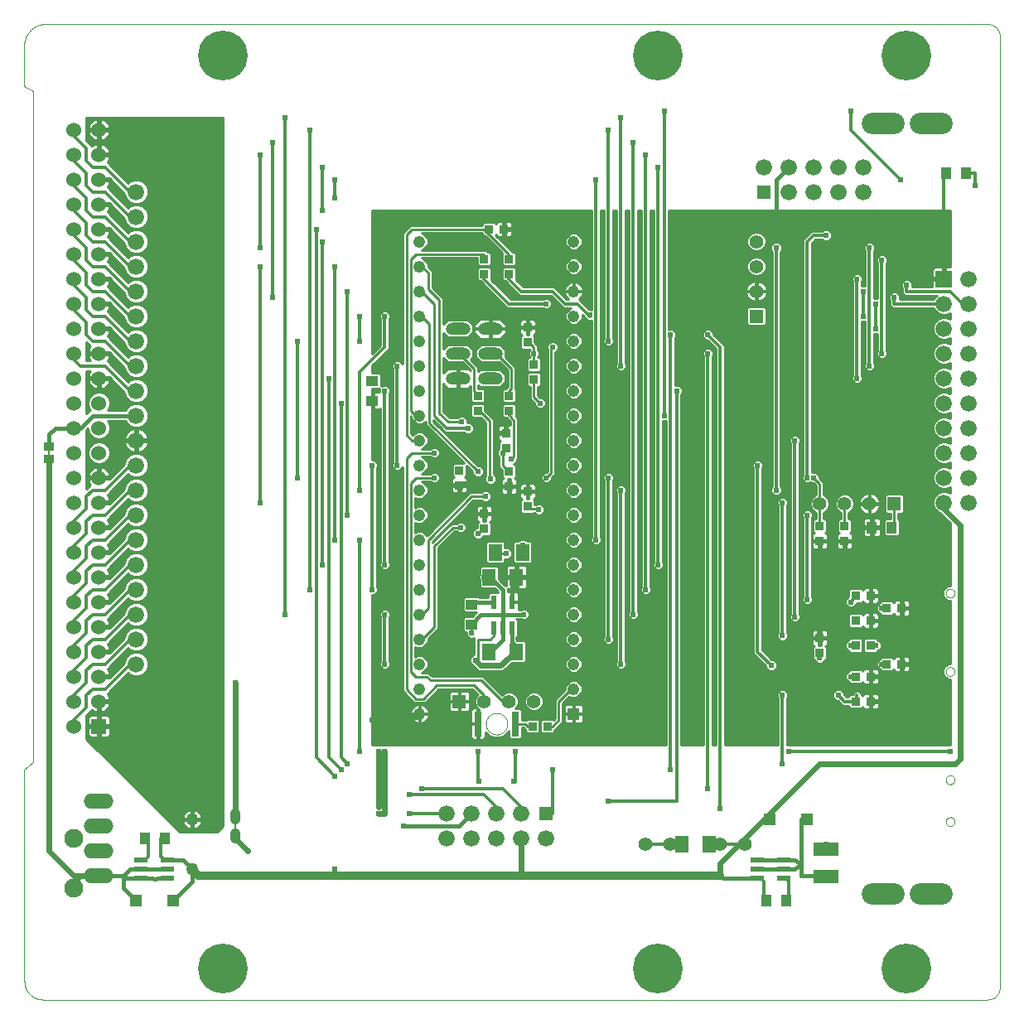
<source format=gbl>
G75*
G70*
%OFA0B0*%
%FSLAX24Y24*%
%IPPOS*%
%LPD*%
%AMOC8*
5,1,8,0,0,1.08239X$1,22.5*
%
%ADD10C,0.0000*%
%ADD11R,0.0600X0.0600*%
%ADD12C,0.0600*%
%ADD13O,0.1200X0.0600*%
%ADD14C,0.0660*%
%ADD15R,0.0660X0.0660*%
%ADD16R,0.0350X0.0350*%
%ADD17O,0.1720X0.0860*%
%ADD18R,0.1000X0.0550*%
%ADD19C,0.0500*%
%ADD20R,0.0400X0.0360*%
%ADD21C,0.0480*%
%ADD22R,0.0480X0.0480*%
%ADD23R,0.0560X0.0560*%
%ADD24C,0.0560*%
%ADD25O,0.1000X0.0500*%
%ADD26R,0.0550X0.0650*%
%ADD27R,0.0240X0.0550*%
%ADD28R,0.0480X0.0400*%
%ADD29R,0.0300X0.1000*%
%ADD30R,0.0400X0.0480*%
%ADD31C,0.0760*%
%ADD32R,0.0550X0.0240*%
%ADD33R,0.0500X0.0500*%
%ADD34C,0.0240*%
%ADD35C,0.0120*%
%ADD36C,0.0200*%
%ADD37C,0.0240*%
%ADD38C,0.0100*%
%ADD39C,0.0238*%
%ADD40C,0.0160*%
%ADD41C,0.0080*%
%ADD42C,0.0400*%
%ADD43C,0.0320*%
%ADD44C,0.2000*%
D10*
X002262Y036607D02*
X040262Y036607D01*
X040306Y036609D01*
X040349Y036615D01*
X040391Y036624D01*
X040433Y036637D01*
X040473Y036654D01*
X040512Y036674D01*
X040549Y036697D01*
X040583Y036724D01*
X040616Y036753D01*
X040645Y036786D01*
X040672Y036820D01*
X040695Y036857D01*
X040715Y036896D01*
X040732Y036936D01*
X040745Y036978D01*
X040754Y037020D01*
X040760Y037063D01*
X040762Y037107D01*
X040762Y075357D01*
X040760Y075401D01*
X040754Y075444D01*
X040745Y075486D01*
X040732Y075528D01*
X040715Y075568D01*
X040695Y075607D01*
X040672Y075644D01*
X040645Y075678D01*
X040616Y075711D01*
X040583Y075740D01*
X040549Y075767D01*
X040512Y075790D01*
X040473Y075810D01*
X040433Y075827D01*
X040391Y075840D01*
X040349Y075849D01*
X040306Y075855D01*
X040262Y075857D01*
X002512Y075857D01*
X002454Y075863D01*
X002397Y075866D01*
X002339Y075865D01*
X002281Y075860D01*
X002224Y075851D01*
X002168Y075838D01*
X002112Y075822D01*
X002058Y075802D01*
X002005Y075779D01*
X001953Y075752D01*
X001904Y075722D01*
X001857Y075689D01*
X001811Y075653D01*
X001769Y075614D01*
X001729Y075572D01*
X001692Y075528D01*
X001657Y075481D01*
X001626Y075432D01*
X001599Y075382D01*
X001574Y075329D01*
X001553Y075275D01*
X001536Y075220D01*
X001522Y075164D01*
X001512Y075107D01*
X001512Y073357D01*
X001862Y073157D01*
X001862Y046157D01*
X001512Y045857D01*
X001512Y037357D01*
X001514Y037303D01*
X001520Y037250D01*
X001529Y037198D01*
X001542Y037146D01*
X001559Y037095D01*
X001580Y037045D01*
X001604Y036998D01*
X001631Y036952D01*
X001662Y036908D01*
X001695Y036866D01*
X001732Y036827D01*
X001771Y036790D01*
X001813Y036757D01*
X001857Y036726D01*
X001903Y036699D01*
X001950Y036675D01*
X002000Y036654D01*
X002051Y036637D01*
X002103Y036624D01*
X002155Y036615D01*
X002208Y036609D01*
X002262Y036607D01*
X018955Y061607D02*
X018957Y061632D01*
X018963Y061657D01*
X018973Y061680D01*
X018986Y061701D01*
X019003Y061720D01*
X019023Y061736D01*
X019045Y061749D01*
X019068Y061758D01*
X019093Y061763D01*
X019118Y061764D01*
X019143Y061761D01*
X019168Y061754D01*
X019190Y061743D01*
X019211Y061729D01*
X019230Y061711D01*
X019245Y061691D01*
X019256Y061669D01*
X019264Y061645D01*
X019268Y061620D01*
X019268Y061594D01*
X019264Y061569D01*
X019256Y061545D01*
X019245Y061523D01*
X019230Y061503D01*
X019211Y061485D01*
X019191Y061471D01*
X019168Y061460D01*
X019143Y061453D01*
X019118Y061450D01*
X019093Y061451D01*
X019068Y061456D01*
X019045Y061465D01*
X019023Y061478D01*
X019003Y061494D01*
X018986Y061513D01*
X018973Y061534D01*
X018963Y061557D01*
X018957Y061582D01*
X018955Y061607D01*
X018955Y062607D02*
X018957Y062632D01*
X018963Y062657D01*
X018973Y062680D01*
X018986Y062701D01*
X019003Y062720D01*
X019023Y062736D01*
X019045Y062749D01*
X019068Y062758D01*
X019093Y062763D01*
X019118Y062764D01*
X019143Y062761D01*
X019168Y062754D01*
X019190Y062743D01*
X019211Y062729D01*
X019230Y062711D01*
X019245Y062691D01*
X019256Y062669D01*
X019264Y062645D01*
X019268Y062620D01*
X019268Y062594D01*
X019264Y062569D01*
X019256Y062545D01*
X019245Y062523D01*
X019230Y062503D01*
X019211Y062485D01*
X019191Y062471D01*
X019168Y062460D01*
X019143Y062453D01*
X019118Y062450D01*
X019093Y062451D01*
X019068Y062456D01*
X019045Y062465D01*
X019023Y062478D01*
X019003Y062494D01*
X018986Y062513D01*
X018973Y062534D01*
X018963Y062557D01*
X018957Y062582D01*
X018955Y062607D01*
X018955Y063607D02*
X018957Y063632D01*
X018963Y063657D01*
X018973Y063680D01*
X018986Y063701D01*
X019003Y063720D01*
X019023Y063736D01*
X019045Y063749D01*
X019068Y063758D01*
X019093Y063763D01*
X019118Y063764D01*
X019143Y063761D01*
X019168Y063754D01*
X019190Y063743D01*
X019211Y063729D01*
X019230Y063711D01*
X019245Y063691D01*
X019256Y063669D01*
X019264Y063645D01*
X019268Y063620D01*
X019268Y063594D01*
X019264Y063569D01*
X019256Y063545D01*
X019245Y063523D01*
X019230Y063503D01*
X019211Y063485D01*
X019191Y063471D01*
X019168Y063460D01*
X019143Y063453D01*
X019118Y063450D01*
X019093Y063451D01*
X019068Y063456D01*
X019045Y063465D01*
X019023Y063478D01*
X019003Y063494D01*
X018986Y063513D01*
X018973Y063534D01*
X018963Y063557D01*
X018957Y063582D01*
X018955Y063607D01*
X019955Y063607D02*
X019957Y063632D01*
X019963Y063657D01*
X019973Y063680D01*
X019986Y063701D01*
X020003Y063720D01*
X020023Y063736D01*
X020045Y063749D01*
X020068Y063758D01*
X020093Y063763D01*
X020118Y063764D01*
X020143Y063761D01*
X020168Y063754D01*
X020190Y063743D01*
X020211Y063729D01*
X020230Y063711D01*
X020245Y063691D01*
X020256Y063669D01*
X020264Y063645D01*
X020268Y063620D01*
X020268Y063594D01*
X020264Y063569D01*
X020256Y063545D01*
X020245Y063523D01*
X020230Y063503D01*
X020211Y063485D01*
X020191Y063471D01*
X020168Y063460D01*
X020143Y063453D01*
X020118Y063450D01*
X020093Y063451D01*
X020068Y063456D01*
X020045Y063465D01*
X020023Y063478D01*
X020003Y063494D01*
X019986Y063513D01*
X019973Y063534D01*
X019963Y063557D01*
X019957Y063582D01*
X019955Y063607D01*
X019955Y062607D02*
X019957Y062632D01*
X019963Y062657D01*
X019973Y062680D01*
X019986Y062701D01*
X020003Y062720D01*
X020023Y062736D01*
X020045Y062749D01*
X020068Y062758D01*
X020093Y062763D01*
X020118Y062764D01*
X020143Y062761D01*
X020168Y062754D01*
X020190Y062743D01*
X020211Y062729D01*
X020230Y062711D01*
X020245Y062691D01*
X020256Y062669D01*
X020264Y062645D01*
X020268Y062620D01*
X020268Y062594D01*
X020264Y062569D01*
X020256Y062545D01*
X020245Y062523D01*
X020230Y062503D01*
X020211Y062485D01*
X020191Y062471D01*
X020168Y062460D01*
X020143Y062453D01*
X020118Y062450D01*
X020093Y062451D01*
X020068Y062456D01*
X020045Y062465D01*
X020023Y062478D01*
X020003Y062494D01*
X019986Y062513D01*
X019973Y062534D01*
X019963Y062557D01*
X019957Y062582D01*
X019955Y062607D01*
X019955Y061607D02*
X019957Y061632D01*
X019963Y061657D01*
X019973Y061680D01*
X019986Y061701D01*
X020003Y061720D01*
X020023Y061736D01*
X020045Y061749D01*
X020068Y061758D01*
X020093Y061763D01*
X020118Y061764D01*
X020143Y061761D01*
X020168Y061754D01*
X020190Y061743D01*
X020211Y061729D01*
X020230Y061711D01*
X020245Y061691D01*
X020256Y061669D01*
X020264Y061645D01*
X020268Y061620D01*
X020268Y061594D01*
X020264Y061569D01*
X020256Y061545D01*
X020245Y061523D01*
X020230Y061503D01*
X020211Y061485D01*
X020191Y061471D01*
X020168Y061460D01*
X020143Y061453D01*
X020118Y061450D01*
X020093Y061451D01*
X020068Y061456D01*
X020045Y061465D01*
X020023Y061478D01*
X020003Y061494D01*
X019986Y061513D01*
X019973Y061534D01*
X019963Y061557D01*
X019957Y061582D01*
X019955Y061607D01*
X020079Y047707D02*
X020081Y047749D01*
X020087Y047790D01*
X020097Y047831D01*
X020111Y047870D01*
X020129Y047908D01*
X020150Y047944D01*
X020174Y047978D01*
X020202Y048009D01*
X020233Y048038D01*
X020266Y048063D01*
X020302Y048085D01*
X020339Y048104D01*
X020378Y048119D01*
X020419Y048130D01*
X020460Y048137D01*
X020502Y048140D01*
X020543Y048139D01*
X020585Y048134D01*
X020626Y048125D01*
X020666Y048112D01*
X020704Y048095D01*
X020740Y048075D01*
X020775Y048051D01*
X020807Y048024D01*
X020836Y047994D01*
X020862Y047962D01*
X020885Y047927D01*
X020905Y047889D01*
X020920Y047851D01*
X020932Y047811D01*
X020940Y047770D01*
X020944Y047728D01*
X020944Y047686D01*
X020940Y047644D01*
X020932Y047603D01*
X020920Y047563D01*
X020905Y047525D01*
X020885Y047487D01*
X020862Y047452D01*
X020836Y047420D01*
X020807Y047390D01*
X020775Y047363D01*
X020740Y047339D01*
X020704Y047319D01*
X020666Y047302D01*
X020626Y047289D01*
X020585Y047280D01*
X020543Y047275D01*
X020502Y047274D01*
X020460Y047277D01*
X020419Y047284D01*
X020378Y047295D01*
X020339Y047310D01*
X020302Y047329D01*
X020266Y047351D01*
X020233Y047376D01*
X020202Y047405D01*
X020174Y047436D01*
X020150Y047470D01*
X020129Y047506D01*
X020111Y047544D01*
X020097Y047583D01*
X020087Y047624D01*
X020081Y047665D01*
X020079Y047707D01*
X035862Y041057D02*
X036262Y041057D01*
X036289Y041055D01*
X036316Y041050D01*
X036342Y041040D01*
X036366Y041028D01*
X036388Y041012D01*
X036408Y040994D01*
X036425Y040972D01*
X036440Y040949D01*
X036450Y040924D01*
X036458Y040898D01*
X036462Y040871D01*
X036462Y040843D01*
X036458Y040816D01*
X036450Y040790D01*
X036440Y040765D01*
X036425Y040742D01*
X036408Y040720D01*
X036388Y040702D01*
X036366Y040686D01*
X036342Y040674D01*
X036316Y040664D01*
X036289Y040659D01*
X036262Y040657D01*
X035862Y040657D01*
X035835Y040659D01*
X035808Y040664D01*
X035782Y040674D01*
X035758Y040686D01*
X035736Y040702D01*
X035716Y040720D01*
X035699Y040742D01*
X035684Y040765D01*
X035674Y040790D01*
X035666Y040816D01*
X035662Y040843D01*
X035662Y040871D01*
X035666Y040898D01*
X035674Y040924D01*
X035684Y040949D01*
X035699Y040972D01*
X035716Y040994D01*
X035736Y041012D01*
X035758Y041028D01*
X035782Y041040D01*
X035808Y041050D01*
X035835Y041055D01*
X035862Y041057D01*
X037812Y041057D02*
X038212Y041057D01*
X038239Y041055D01*
X038266Y041050D01*
X038292Y041040D01*
X038316Y041028D01*
X038338Y041012D01*
X038358Y040994D01*
X038375Y040972D01*
X038390Y040949D01*
X038400Y040924D01*
X038408Y040898D01*
X038412Y040871D01*
X038412Y040843D01*
X038408Y040816D01*
X038400Y040790D01*
X038390Y040765D01*
X038375Y040742D01*
X038358Y040720D01*
X038338Y040702D01*
X038316Y040686D01*
X038292Y040674D01*
X038266Y040664D01*
X038239Y040659D01*
X038212Y040657D01*
X037812Y040657D01*
X037785Y040659D01*
X037758Y040664D01*
X037732Y040674D01*
X037708Y040686D01*
X037686Y040702D01*
X037666Y040720D01*
X037649Y040742D01*
X037634Y040765D01*
X037624Y040790D01*
X037616Y040816D01*
X037612Y040843D01*
X037612Y040871D01*
X037616Y040898D01*
X037624Y040924D01*
X037634Y040949D01*
X037649Y040972D01*
X037666Y040994D01*
X037686Y041012D01*
X037708Y041028D01*
X037732Y041040D01*
X037758Y041050D01*
X037785Y041055D01*
X037812Y041057D01*
X038585Y043767D02*
X038587Y043794D01*
X038593Y043820D01*
X038603Y043846D01*
X038617Y043869D01*
X038634Y043890D01*
X038655Y043908D01*
X038677Y043922D01*
X038702Y043934D01*
X038728Y043941D01*
X038755Y043944D01*
X038782Y043943D01*
X038809Y043938D01*
X038834Y043929D01*
X038858Y043916D01*
X038880Y043899D01*
X038899Y043880D01*
X038914Y043857D01*
X038926Y043833D01*
X038934Y043807D01*
X038938Y043781D01*
X038938Y043753D01*
X038934Y043727D01*
X038926Y043701D01*
X038914Y043677D01*
X038899Y043654D01*
X038880Y043635D01*
X038858Y043618D01*
X038834Y043605D01*
X038809Y043596D01*
X038782Y043591D01*
X038755Y043590D01*
X038728Y043593D01*
X038702Y043600D01*
X038677Y043612D01*
X038655Y043626D01*
X038634Y043644D01*
X038617Y043665D01*
X038603Y043688D01*
X038593Y043714D01*
X038587Y043740D01*
X038585Y043767D01*
X038585Y045447D02*
X038587Y045474D01*
X038593Y045500D01*
X038603Y045526D01*
X038617Y045549D01*
X038634Y045570D01*
X038655Y045588D01*
X038677Y045602D01*
X038702Y045614D01*
X038728Y045621D01*
X038755Y045624D01*
X038782Y045623D01*
X038809Y045618D01*
X038834Y045609D01*
X038858Y045596D01*
X038880Y045579D01*
X038899Y045560D01*
X038914Y045537D01*
X038926Y045513D01*
X038934Y045487D01*
X038938Y045461D01*
X038938Y045433D01*
X038934Y045407D01*
X038926Y045381D01*
X038914Y045357D01*
X038899Y045334D01*
X038880Y045315D01*
X038858Y045298D01*
X038834Y045285D01*
X038809Y045276D01*
X038782Y045271D01*
X038755Y045270D01*
X038728Y045273D01*
X038702Y045280D01*
X038677Y045292D01*
X038655Y045306D01*
X038634Y045324D01*
X038617Y045345D01*
X038603Y045368D01*
X038593Y045394D01*
X038587Y045420D01*
X038585Y045447D01*
X038585Y049807D02*
X038587Y049834D01*
X038593Y049860D01*
X038603Y049886D01*
X038617Y049909D01*
X038634Y049930D01*
X038655Y049948D01*
X038677Y049962D01*
X038702Y049974D01*
X038728Y049981D01*
X038755Y049984D01*
X038782Y049983D01*
X038809Y049978D01*
X038834Y049969D01*
X038858Y049956D01*
X038880Y049939D01*
X038899Y049920D01*
X038914Y049897D01*
X038926Y049873D01*
X038934Y049847D01*
X038938Y049821D01*
X038938Y049793D01*
X038934Y049767D01*
X038926Y049741D01*
X038914Y049717D01*
X038899Y049694D01*
X038880Y049675D01*
X038858Y049658D01*
X038834Y049645D01*
X038809Y049636D01*
X038782Y049631D01*
X038755Y049630D01*
X038728Y049633D01*
X038702Y049640D01*
X038677Y049652D01*
X038655Y049666D01*
X038634Y049684D01*
X038617Y049705D01*
X038603Y049728D01*
X038593Y049754D01*
X038587Y049780D01*
X038585Y049807D01*
X038585Y052957D02*
X038587Y052984D01*
X038593Y053010D01*
X038603Y053036D01*
X038617Y053059D01*
X038634Y053080D01*
X038655Y053098D01*
X038677Y053112D01*
X038702Y053124D01*
X038728Y053131D01*
X038755Y053134D01*
X038782Y053133D01*
X038809Y053128D01*
X038834Y053119D01*
X038858Y053106D01*
X038880Y053089D01*
X038899Y053070D01*
X038914Y053047D01*
X038926Y053023D01*
X038934Y052997D01*
X038938Y052971D01*
X038938Y052943D01*
X038934Y052917D01*
X038926Y052891D01*
X038914Y052867D01*
X038899Y052844D01*
X038880Y052825D01*
X038858Y052808D01*
X038834Y052795D01*
X038809Y052786D01*
X038782Y052781D01*
X038755Y052780D01*
X038728Y052783D01*
X038702Y052790D01*
X038677Y052802D01*
X038655Y052816D01*
X038634Y052834D01*
X038617Y052855D01*
X038603Y052878D01*
X038593Y052904D01*
X038587Y052930D01*
X038585Y052957D01*
X038212Y071657D02*
X037812Y071657D01*
X037785Y071659D01*
X037758Y071664D01*
X037732Y071674D01*
X037708Y071686D01*
X037686Y071702D01*
X037666Y071720D01*
X037649Y071742D01*
X037634Y071765D01*
X037624Y071790D01*
X037616Y071816D01*
X037612Y071843D01*
X037612Y071871D01*
X037616Y071898D01*
X037624Y071924D01*
X037634Y071949D01*
X037649Y071972D01*
X037666Y071994D01*
X037686Y072012D01*
X037708Y072028D01*
X037732Y072040D01*
X037758Y072050D01*
X037785Y072055D01*
X037812Y072057D01*
X038212Y072057D01*
X038239Y072055D01*
X038266Y072050D01*
X038292Y072040D01*
X038316Y072028D01*
X038338Y072012D01*
X038358Y071994D01*
X038375Y071972D01*
X038390Y071949D01*
X038400Y071924D01*
X038408Y071898D01*
X038412Y071871D01*
X038412Y071843D01*
X038408Y071816D01*
X038400Y071790D01*
X038390Y071765D01*
X038375Y071742D01*
X038358Y071720D01*
X038338Y071702D01*
X038316Y071686D01*
X038292Y071674D01*
X038266Y071664D01*
X038239Y071659D01*
X038212Y071657D01*
X036262Y071657D02*
X035862Y071657D01*
X035835Y071659D01*
X035808Y071664D01*
X035782Y071674D01*
X035758Y071686D01*
X035736Y071702D01*
X035716Y071720D01*
X035699Y071742D01*
X035684Y071765D01*
X035674Y071790D01*
X035666Y071816D01*
X035662Y071843D01*
X035662Y071871D01*
X035666Y071898D01*
X035674Y071924D01*
X035684Y071949D01*
X035699Y071972D01*
X035716Y071994D01*
X035736Y072012D01*
X035758Y072028D01*
X035782Y072040D01*
X035808Y072050D01*
X035835Y072055D01*
X035862Y072057D01*
X036262Y072057D01*
X036289Y072055D01*
X036316Y072050D01*
X036342Y072040D01*
X036366Y072028D01*
X036388Y072012D01*
X036408Y071994D01*
X036425Y071972D01*
X036440Y071949D01*
X036450Y071924D01*
X036458Y071898D01*
X036462Y071871D01*
X036462Y071843D01*
X036458Y071816D01*
X036450Y071790D01*
X036440Y071765D01*
X036425Y071742D01*
X036408Y071720D01*
X036388Y071702D01*
X036366Y071686D01*
X036342Y071674D01*
X036316Y071664D01*
X036289Y071659D01*
X036262Y071657D01*
D11*
X004512Y047607D03*
D12*
X003512Y047607D03*
X003512Y048607D03*
X003512Y049607D03*
X003512Y050607D03*
X003512Y051607D03*
X004512Y051607D03*
X004512Y050607D03*
X004512Y049607D03*
X004512Y048607D03*
X004512Y052607D03*
X004512Y053607D03*
X004512Y054607D03*
X003512Y054607D03*
X003512Y053607D03*
X003512Y052607D03*
X003512Y055607D03*
X003512Y056607D03*
X003512Y057607D03*
X004512Y057607D03*
X004512Y056607D03*
X004512Y055607D03*
X004512Y058607D03*
X004512Y059607D03*
X004512Y060607D03*
X004512Y061607D03*
X003512Y061607D03*
X003512Y060607D03*
X003512Y059607D03*
X003512Y058607D03*
X003512Y062607D03*
X003512Y063607D03*
X003512Y064607D03*
X004512Y064607D03*
X004512Y063607D03*
X004512Y062607D03*
X004512Y065607D03*
X004512Y066607D03*
X004512Y067607D03*
X004512Y068607D03*
X003512Y068607D03*
X003512Y067607D03*
X003512Y066607D03*
X003512Y065607D03*
X003512Y069607D03*
X003512Y070607D03*
X003512Y071607D03*
X004512Y071607D03*
X004512Y070607D03*
X004512Y069607D03*
D13*
X004512Y044607D03*
X004512Y043607D03*
X004512Y042607D03*
X004512Y041607D03*
D14*
X006012Y050107D03*
X006012Y051107D03*
X006012Y052107D03*
X006012Y053107D03*
X006012Y054107D03*
X006012Y055107D03*
X006012Y056107D03*
X006012Y057107D03*
X006012Y058107D03*
X006012Y059107D03*
X006012Y060107D03*
X006012Y061107D03*
X006012Y062107D03*
X006012Y063107D03*
X006012Y064107D03*
X006012Y065107D03*
X006012Y066107D03*
X006012Y067107D03*
X006012Y068107D03*
X006012Y069107D03*
X018512Y044107D03*
X018512Y043107D03*
X019512Y043107D03*
X020512Y043107D03*
X020512Y044107D03*
X019512Y044107D03*
X021512Y044107D03*
X021512Y043107D03*
X022512Y043107D03*
X032262Y069107D03*
X032262Y070107D03*
X031262Y070107D03*
X033262Y070107D03*
X033262Y069107D03*
X034262Y069107D03*
X034262Y070107D03*
X035262Y070107D03*
X035262Y069107D03*
X038512Y064607D03*
X038512Y063607D03*
X038512Y062607D03*
X038512Y061607D03*
X038512Y060607D03*
X038512Y059607D03*
X038512Y058607D03*
X038512Y057607D03*
X038512Y056607D03*
X039512Y056607D03*
X039512Y057607D03*
X039512Y058607D03*
X039512Y059607D03*
X039512Y060607D03*
X039512Y061607D03*
X039512Y062607D03*
X039512Y063607D03*
X039512Y064607D03*
X039512Y065607D03*
D15*
X038512Y065607D03*
D16*
X034512Y055657D03*
X034512Y055057D03*
X033512Y055057D03*
X033512Y055657D03*
X034962Y052857D03*
X035562Y052857D03*
X035562Y051857D03*
X034962Y051857D03*
X034962Y050857D03*
X035562Y050857D03*
X035562Y049607D03*
X034962Y049607D03*
X034962Y048607D03*
X035562Y048607D03*
X036212Y050107D03*
X036812Y050107D03*
X036812Y052357D03*
X036212Y052357D03*
X033512Y051157D03*
X033512Y050557D03*
X022562Y047607D03*
X021962Y047607D03*
X020012Y055557D03*
X020012Y056157D03*
X019012Y057307D03*
X019012Y057907D03*
X019762Y060307D03*
X019762Y060907D03*
X020882Y059407D03*
X020882Y058807D03*
X021012Y057857D03*
X021012Y057257D03*
X021762Y057057D03*
X021762Y056457D03*
X021012Y060307D03*
X021012Y060907D03*
X022012Y061557D03*
X022012Y062157D03*
X021762Y063057D03*
X021762Y063657D03*
X021012Y065807D03*
X021012Y066407D03*
X020812Y067607D03*
X020212Y067607D03*
X020012Y066407D03*
X020012Y065807D03*
D17*
X036062Y071857D03*
X038012Y071857D03*
X038012Y040857D03*
X036062Y040857D03*
D18*
X033762Y041557D03*
X033762Y042657D03*
D19*
X008262Y041857D03*
X008262Y043857D03*
D20*
X002512Y058357D03*
X002512Y058857D03*
D21*
X017412Y059107D03*
X017412Y058107D03*
X017412Y057107D03*
X017412Y056107D03*
X017412Y055107D03*
X017412Y054107D03*
X017412Y053107D03*
X017412Y052107D03*
X017412Y051107D03*
X017412Y050107D03*
X017412Y049107D03*
X017412Y048107D03*
X023612Y049107D03*
X023612Y050107D03*
X023612Y051107D03*
X023612Y052107D03*
X023612Y053107D03*
X023612Y054107D03*
X023612Y055107D03*
X023612Y056107D03*
X023612Y057107D03*
X023612Y058107D03*
X023612Y059107D03*
X023612Y060107D03*
X023612Y061107D03*
X023612Y062107D03*
X023612Y063107D03*
X023612Y064107D03*
X023612Y065107D03*
X023612Y066107D03*
X023612Y067107D03*
X017412Y067107D03*
X017412Y066107D03*
X017412Y065107D03*
X017412Y064107D03*
X017412Y063107D03*
X017412Y062107D03*
X017412Y061107D03*
X017412Y060107D03*
D22*
X023612Y048107D03*
D23*
X022512Y044107D03*
X019012Y048607D03*
X030962Y064107D03*
X031262Y069107D03*
X036512Y056557D03*
D24*
X035512Y056557D03*
X034512Y056557D03*
X033512Y056557D03*
X030962Y065107D03*
X030962Y066107D03*
X030962Y067107D03*
X022012Y048607D03*
X021012Y048607D03*
X020012Y048607D03*
X026512Y042857D03*
X027512Y042857D03*
X029512Y042857D03*
X030512Y042857D03*
D25*
X020262Y061607D03*
X020262Y062607D03*
X020262Y063607D03*
X018962Y063607D03*
X018962Y062607D03*
X018962Y061607D03*
D26*
X020462Y054607D03*
X020212Y053607D03*
X021312Y053607D03*
X021562Y054607D03*
X021312Y050607D03*
X020212Y050607D03*
X027962Y042857D03*
X029062Y042857D03*
D27*
X021122Y051557D03*
X020762Y051557D03*
X020402Y051557D03*
X020402Y052607D03*
X021122Y052607D03*
D28*
X019512Y052507D03*
X019512Y051707D03*
X015512Y060707D03*
X015512Y061507D03*
D29*
X019762Y047707D03*
X021262Y047707D03*
D30*
X031362Y040607D03*
X032162Y040607D03*
X035612Y055607D03*
X036412Y055607D03*
X038612Y069857D03*
X039412Y069857D03*
X007162Y043107D03*
X006362Y043107D03*
D31*
X003512Y043107D03*
X003512Y041107D03*
D32*
X006212Y041497D03*
X006212Y041857D03*
X006212Y042217D03*
X007262Y042217D03*
X007262Y041857D03*
X007262Y041497D03*
X031012Y041497D03*
X031012Y041857D03*
X031012Y042217D03*
X032062Y042217D03*
X032062Y041857D03*
X032062Y041497D03*
D33*
X031512Y043857D03*
X033012Y043857D03*
X007512Y040607D03*
X006012Y040607D03*
D34*
X010512Y042607D03*
X014012Y041857D03*
X015762Y044107D03*
X016012Y044107D03*
X016762Y043607D03*
X017012Y044107D03*
X017012Y044857D03*
X017512Y045107D03*
X016012Y046607D03*
X015762Y046607D03*
X015012Y046607D03*
X014512Y046107D03*
X014262Y045857D03*
X014012Y045607D03*
X015512Y047857D03*
X015762Y048107D03*
X016012Y048357D03*
X016012Y050107D03*
X016012Y052107D03*
X015512Y053107D03*
X016012Y054107D03*
X015012Y055107D03*
X014512Y056107D03*
X014012Y055107D03*
X013512Y054107D03*
X013012Y053107D03*
X012012Y052107D03*
X010012Y049357D03*
X008512Y049607D03*
X008512Y050607D03*
X008512Y051607D03*
X008512Y052607D03*
X008512Y053607D03*
X008512Y054607D03*
X008512Y055607D03*
X008512Y056607D03*
X008512Y057607D03*
X008512Y058607D03*
X008512Y059607D03*
X011012Y056607D03*
X012512Y057607D03*
X014262Y060607D03*
X013762Y061607D03*
X015012Y063107D03*
X015012Y064107D03*
X014512Y065107D03*
X014012Y066107D03*
X013512Y067107D03*
X013262Y067607D03*
X013512Y068357D03*
X014012Y068857D03*
X014012Y069607D03*
X013512Y070107D03*
X013012Y071607D03*
X012012Y072107D03*
X011512Y071107D03*
X011012Y070607D03*
X011012Y066857D03*
X011012Y066107D03*
X011512Y064857D03*
X012512Y063107D03*
X015512Y061607D03*
X016012Y061107D03*
X016512Y062107D03*
X016012Y064107D03*
X019262Y065607D03*
X021762Y065607D03*
X022512Y064607D03*
X022762Y062857D03*
X022012Y062607D03*
X022262Y060607D03*
X021112Y058357D03*
X020762Y058607D03*
X020662Y059857D03*
X019762Y057857D03*
X020262Y057557D03*
X020062Y056857D03*
X020762Y056607D03*
X021762Y057057D03*
X022212Y056327D03*
X022512Y057607D03*
X021562Y054907D03*
X020912Y054557D03*
X021812Y053607D03*
X022412Y053607D03*
X021612Y052107D03*
X020062Y050607D03*
X019662Y050257D03*
X019512Y051357D03*
X018262Y049707D03*
X019762Y046607D03*
X019812Y045407D03*
X021212Y045407D03*
X021262Y046607D03*
X022512Y048357D03*
X025012Y051107D03*
X025512Y050107D03*
X026012Y052107D03*
X026512Y053107D03*
X027262Y053107D03*
X028012Y053107D03*
X028762Y054107D03*
X030512Y054107D03*
X031512Y054107D03*
X033012Y052707D03*
X032512Y052007D03*
X032012Y051257D03*
X031562Y050057D03*
X032012Y048857D03*
X032262Y047357D03*
X032262Y046607D03*
X032012Y046107D03*
X033762Y042857D03*
X034262Y048857D03*
X034762Y049607D03*
X034762Y050857D03*
X035012Y051857D03*
X034762Y052607D03*
X036012Y052357D03*
X035762Y050857D03*
X036012Y050107D03*
X038012Y047607D03*
X038762Y046607D03*
X033512Y050357D03*
X033512Y051357D03*
X033012Y056107D03*
X032012Y056607D03*
X031762Y057107D03*
X031012Y058107D03*
X032512Y059107D03*
X033012Y057607D03*
X033262Y057607D03*
X035012Y061607D03*
X035512Y062107D03*
X036012Y062607D03*
X035762Y063607D03*
X035262Y064107D03*
X035762Y064607D03*
X035262Y065107D03*
X035012Y065607D03*
X035512Y066857D03*
X036012Y066357D03*
X036512Y064857D03*
X037012Y065357D03*
X036762Y069607D03*
X034762Y072357D03*
X033762Y067357D03*
X031762Y066857D03*
X033762Y063107D03*
X033512Y062107D03*
X032512Y062107D03*
X031512Y062107D03*
X029012Y062607D03*
X029012Y063357D03*
X027762Y061107D03*
X027262Y060107D03*
X025512Y062107D03*
X025012Y063107D03*
X024262Y064157D03*
X024262Y065607D03*
X024262Y068107D03*
X024512Y069607D03*
X025012Y071607D03*
X025512Y072107D03*
X026012Y071107D03*
X026512Y070607D03*
X027012Y070107D03*
X027512Y068107D03*
X027512Y065607D03*
X027512Y063357D03*
X029012Y066357D03*
X029012Y067357D03*
X027262Y072357D03*
X019362Y059587D03*
X019112Y059857D03*
X019012Y057857D03*
X019262Y057357D03*
X019062Y055607D03*
X019762Y055357D03*
X020012Y053607D03*
X018012Y057607D03*
X018012Y058607D03*
X016512Y058107D03*
X015512Y058107D03*
X015012Y057107D03*
X008762Y065607D03*
X008512Y067357D03*
X008762Y068607D03*
X008512Y069357D03*
X024512Y055107D03*
X025512Y057107D03*
X025012Y057607D03*
X027012Y054107D03*
X027262Y051107D03*
X028012Y051107D03*
X028012Y049007D03*
X027262Y049007D03*
X027262Y047357D03*
X028012Y047357D03*
X027512Y045857D03*
X029012Y045107D03*
X029512Y044307D03*
X030012Y047357D03*
X030012Y049007D03*
X039762Y069357D03*
D35*
X039762Y069857D01*
X039412Y069857D01*
X038612Y069857D02*
X038512Y069857D01*
X038512Y065607D01*
X038762Y065107D02*
X039262Y064607D01*
X039512Y064607D01*
X038762Y065107D02*
X037012Y065107D01*
X037012Y065357D01*
X036512Y064857D02*
X036512Y064607D01*
X038512Y064607D01*
X035762Y064607D02*
X035762Y063607D01*
X035262Y064107D02*
X035262Y065107D01*
X035012Y065607D02*
X035012Y061607D01*
X035512Y062107D02*
X035512Y066857D01*
X036012Y066357D02*
X036012Y062607D01*
X033762Y067357D02*
X033262Y067357D01*
X033012Y067107D01*
X033012Y057607D01*
X032012Y056607D02*
X032012Y051257D01*
X032512Y052007D02*
X032512Y059107D01*
X031762Y057107D02*
X031762Y066857D01*
X029012Y063357D02*
X029512Y062857D01*
X029512Y044307D01*
X029012Y045107D02*
X029012Y062607D01*
X027762Y061107D02*
X027762Y044607D01*
X025012Y044607D01*
X026512Y042857D02*
X027512Y042857D01*
X027962Y042857D01*
X029062Y042857D02*
X029512Y042857D01*
X030262Y042857D01*
X030512Y042857D01*
X031012Y041497D02*
X031122Y041497D01*
X031262Y041357D01*
X031262Y040607D01*
X031362Y040607D01*
X032162Y040607D02*
X032262Y040607D01*
X032262Y041357D01*
X032122Y041497D01*
X032062Y041497D01*
X032012Y046107D02*
X032012Y048857D01*
X031562Y050057D02*
X031012Y050607D01*
X031012Y058107D01*
X033012Y056107D02*
X033012Y052707D01*
X033512Y051357D02*
X033512Y051157D01*
X033512Y051107D01*
X033512Y050607D02*
X033512Y050557D01*
X033512Y050357D01*
X034262Y048857D02*
X034512Y048607D01*
X034962Y048607D01*
X035012Y048857D01*
X035012Y049607D02*
X034962Y049607D01*
X034762Y049607D01*
X034762Y050857D02*
X034962Y050857D01*
X035012Y050857D01*
X035562Y050857D02*
X035762Y050857D01*
X034762Y052607D02*
X034962Y052857D01*
X034762Y052607D01*
X037762Y047607D02*
X038012Y047607D01*
X038762Y046607D02*
X032262Y046607D01*
X027512Y045857D02*
X027512Y063357D01*
X025512Y062107D02*
X025512Y072107D01*
X025012Y071607D02*
X025012Y063107D01*
X024262Y064107D02*
X023762Y064607D01*
X023262Y064607D01*
X022762Y065107D01*
X021512Y065107D01*
X021012Y065607D01*
X021012Y065807D01*
X020012Y065607D02*
X021012Y064607D01*
X022512Y064607D01*
X023262Y065107D02*
X023612Y065107D01*
X024262Y064157D02*
X024262Y064107D01*
X021762Y063657D02*
X021762Y063607D01*
X020012Y065607D02*
X020012Y065807D01*
X016512Y062107D02*
X016512Y058107D01*
X015512Y058107D02*
X015512Y053107D01*
X016012Y052107D02*
X016012Y050107D01*
X015012Y046607D02*
X015012Y055107D01*
X014512Y056107D02*
X014512Y065107D01*
X015012Y064107D02*
X015012Y063107D01*
X016012Y062857D02*
X015012Y061857D01*
X015012Y057107D01*
X014012Y055107D02*
X014012Y066107D01*
X013512Y067107D02*
X013512Y054107D01*
X013012Y053107D02*
X013012Y071607D01*
X012012Y072107D02*
X012012Y052107D01*
X011012Y056607D02*
X011012Y066107D01*
X011012Y066857D02*
X011012Y070607D01*
X011512Y071107D02*
X011512Y064857D01*
X012512Y063107D02*
X012512Y057607D01*
X014262Y060607D02*
X014262Y046357D01*
X014512Y046107D01*
X014262Y045857D02*
X013762Y046357D01*
X013762Y061607D01*
X015512Y061607D02*
X015512Y061507D01*
X016012Y061107D02*
X016012Y054107D01*
X018512Y059607D02*
X019262Y059607D01*
X019282Y059587D01*
X019362Y059587D01*
X016012Y062857D02*
X016012Y064107D01*
X013512Y068357D02*
X013512Y070107D01*
X014012Y069607D02*
X014012Y068857D01*
X013262Y067607D02*
X013262Y046357D01*
X014012Y045607D01*
X014012Y041857D02*
X014012Y041607D01*
X017012Y044107D02*
X018512Y044107D01*
X017512Y045107D02*
X020762Y045107D01*
X021512Y044357D01*
X021512Y044107D01*
X021262Y045357D02*
X021262Y046607D01*
X021212Y045407D02*
X021262Y045357D01*
X020512Y044357D02*
X020012Y044857D01*
X017012Y044857D01*
X019762Y045357D02*
X019762Y046607D01*
X019812Y045407D02*
X019762Y045357D01*
X020512Y044357D02*
X020512Y044107D01*
X022512Y044107D02*
X022762Y044107D01*
X022762Y045857D01*
X025512Y050107D02*
X025512Y057107D01*
X025012Y057607D02*
X025012Y051107D01*
X026012Y052107D02*
X026012Y071107D01*
X026512Y070607D02*
X026512Y053107D01*
X027012Y054107D02*
X027012Y070107D01*
X027262Y072357D02*
X027262Y060107D01*
X024512Y055107D02*
X024512Y069607D01*
X034762Y071607D02*
X036762Y069607D01*
X034762Y071607D02*
X034762Y072357D01*
X007162Y043107D02*
X007012Y043107D01*
X007012Y042357D01*
X007152Y042217D01*
X007262Y042217D01*
X006512Y042357D02*
X006512Y043107D01*
X006362Y043107D01*
X006512Y042357D02*
X006372Y042217D01*
X006212Y042217D01*
X003512Y047607D02*
X003512Y047857D01*
X004012Y048357D01*
X004012Y048857D01*
X004262Y049107D01*
X004762Y049107D01*
X005762Y050107D01*
X006012Y050107D01*
X006012Y051107D02*
X005762Y051107D01*
X004762Y050107D01*
X004262Y050107D01*
X004012Y049857D01*
X004012Y049357D01*
X003512Y048857D01*
X003512Y048607D01*
X003512Y049607D02*
X003512Y049857D01*
X004012Y050357D01*
X004012Y050857D01*
X004262Y051107D01*
X004762Y051107D01*
X005762Y052107D01*
X006012Y052107D01*
X006012Y053107D02*
X005762Y053107D01*
X004762Y052107D01*
X004262Y052107D01*
X004012Y051857D01*
X004012Y051357D01*
X003512Y050857D01*
X003512Y050607D01*
X003512Y051607D02*
X003512Y051857D01*
X004012Y052357D01*
X004012Y052857D01*
X004262Y053107D01*
X004762Y053107D01*
X005762Y054107D01*
X006012Y054107D01*
X006012Y055107D02*
X005762Y055107D01*
X004762Y054107D01*
X004262Y054107D01*
X004012Y053857D01*
X004012Y053357D01*
X003512Y052857D01*
X003512Y052607D01*
X003512Y053607D02*
X003512Y053857D01*
X004012Y054357D01*
X004012Y054857D01*
X004262Y055107D01*
X004762Y055107D01*
X005762Y056107D01*
X006012Y056107D01*
X006012Y057107D02*
X005762Y057107D01*
X004762Y056107D01*
X004262Y056107D01*
X004012Y055857D01*
X004012Y055357D01*
X003512Y054857D01*
X003512Y054607D01*
X003512Y055607D02*
X003512Y055857D01*
X004012Y056357D01*
X004012Y056857D01*
X004262Y057107D01*
X004762Y057107D01*
X005762Y058107D01*
X006012Y058107D01*
X006012Y061107D02*
X005762Y061107D01*
X004762Y062107D01*
X003762Y062107D01*
X003512Y062357D01*
X003512Y062607D01*
X004012Y063357D02*
X004262Y063107D01*
X004762Y063107D01*
X005762Y062107D01*
X006012Y062107D01*
X006012Y063107D02*
X005762Y063107D01*
X004762Y064107D01*
X004262Y064107D01*
X004012Y064357D01*
X004012Y064857D01*
X003512Y065357D01*
X003512Y065607D01*
X004012Y065357D02*
X004012Y065857D01*
X003512Y066357D01*
X003512Y066607D01*
X004012Y066357D02*
X004012Y066857D01*
X003512Y067357D01*
X003512Y067607D01*
X004012Y067357D02*
X004012Y067857D01*
X003512Y068357D01*
X003512Y068607D01*
X004012Y068357D02*
X004012Y068857D01*
X003512Y069357D01*
X003512Y069607D01*
X004012Y069357D02*
X004012Y069857D01*
X003512Y070357D01*
X003512Y070607D01*
X004012Y070357D02*
X004012Y070857D01*
X003512Y071357D01*
X003512Y071607D01*
X004012Y070357D02*
X004262Y070107D01*
X004762Y070107D01*
X005762Y069107D01*
X006012Y069107D01*
X006012Y068107D02*
X005762Y068107D01*
X004762Y069107D01*
X004262Y069107D01*
X004012Y069357D01*
X004012Y068357D02*
X004262Y068107D01*
X004762Y068107D01*
X005762Y067107D01*
X006012Y067107D01*
X006012Y066107D02*
X005762Y066107D01*
X004762Y067107D01*
X004262Y067107D01*
X004012Y067357D01*
X004012Y066357D02*
X004262Y066107D01*
X004762Y066107D01*
X005762Y065107D01*
X006012Y065107D01*
X006012Y064107D02*
X005762Y064107D01*
X004762Y065107D01*
X004262Y065107D01*
X004012Y065357D01*
X003512Y064607D02*
X003512Y064357D01*
X004012Y063857D01*
X004012Y063357D01*
D36*
X033762Y042857D02*
X033762Y042657D01*
D37*
X033762Y042857D01*
X033762Y041607D02*
X033762Y041557D01*
X031512Y043857D02*
X031262Y043857D01*
X033512Y046107D01*
X038962Y046107D01*
X039162Y046307D01*
X039162Y055707D01*
X038512Y056357D01*
X038512Y056607D01*
X031262Y043857D02*
X030262Y042857D01*
X029512Y042107D01*
X029512Y041607D01*
X021512Y041607D02*
X021512Y043107D01*
X020662Y050057D02*
X019862Y050057D01*
X019662Y050257D01*
X020662Y050057D02*
X021262Y050607D01*
X017412Y048107D02*
X017412Y048007D01*
X016012Y047857D01*
X015762Y048107D02*
X015762Y048607D01*
X015762Y046607D02*
X015762Y044357D01*
X015762Y044107D02*
X016012Y044107D01*
X016012Y046607D01*
X010512Y042607D02*
X010012Y043107D01*
X010012Y044107D02*
X010012Y049357D01*
X004512Y041607D02*
X003512Y041607D01*
X003762Y041607D01*
X003512Y041357D01*
X003512Y041107D01*
X003512Y041607D02*
X002512Y042607D01*
X002512Y058357D01*
D38*
X004012Y058345D02*
X004138Y058345D01*
X004130Y058352D02*
X004257Y058226D01*
X004422Y058157D01*
X004601Y058157D01*
X004767Y058226D01*
X004893Y058352D01*
X004962Y058518D01*
X004962Y058697D01*
X004893Y058862D01*
X004767Y058989D01*
X004601Y059057D01*
X004422Y059057D01*
X004257Y058989D01*
X004130Y058862D01*
X004062Y058697D01*
X004062Y058518D01*
X004130Y058352D01*
X004092Y058444D02*
X004012Y058444D01*
X004012Y058542D02*
X004062Y058542D01*
X004062Y058641D02*
X004012Y058641D01*
X004012Y058739D02*
X004079Y058739D01*
X004120Y058838D02*
X004012Y058838D01*
X004012Y058936D02*
X004204Y058936D01*
X004368Y059035D02*
X004012Y059035D01*
X004012Y059133D02*
X005963Y059133D01*
X005963Y059156D02*
X005963Y059059D01*
X005532Y059059D01*
X005532Y059012D01*
X005605Y058835D01*
X005740Y058700D01*
X005916Y058627D01*
X005963Y058627D01*
X005963Y059059D01*
X006060Y059059D01*
X006060Y059156D01*
X005963Y059156D01*
X005532Y059156D01*
X005532Y059203D01*
X005605Y059379D01*
X005740Y059514D01*
X005916Y059587D01*
X005963Y059587D01*
X005963Y059156D01*
X005963Y059232D02*
X006060Y059232D01*
X006060Y059156D02*
X006060Y059587D01*
X006107Y059587D01*
X006284Y059514D01*
X006419Y059379D01*
X006492Y059203D01*
X006492Y059156D01*
X006060Y059156D01*
X006060Y059133D02*
X009512Y059133D01*
X009512Y059035D02*
X006492Y059035D01*
X006492Y059012D02*
X006492Y059059D01*
X006060Y059059D01*
X006060Y058627D01*
X006107Y058627D01*
X006284Y058700D01*
X006419Y058835D01*
X006492Y059012D01*
X006461Y058936D02*
X009512Y058936D01*
X009512Y058838D02*
X006420Y058838D01*
X006323Y058739D02*
X009512Y058739D01*
X009512Y058641D02*
X006140Y058641D01*
X006107Y058587D02*
X005916Y058587D01*
X005740Y058514D01*
X005605Y058379D01*
X005532Y058203D01*
X005532Y058174D01*
X004926Y057569D01*
X004551Y057569D01*
X004551Y057646D01*
X004962Y057646D01*
X004962Y057697D01*
X004893Y057862D01*
X004767Y057989D01*
X004601Y058057D01*
X004550Y058057D01*
X004550Y057646D01*
X004473Y057646D01*
X004473Y057569D01*
X004062Y057569D01*
X004062Y057518D01*
X004130Y057352D01*
X004170Y057313D01*
X004012Y057154D01*
X004012Y059532D01*
X004062Y059582D01*
X004062Y059518D01*
X004130Y059352D01*
X004257Y059226D01*
X004422Y059157D01*
X004601Y059157D01*
X004767Y059226D01*
X004893Y059352D01*
X004962Y059518D01*
X004962Y059697D01*
X004893Y059862D01*
X004878Y059877D01*
X005588Y059877D01*
X005605Y059835D01*
X005740Y059700D01*
X005916Y059627D01*
X006107Y059627D01*
X006284Y059700D01*
X006419Y059835D01*
X006492Y060012D01*
X006492Y060203D01*
X006419Y060379D01*
X006284Y060514D01*
X006107Y060587D01*
X005916Y060587D01*
X005740Y060514D01*
X005605Y060379D01*
X005588Y060337D01*
X004878Y060337D01*
X004893Y060352D01*
X004962Y060518D01*
X004962Y060697D01*
X004893Y060862D01*
X004767Y060989D01*
X004601Y061057D01*
X004422Y061057D01*
X004257Y060989D01*
X004130Y060862D01*
X004062Y060697D01*
X004062Y060518D01*
X004130Y060352D01*
X004156Y060327D01*
X004012Y060182D01*
X004012Y061897D01*
X004165Y061897D01*
X004130Y061862D01*
X004062Y061697D01*
X004062Y061646D01*
X004473Y061646D01*
X004473Y061569D01*
X004062Y061569D01*
X004062Y061518D01*
X004130Y061352D01*
X004257Y061226D01*
X004422Y061157D01*
X004473Y061157D01*
X004473Y061568D01*
X004550Y061568D01*
X004550Y061157D01*
X004601Y061157D01*
X004767Y061226D01*
X004893Y061352D01*
X004962Y061518D01*
X004962Y061569D01*
X004551Y061569D01*
X004551Y061646D01*
X004926Y061646D01*
X005532Y061040D01*
X005532Y061012D01*
X005605Y060835D01*
X005740Y060700D01*
X005916Y060627D01*
X006107Y060627D01*
X006284Y060700D01*
X006419Y060835D01*
X006492Y061012D01*
X006492Y061203D01*
X009512Y061203D01*
X009512Y061301D02*
X006451Y061301D01*
X006419Y061379D02*
X006284Y061514D01*
X006107Y061587D01*
X005916Y061587D01*
X005740Y061514D01*
X005696Y061470D01*
X004972Y062194D01*
X004853Y062313D01*
X004893Y062352D01*
X004962Y062518D01*
X004962Y062569D01*
X004551Y062569D01*
X004551Y062646D01*
X004926Y062646D01*
X005532Y062040D01*
X005532Y062012D01*
X005605Y061835D01*
X005740Y061700D01*
X005916Y061627D01*
X006107Y061627D01*
X006284Y061700D01*
X006419Y061835D01*
X006492Y062012D01*
X006492Y062203D01*
X006419Y062379D01*
X006284Y062514D01*
X006107Y062587D01*
X005916Y062587D01*
X005740Y062514D01*
X005696Y062470D01*
X004972Y063194D01*
X004853Y063313D01*
X004893Y063352D01*
X004962Y063518D01*
X004962Y063569D01*
X004551Y063569D01*
X004551Y063646D01*
X004926Y063646D01*
X005532Y063040D01*
X005532Y063012D01*
X005605Y062835D01*
X005740Y062700D01*
X005916Y062627D01*
X006107Y062627D01*
X006284Y062700D01*
X006419Y062835D01*
X006492Y063012D01*
X006492Y063203D01*
X006419Y063379D01*
X006284Y063514D01*
X006107Y063587D01*
X005916Y063587D01*
X005740Y063514D01*
X005696Y063470D01*
X004972Y064194D01*
X004853Y064313D01*
X004893Y064352D01*
X004962Y064518D01*
X004962Y064569D01*
X004551Y064569D01*
X004551Y064646D01*
X004926Y064646D01*
X005532Y064040D01*
X005532Y064012D01*
X005605Y063835D01*
X005740Y063700D01*
X005916Y063627D01*
X006107Y063627D01*
X006284Y063700D01*
X006419Y063835D01*
X006492Y064012D01*
X006492Y064203D01*
X006419Y064379D01*
X006284Y064514D01*
X006107Y064587D01*
X005916Y064587D01*
X005740Y064514D01*
X005696Y064470D01*
X004972Y065194D01*
X004853Y065313D01*
X004893Y065352D01*
X004962Y065518D01*
X004962Y065569D01*
X004551Y065569D01*
X004551Y065646D01*
X004926Y065646D01*
X005532Y065040D01*
X005532Y065012D01*
X005605Y064835D01*
X005740Y064700D01*
X005916Y064627D01*
X006107Y064627D01*
X006284Y064700D01*
X006419Y064835D01*
X006492Y065012D01*
X006492Y065203D01*
X006419Y065379D01*
X006284Y065514D01*
X006107Y065587D01*
X005916Y065587D01*
X005740Y065514D01*
X005696Y065470D01*
X004972Y066194D01*
X004853Y066313D01*
X004893Y066352D01*
X004962Y066518D01*
X004962Y066569D01*
X004551Y066569D01*
X004551Y066646D01*
X004926Y066646D01*
X005532Y066040D01*
X005532Y066012D01*
X005605Y065835D01*
X005740Y065700D01*
X005916Y065627D01*
X006107Y065627D01*
X006284Y065700D01*
X006419Y065835D01*
X006492Y066012D01*
X006492Y066203D01*
X006419Y066379D01*
X006284Y066514D01*
X006107Y066587D01*
X005916Y066587D01*
X005740Y066514D01*
X005696Y066470D01*
X004972Y067194D01*
X004853Y067313D01*
X004893Y067352D01*
X004962Y067518D01*
X004962Y067569D01*
X004551Y067569D01*
X004551Y067646D01*
X004926Y067646D01*
X005532Y067040D01*
X005532Y067012D01*
X005605Y066835D01*
X005740Y066700D01*
X005916Y066627D01*
X006107Y066627D01*
X006284Y066700D01*
X006419Y066835D01*
X006492Y067012D01*
X006492Y067203D01*
X006419Y067379D01*
X006284Y067514D01*
X006107Y067587D01*
X005916Y067587D01*
X005740Y067514D01*
X005696Y067470D01*
X004972Y068194D01*
X004853Y068313D01*
X004893Y068352D01*
X004962Y068518D01*
X004962Y068569D01*
X004551Y068569D01*
X004551Y068646D01*
X004926Y068646D01*
X005532Y068040D01*
X005532Y068012D01*
X005605Y067835D01*
X005740Y067700D01*
X005916Y067627D01*
X006107Y067627D01*
X006284Y067700D01*
X006419Y067835D01*
X006492Y068012D01*
X006492Y068203D01*
X006419Y068379D01*
X006284Y068514D01*
X006107Y068587D01*
X005916Y068587D01*
X005740Y068514D01*
X005696Y068470D01*
X004972Y069194D01*
X004853Y069313D01*
X004893Y069352D01*
X004962Y069518D01*
X004962Y069569D01*
X004551Y069569D01*
X004551Y069646D01*
X004926Y069646D01*
X005532Y069040D01*
X005532Y069012D01*
X005605Y068835D01*
X005740Y068700D01*
X005916Y068627D01*
X006107Y068627D01*
X006284Y068700D01*
X006419Y068835D01*
X006492Y069012D01*
X006492Y069203D01*
X006419Y069379D01*
X006284Y069514D01*
X006107Y069587D01*
X005916Y069587D01*
X005740Y069514D01*
X005696Y069470D01*
X004972Y070194D01*
X004853Y070313D01*
X004893Y070352D01*
X004962Y070518D01*
X004962Y070569D01*
X004551Y070569D01*
X004551Y070646D01*
X004962Y070646D01*
X004962Y070697D01*
X004893Y070862D01*
X004767Y070989D01*
X004601Y071057D01*
X004550Y071057D01*
X004473Y071057D01*
X004422Y071057D01*
X004109Y071057D01*
X004012Y071154D02*
X004012Y072107D01*
X009512Y072107D01*
X009512Y043607D01*
X009262Y043357D01*
X007762Y043357D01*
X004012Y047107D01*
X004012Y048060D01*
X004217Y048266D01*
X004257Y048226D01*
X004422Y048157D01*
X004473Y048157D01*
X004473Y048568D01*
X004550Y048568D01*
X004550Y048157D01*
X004601Y048157D01*
X004767Y048226D01*
X004893Y048352D01*
X004962Y048518D01*
X004962Y048569D01*
X004551Y048569D01*
X004551Y048646D01*
X004962Y048646D01*
X004962Y048697D01*
X004893Y048862D01*
X004853Y048902D01*
X004972Y049020D01*
X005696Y049744D01*
X005740Y049700D01*
X005916Y049627D01*
X006107Y049627D01*
X006284Y049700D01*
X006419Y049835D01*
X006492Y050012D01*
X006492Y050203D01*
X006419Y050379D01*
X006284Y050514D01*
X006107Y050587D01*
X005916Y050587D01*
X005740Y050514D01*
X005605Y050379D01*
X005532Y050203D01*
X005532Y050174D01*
X004926Y049569D01*
X004551Y049569D01*
X004551Y049646D01*
X004962Y049646D01*
X004962Y049697D01*
X004893Y049862D01*
X004853Y049902D01*
X004972Y050020D01*
X005696Y050744D01*
X005740Y050700D01*
X005916Y050627D01*
X006107Y050627D01*
X006284Y050700D01*
X006419Y050835D01*
X006492Y051012D01*
X006492Y051203D01*
X006419Y051379D01*
X006284Y051514D01*
X006107Y051587D01*
X005916Y051587D01*
X005740Y051514D01*
X005605Y051379D01*
X005532Y051203D01*
X005532Y051174D01*
X004926Y050569D01*
X004551Y050569D01*
X004551Y050646D01*
X004962Y050646D01*
X004962Y050697D01*
X004893Y050862D01*
X004853Y050902D01*
X004972Y051020D01*
X005696Y051744D01*
X005740Y051700D01*
X005916Y051627D01*
X006107Y051627D01*
X006284Y051700D01*
X006419Y051835D01*
X006492Y052012D01*
X006492Y052203D01*
X006419Y052379D01*
X006284Y052514D01*
X006107Y052587D01*
X005916Y052587D01*
X005740Y052514D01*
X005605Y052379D01*
X005532Y052203D01*
X005532Y052174D01*
X004926Y051569D01*
X004551Y051569D01*
X004551Y051646D01*
X004962Y051646D01*
X004962Y051697D01*
X004893Y051862D01*
X004853Y051902D01*
X004972Y052020D01*
X005696Y052744D01*
X005740Y052700D01*
X005916Y052627D01*
X006107Y052627D01*
X006284Y052700D01*
X006419Y052835D01*
X006492Y053012D01*
X006492Y053203D01*
X006419Y053379D01*
X006284Y053514D01*
X006107Y053587D01*
X005916Y053587D01*
X005740Y053514D01*
X005605Y053379D01*
X005532Y053203D01*
X005532Y053174D01*
X004926Y052569D01*
X004551Y052569D01*
X004551Y052646D01*
X004962Y052646D01*
X004962Y052697D01*
X004893Y052862D01*
X004853Y052902D01*
X004972Y053020D01*
X005696Y053744D01*
X005740Y053700D01*
X005916Y053627D01*
X006107Y053627D01*
X006284Y053700D01*
X006419Y053835D01*
X006492Y054012D01*
X006492Y054203D01*
X006419Y054379D01*
X006284Y054514D01*
X006107Y054587D01*
X005916Y054587D01*
X005740Y054514D01*
X005605Y054379D01*
X005532Y054203D01*
X005532Y054174D01*
X004926Y053569D01*
X004551Y053569D01*
X004551Y053646D01*
X004962Y053646D01*
X004962Y053697D01*
X004893Y053862D01*
X004853Y053902D01*
X004972Y054020D01*
X005696Y054744D01*
X005740Y054700D01*
X005916Y054627D01*
X006107Y054627D01*
X006284Y054700D01*
X006419Y054835D01*
X006492Y055012D01*
X006492Y055203D01*
X006419Y055379D01*
X006284Y055514D01*
X006107Y055587D01*
X005916Y055587D01*
X005740Y055514D01*
X005605Y055379D01*
X005532Y055203D01*
X005532Y055174D01*
X004926Y054569D01*
X004551Y054569D01*
X004551Y054646D01*
X004962Y054646D01*
X004962Y054697D01*
X004893Y054862D01*
X004853Y054902D01*
X004972Y055020D01*
X005696Y055744D01*
X005740Y055700D01*
X005916Y055627D01*
X006107Y055627D01*
X006284Y055700D01*
X006419Y055835D01*
X006492Y056012D01*
X006492Y056203D01*
X006419Y056379D01*
X006284Y056514D01*
X006107Y056587D01*
X005916Y056587D01*
X005740Y056514D01*
X005605Y056379D01*
X005532Y056203D01*
X005532Y056174D01*
X004926Y055569D01*
X004551Y055569D01*
X004551Y055646D01*
X004962Y055646D01*
X004962Y055697D01*
X004893Y055862D01*
X004853Y055902D01*
X004972Y056020D01*
X005696Y056744D01*
X005740Y056700D01*
X005916Y056627D01*
X006107Y056627D01*
X006284Y056700D01*
X006419Y056835D01*
X006492Y057012D01*
X006492Y057203D01*
X006419Y057379D01*
X006284Y057514D01*
X006107Y057587D01*
X005916Y057587D01*
X005740Y057514D01*
X005605Y057379D01*
X005532Y057203D01*
X005532Y057174D01*
X004926Y056569D01*
X004551Y056569D01*
X004551Y056646D01*
X004962Y056646D01*
X004962Y056697D01*
X004893Y056862D01*
X004853Y056902D01*
X004972Y057020D01*
X004972Y057020D01*
X005696Y057744D01*
X005740Y057700D01*
X005916Y057627D01*
X006107Y057627D01*
X006284Y057700D01*
X006419Y057835D01*
X006492Y058012D01*
X006492Y058203D01*
X006419Y058379D01*
X006284Y058514D01*
X006107Y058587D01*
X006060Y058641D02*
X005963Y058641D01*
X005884Y058641D02*
X004962Y058641D01*
X004962Y058542D02*
X005807Y058542D01*
X005669Y058444D02*
X004931Y058444D01*
X004886Y058345D02*
X005591Y058345D01*
X005550Y058246D02*
X004787Y058246D01*
X004620Y058049D02*
X005407Y058049D01*
X005309Y057951D02*
X004805Y057951D01*
X004897Y057852D02*
X005210Y057852D01*
X005111Y057754D02*
X004938Y057754D01*
X004962Y057655D02*
X005013Y057655D01*
X005311Y057360D02*
X005597Y057360D01*
X005556Y057261D02*
X005213Y057261D01*
X005114Y057163D02*
X005520Y057163D01*
X005422Y057064D02*
X005015Y057064D01*
X004917Y056965D02*
X005323Y056965D01*
X005224Y056867D02*
X004889Y056867D01*
X004932Y056768D02*
X005126Y056768D01*
X005027Y056670D02*
X004962Y056670D01*
X004929Y056571D02*
X004551Y056571D01*
X005030Y056079D02*
X005436Y056079D01*
X005532Y056177D02*
X005129Y056177D01*
X005227Y056276D02*
X005562Y056276D01*
X005603Y056374D02*
X005326Y056374D01*
X005424Y056473D02*
X005698Y056473D01*
X005523Y056571D02*
X005878Y056571D01*
X005814Y056670D02*
X005621Y056670D01*
X006146Y056571D02*
X009512Y056571D01*
X009512Y056473D02*
X006325Y056473D01*
X006421Y056374D02*
X009512Y056374D01*
X009512Y056276D02*
X006462Y056276D01*
X006492Y056177D02*
X009512Y056177D01*
X009512Y056079D02*
X006492Y056079D01*
X006479Y055980D02*
X009512Y055980D01*
X009512Y055881D02*
X006438Y055881D01*
X006366Y055783D02*
X009512Y055783D01*
X009512Y055684D02*
X006245Y055684D01*
X006111Y055586D02*
X009512Y055586D01*
X009512Y055487D02*
X006311Y055487D01*
X006409Y055389D02*
X009512Y055389D01*
X009512Y055290D02*
X006456Y055290D01*
X006492Y055192D02*
X009512Y055192D01*
X009512Y055093D02*
X006492Y055093D01*
X006485Y054995D02*
X009512Y054995D01*
X009512Y054896D02*
X006444Y054896D01*
X006381Y054797D02*
X009512Y054797D01*
X009512Y054699D02*
X006280Y054699D01*
X006296Y054502D02*
X009512Y054502D01*
X009512Y054600D02*
X005552Y054600D01*
X005453Y054502D02*
X005728Y054502D01*
X005629Y054403D02*
X005355Y054403D01*
X005256Y054305D02*
X005574Y054305D01*
X005533Y054206D02*
X005158Y054206D01*
X005059Y054108D02*
X005465Y054108D01*
X005367Y054009D02*
X004961Y054009D01*
X004862Y053911D02*
X005268Y053911D01*
X005170Y053812D02*
X004914Y053812D01*
X004955Y053714D02*
X005071Y053714D01*
X004973Y053615D02*
X004551Y053615D01*
X004975Y053024D02*
X005381Y053024D01*
X005283Y052925D02*
X004877Y052925D01*
X004908Y052827D02*
X005184Y052827D01*
X005086Y052728D02*
X004949Y052728D01*
X004987Y052630D02*
X004551Y052630D01*
X004990Y052038D02*
X005396Y052038D01*
X005297Y051940D02*
X004891Y051940D01*
X004902Y051841D02*
X005199Y051841D01*
X005100Y051743D02*
X004943Y051743D01*
X005002Y051644D02*
X004551Y051644D01*
X005004Y051053D02*
X005410Y051053D01*
X005312Y050954D02*
X004906Y050954D01*
X004896Y050856D02*
X005213Y050856D01*
X005115Y050757D02*
X004937Y050757D01*
X004962Y050659D02*
X005016Y050659D01*
X005315Y050363D02*
X005598Y050363D01*
X005557Y050264D02*
X005216Y050264D01*
X005117Y050166D02*
X005524Y050166D01*
X005425Y050067D02*
X005019Y050067D01*
X004920Y049969D02*
X005326Y049969D01*
X005228Y049870D02*
X004885Y049870D01*
X004931Y049772D02*
X005129Y049772D01*
X005031Y049673D02*
X004962Y049673D01*
X004932Y049575D02*
X004551Y049575D01*
X005033Y049082D02*
X009512Y049082D01*
X009512Y049181D02*
X005132Y049181D01*
X005231Y049279D02*
X009512Y049279D01*
X009512Y049378D02*
X005329Y049378D01*
X005428Y049476D02*
X009512Y049476D01*
X009512Y049575D02*
X005526Y049575D01*
X005625Y049673D02*
X005805Y049673D01*
X006218Y049673D02*
X009512Y049673D01*
X009512Y049772D02*
X006355Y049772D01*
X006433Y049870D02*
X009512Y049870D01*
X009512Y049969D02*
X006474Y049969D01*
X006492Y050067D02*
X009512Y050067D01*
X009512Y050166D02*
X006492Y050166D01*
X006466Y050264D02*
X009512Y050264D01*
X009512Y050363D02*
X006425Y050363D01*
X006336Y050462D02*
X009512Y050462D01*
X009512Y050560D02*
X006173Y050560D01*
X006183Y050659D02*
X009512Y050659D01*
X009512Y050757D02*
X006341Y050757D01*
X006427Y050856D02*
X009512Y050856D01*
X009512Y050954D02*
X006468Y050954D01*
X006492Y051053D02*
X009512Y051053D01*
X009512Y051151D02*
X006492Y051151D01*
X006472Y051250D02*
X009512Y051250D01*
X009512Y051348D02*
X006431Y051348D01*
X006351Y051447D02*
X009512Y051447D01*
X009512Y051546D02*
X006208Y051546D01*
X006148Y051644D02*
X009512Y051644D01*
X009512Y051743D02*
X006326Y051743D01*
X006421Y051841D02*
X009512Y051841D01*
X009512Y051940D02*
X006462Y051940D01*
X006492Y052038D02*
X009512Y052038D01*
X009512Y052137D02*
X006492Y052137D01*
X006478Y052235D02*
X009512Y052235D01*
X009512Y052334D02*
X006437Y052334D01*
X006365Y052432D02*
X009512Y052432D01*
X009512Y052531D02*
X006243Y052531D01*
X006113Y052630D02*
X009512Y052630D01*
X009512Y052728D02*
X006311Y052728D01*
X006410Y052827D02*
X009512Y052827D01*
X009512Y052925D02*
X006456Y052925D01*
X006492Y053024D02*
X009512Y053024D01*
X009512Y053122D02*
X006492Y053122D01*
X006484Y053221D02*
X009512Y053221D01*
X009512Y053319D02*
X006444Y053319D01*
X006380Y053418D02*
X009512Y053418D01*
X009512Y053516D02*
X006278Y053516D01*
X006297Y053714D02*
X009512Y053714D01*
X009512Y053812D02*
X006395Y053812D01*
X006450Y053911D02*
X009512Y053911D01*
X009512Y054009D02*
X006491Y054009D01*
X006492Y054108D02*
X009512Y054108D01*
X009512Y054206D02*
X006490Y054206D01*
X006450Y054305D02*
X009512Y054305D01*
X009512Y054403D02*
X006395Y054403D01*
X005743Y054699D02*
X005650Y054699D01*
X005352Y054995D02*
X004946Y054995D01*
X004859Y054896D02*
X005254Y054896D01*
X005155Y054797D02*
X004920Y054797D01*
X004961Y054699D02*
X005057Y054699D01*
X004958Y054600D02*
X004551Y054600D01*
X005045Y055093D02*
X005451Y055093D01*
X005532Y055192D02*
X005143Y055192D01*
X005242Y055290D02*
X005568Y055290D01*
X005614Y055389D02*
X005340Y055389D01*
X005439Y055487D02*
X005713Y055487D01*
X005537Y055586D02*
X005913Y055586D01*
X005778Y055684D02*
X005636Y055684D01*
X005338Y055980D02*
X004931Y055980D01*
X004874Y055881D02*
X005239Y055881D01*
X005141Y055783D02*
X004926Y055783D01*
X004962Y055684D02*
X005042Y055684D01*
X004943Y055586D02*
X004551Y055586D01*
X004020Y057163D02*
X004012Y057163D01*
X004012Y057261D02*
X004119Y057261D01*
X004127Y057360D02*
X004012Y057360D01*
X004012Y057458D02*
X004086Y057458D01*
X004062Y057557D02*
X004012Y057557D01*
X004012Y057655D02*
X004062Y057655D01*
X004062Y057646D02*
X004473Y057646D01*
X004473Y058057D01*
X004422Y058057D01*
X004257Y057989D01*
X004130Y057862D01*
X004062Y057697D01*
X004062Y057646D01*
X004085Y057754D02*
X004012Y057754D01*
X004012Y057852D02*
X004126Y057852D01*
X004219Y057951D02*
X004012Y057951D01*
X004012Y058049D02*
X004403Y058049D01*
X004473Y058049D02*
X004550Y058049D01*
X004550Y057951D02*
X004473Y057951D01*
X004473Y057852D02*
X004550Y057852D01*
X004550Y057754D02*
X004473Y057754D01*
X004473Y057655D02*
X004550Y057655D01*
X004236Y058246D02*
X004012Y058246D01*
X004012Y058148D02*
X005506Y058148D01*
X005607Y057655D02*
X005849Y057655D01*
X005843Y057557D02*
X005508Y057557D01*
X005410Y057458D02*
X005684Y057458D01*
X006181Y057557D02*
X009512Y057557D01*
X009512Y057655D02*
X006175Y057655D01*
X006337Y057754D02*
X009512Y057754D01*
X009512Y057852D02*
X006426Y057852D01*
X006467Y057951D02*
X009512Y057951D01*
X009512Y058049D02*
X006492Y058049D01*
X006492Y058148D02*
X009512Y058148D01*
X009512Y058246D02*
X006474Y058246D01*
X006433Y058345D02*
X009512Y058345D01*
X009512Y058444D02*
X006354Y058444D01*
X006216Y058542D02*
X009512Y058542D01*
X009512Y059232D02*
X006480Y059232D01*
X006439Y059330D02*
X009512Y059330D01*
X009512Y059429D02*
X006369Y059429D01*
X006251Y059528D02*
X009512Y059528D01*
X009512Y059626D02*
X004962Y059626D01*
X004962Y059528D02*
X005772Y059528D01*
X005655Y059429D02*
X004925Y059429D01*
X004871Y059330D02*
X005585Y059330D01*
X005544Y059232D02*
X004773Y059232D01*
X004655Y059035D02*
X005532Y059035D01*
X005563Y058936D02*
X004819Y058936D01*
X004903Y058838D02*
X005604Y058838D01*
X005701Y058739D02*
X004944Y058739D01*
X004251Y059232D02*
X004012Y059232D01*
X004012Y059330D02*
X004152Y059330D01*
X004099Y059429D02*
X004012Y059429D01*
X004012Y059528D02*
X004062Y059528D01*
X004047Y060217D02*
X004012Y060217D01*
X004012Y060316D02*
X004145Y060316D01*
X004105Y060414D02*
X004012Y060414D01*
X004012Y060513D02*
X004064Y060513D01*
X004062Y060612D02*
X004012Y060612D01*
X004012Y060710D02*
X004067Y060710D01*
X004108Y060809D02*
X004012Y060809D01*
X004012Y060907D02*
X004175Y060907D01*
X004298Y061006D02*
X004012Y061006D01*
X004012Y061104D02*
X005468Y061104D01*
X005534Y061006D02*
X004726Y061006D01*
X004848Y060907D02*
X005575Y060907D01*
X005632Y060809D02*
X004915Y060809D01*
X004956Y060710D02*
X005730Y060710D01*
X005739Y060513D02*
X004960Y060513D01*
X004962Y060612D02*
X009512Y060612D01*
X009512Y060710D02*
X006293Y060710D01*
X006392Y060809D02*
X009512Y060809D01*
X009512Y060907D02*
X006448Y060907D01*
X006489Y061006D02*
X009512Y061006D01*
X009512Y061104D02*
X006492Y061104D01*
X006492Y061203D02*
X006419Y061379D01*
X006398Y061400D02*
X009512Y061400D01*
X009512Y061498D02*
X006299Y061498D01*
X006272Y061696D02*
X009512Y061696D01*
X009512Y061794D02*
X006377Y061794D01*
X006442Y061893D02*
X009512Y061893D01*
X009512Y061991D02*
X006483Y061991D01*
X006492Y062090D02*
X009512Y062090D01*
X009512Y062188D02*
X006492Y062188D01*
X006457Y062287D02*
X009512Y062287D01*
X009512Y062385D02*
X006413Y062385D01*
X006314Y062484D02*
X009512Y062484D01*
X009512Y062582D02*
X006119Y062582D01*
X006237Y062681D02*
X009512Y062681D01*
X009512Y062779D02*
X006363Y062779D01*
X006436Y062878D02*
X009512Y062878D01*
X009512Y062977D02*
X006477Y062977D01*
X006492Y063075D02*
X009512Y063075D01*
X009512Y063174D02*
X006492Y063174D01*
X006463Y063272D02*
X009512Y063272D01*
X009512Y063371D02*
X006422Y063371D01*
X006329Y063469D02*
X009512Y063469D01*
X009512Y063568D02*
X006154Y063568D01*
X006202Y063666D02*
X009512Y063666D01*
X009512Y063765D02*
X006348Y063765D01*
X006430Y063863D02*
X009512Y063863D01*
X009512Y063962D02*
X006471Y063962D01*
X006492Y064061D02*
X009512Y064061D01*
X009512Y064159D02*
X006492Y064159D01*
X006469Y064258D02*
X009512Y064258D01*
X009512Y064356D02*
X006428Y064356D01*
X006343Y064455D02*
X009512Y064455D01*
X009512Y064553D02*
X006189Y064553D01*
X006167Y064652D02*
X009512Y064652D01*
X009512Y064750D02*
X006334Y064750D01*
X006424Y064849D02*
X009512Y064849D01*
X009512Y064947D02*
X006465Y064947D01*
X006492Y065046D02*
X009512Y065046D01*
X009512Y065145D02*
X006492Y065145D01*
X006475Y065243D02*
X009512Y065243D01*
X009512Y065342D02*
X006434Y065342D01*
X006358Y065440D02*
X009512Y065440D01*
X009512Y065539D02*
X006224Y065539D01*
X006131Y065637D02*
X009512Y065637D01*
X009512Y065736D02*
X006319Y065736D01*
X006418Y065834D02*
X009512Y065834D01*
X009512Y065933D02*
X006459Y065933D01*
X006492Y066031D02*
X009512Y066031D01*
X009512Y066130D02*
X006492Y066130D01*
X006481Y066229D02*
X009512Y066229D01*
X009512Y066327D02*
X006440Y066327D01*
X006372Y066426D02*
X009512Y066426D01*
X009512Y066524D02*
X006260Y066524D01*
X006305Y066721D02*
X009512Y066721D01*
X009512Y066623D02*
X005543Y066623D01*
X005445Y066721D02*
X005719Y066721D01*
X005620Y066820D02*
X005346Y066820D01*
X005248Y066918D02*
X005570Y066918D01*
X005532Y067017D02*
X005149Y067017D01*
X005051Y067115D02*
X005457Y067115D01*
X005358Y067214D02*
X004952Y067214D01*
X004854Y067312D02*
X005260Y067312D01*
X005161Y067411D02*
X004918Y067411D01*
X004958Y067510D02*
X005062Y067510D01*
X004964Y067608D02*
X004551Y067608D01*
X004967Y068199D02*
X005373Y068199D01*
X005471Y068101D02*
X005065Y068101D01*
X005164Y068002D02*
X005536Y068002D01*
X005577Y067904D02*
X005262Y067904D01*
X005361Y067805D02*
X005635Y067805D01*
X005734Y067707D02*
X005459Y067707D01*
X005558Y067608D02*
X009512Y067608D01*
X009512Y067510D02*
X006288Y067510D01*
X006387Y067411D02*
X009512Y067411D01*
X009512Y067312D02*
X006446Y067312D01*
X006487Y067214D02*
X009512Y067214D01*
X009512Y067115D02*
X006492Y067115D01*
X006492Y067017D02*
X009512Y067017D01*
X009512Y066918D02*
X006453Y066918D01*
X006403Y066820D02*
X009512Y066820D01*
X009512Y067707D02*
X006290Y067707D01*
X006389Y067805D02*
X009512Y067805D01*
X009512Y067904D02*
X006447Y067904D01*
X006488Y068002D02*
X009512Y068002D01*
X009512Y068101D02*
X006492Y068101D01*
X006492Y068199D02*
X009512Y068199D01*
X009512Y068298D02*
X006452Y068298D01*
X006401Y068396D02*
X009512Y068396D01*
X009512Y068495D02*
X006303Y068495D01*
X006264Y068692D02*
X009512Y068692D01*
X009512Y068594D02*
X005572Y068594D01*
X005474Y068692D02*
X005760Y068692D01*
X005650Y068791D02*
X005375Y068791D01*
X005277Y068889D02*
X005583Y068889D01*
X005542Y068988D02*
X005178Y068988D01*
X005080Y069086D02*
X005486Y069086D01*
X005387Y069185D02*
X004981Y069185D01*
X004883Y069283D02*
X005289Y069283D01*
X005190Y069382D02*
X004906Y069382D01*
X004946Y069480D02*
X005092Y069480D01*
X004993Y069579D02*
X004551Y069579D01*
X004996Y070170D02*
X009512Y070170D01*
X009512Y070072D02*
X005094Y070072D01*
X005193Y069973D02*
X009512Y069973D01*
X009512Y069875D02*
X005291Y069875D01*
X005390Y069776D02*
X009512Y069776D01*
X009512Y069678D02*
X005488Y069678D01*
X005587Y069579D02*
X005896Y069579D01*
X005706Y069480D02*
X005686Y069480D01*
X006127Y069579D02*
X009512Y069579D01*
X009512Y069480D02*
X006317Y069480D01*
X006416Y069382D02*
X009512Y069382D01*
X009512Y069283D02*
X006458Y069283D01*
X006492Y069185D02*
X009512Y069185D01*
X009512Y069086D02*
X006492Y069086D01*
X006482Y068988D02*
X009512Y068988D01*
X009512Y068889D02*
X006441Y068889D01*
X006374Y068791D02*
X009512Y068791D01*
X009512Y070269D02*
X004897Y070269D01*
X004899Y070367D02*
X009512Y070367D01*
X009512Y070466D02*
X004940Y070466D01*
X004962Y070564D02*
X009512Y070564D01*
X009512Y070663D02*
X004962Y070663D01*
X004935Y070761D02*
X009512Y070761D01*
X009512Y070860D02*
X004894Y070860D01*
X004797Y070959D02*
X009512Y070959D01*
X009512Y071057D02*
X004601Y071057D01*
X004550Y071057D02*
X004550Y070646D01*
X004473Y070646D01*
X004473Y071057D01*
X004422Y071057D02*
X004257Y070989D01*
X004217Y070949D01*
X004012Y071154D01*
X004012Y071156D02*
X009512Y071156D01*
X009512Y071254D02*
X004795Y071254D01*
X004767Y071226D02*
X004893Y071352D01*
X004962Y071518D01*
X004962Y071569D01*
X004551Y071569D01*
X004551Y071646D01*
X004962Y071646D01*
X004962Y071697D01*
X004893Y071862D01*
X004767Y071989D01*
X004601Y072057D01*
X004550Y072057D01*
X004550Y071646D01*
X004473Y071646D01*
X004473Y071569D01*
X004062Y071569D01*
X004062Y071518D01*
X004130Y071352D01*
X004257Y071226D01*
X004422Y071157D01*
X004473Y071157D01*
X004473Y071568D01*
X004550Y071568D01*
X004550Y071157D01*
X004601Y071157D01*
X004767Y071226D01*
X004893Y071353D02*
X009512Y071353D01*
X009512Y071451D02*
X004934Y071451D01*
X004962Y071550D02*
X009512Y071550D01*
X009512Y071648D02*
X004962Y071648D01*
X004941Y071747D02*
X009512Y071747D01*
X009512Y071845D02*
X004900Y071845D01*
X004811Y071944D02*
X009512Y071944D01*
X009512Y072043D02*
X004637Y072043D01*
X004550Y072043D02*
X004473Y072043D01*
X004473Y072057D02*
X004422Y072057D01*
X004257Y071989D01*
X004130Y071862D01*
X004062Y071697D01*
X004062Y071646D01*
X004473Y071646D01*
X004473Y072057D01*
X004387Y072043D02*
X004012Y072043D01*
X004012Y071944D02*
X004212Y071944D01*
X004123Y071845D02*
X004012Y071845D01*
X004012Y071747D02*
X004083Y071747D01*
X004062Y071648D02*
X004012Y071648D01*
X004012Y071550D02*
X004062Y071550D01*
X004089Y071451D02*
X004012Y071451D01*
X004012Y071353D02*
X004130Y071353D01*
X004228Y071254D02*
X004012Y071254D01*
X004207Y070959D02*
X004227Y070959D01*
X004473Y070959D02*
X004550Y070959D01*
X004550Y070860D02*
X004473Y070860D01*
X004473Y070761D02*
X004550Y070761D01*
X004550Y070663D02*
X004473Y070663D01*
X004473Y071254D02*
X004550Y071254D01*
X004550Y071353D02*
X004473Y071353D01*
X004473Y071451D02*
X004550Y071451D01*
X004550Y071550D02*
X004473Y071550D01*
X004473Y071648D02*
X004550Y071648D01*
X004550Y071747D02*
X004473Y071747D01*
X004473Y071845D02*
X004550Y071845D01*
X004550Y071944D02*
X004473Y071944D01*
X004551Y068594D02*
X004979Y068594D01*
X004952Y068495D02*
X005077Y068495D01*
X005176Y068396D02*
X004912Y068396D01*
X004868Y068298D02*
X005274Y068298D01*
X005671Y068495D02*
X005721Y068495D01*
X005735Y067510D02*
X005656Y067510D01*
X005642Y066524D02*
X005764Y066524D01*
X005442Y066130D02*
X005036Y066130D01*
X004937Y066229D02*
X005344Y066229D01*
X005245Y066327D02*
X004868Y066327D01*
X004924Y066426D02*
X005146Y066426D01*
X005048Y066524D02*
X004962Y066524D01*
X004949Y066623D02*
X004551Y066623D01*
X004551Y065637D02*
X004935Y065637D01*
X004962Y065539D02*
X005033Y065539D01*
X005132Y065440D02*
X004930Y065440D01*
X004883Y065342D02*
X005230Y065342D01*
X005329Y065243D02*
X004923Y065243D01*
X005021Y065145D02*
X005428Y065145D01*
X005526Y065046D02*
X005120Y065046D01*
X005219Y064947D02*
X005558Y064947D01*
X005599Y064849D02*
X005317Y064849D01*
X005416Y064750D02*
X005690Y064750D01*
X005857Y064652D02*
X005514Y064652D01*
X005613Y064553D02*
X005834Y064553D01*
X005413Y064159D02*
X005007Y064159D01*
X005105Y064061D02*
X005511Y064061D01*
X005552Y063962D02*
X005204Y063962D01*
X005303Y063863D02*
X005593Y063863D01*
X005675Y063765D02*
X005401Y063765D01*
X005500Y063666D02*
X005822Y063666D01*
X005870Y063568D02*
X005598Y063568D01*
X005300Y063272D02*
X004894Y063272D01*
X004901Y063371D02*
X005201Y063371D01*
X005103Y063469D02*
X004942Y063469D01*
X004962Y063568D02*
X005004Y063568D01*
X004992Y063174D02*
X005398Y063174D01*
X005497Y063075D02*
X005091Y063075D01*
X005189Y062977D02*
X005546Y062977D01*
X005587Y062878D02*
X005288Y062878D01*
X005386Y062779D02*
X005661Y062779D01*
X005787Y062681D02*
X005485Y062681D01*
X005584Y062582D02*
X005905Y062582D01*
X005710Y062484D02*
X005682Y062484D01*
X005384Y062188D02*
X004978Y062188D01*
X005076Y062090D02*
X005482Y062090D01*
X005540Y061991D02*
X005175Y061991D01*
X005273Y061893D02*
X005581Y061893D01*
X005646Y061794D02*
X005372Y061794D01*
X005470Y061696D02*
X005751Y061696D01*
X005724Y061498D02*
X005668Y061498D01*
X005569Y061597D02*
X009512Y061597D01*
X009512Y060513D02*
X006285Y060513D01*
X006383Y060414D02*
X009512Y060414D01*
X009512Y060316D02*
X006445Y060316D01*
X006486Y060217D02*
X009512Y060217D01*
X009512Y060119D02*
X006492Y060119D01*
X006492Y060020D02*
X009512Y060020D01*
X009512Y059922D02*
X006454Y059922D01*
X006407Y059823D02*
X009512Y059823D01*
X009512Y059725D02*
X006308Y059725D01*
X006060Y059528D02*
X005963Y059528D01*
X005963Y059429D02*
X006060Y059429D01*
X006060Y059330D02*
X005963Y059330D01*
X005963Y059035D02*
X006060Y059035D01*
X006060Y058936D02*
X005963Y058936D01*
X005963Y058838D02*
X006060Y058838D01*
X006060Y058739D02*
X005963Y058739D01*
X005716Y059725D02*
X004950Y059725D01*
X004909Y059823D02*
X005617Y059823D01*
X005640Y060414D02*
X004919Y060414D01*
X004711Y061203D02*
X005369Y061203D01*
X005271Y061301D02*
X004842Y061301D01*
X004913Y061400D02*
X005172Y061400D01*
X005074Y061498D02*
X004954Y061498D01*
X004975Y061597D02*
X004551Y061597D01*
X004473Y061597D02*
X004012Y061597D01*
X004012Y061696D02*
X004062Y061696D01*
X004102Y061794D02*
X004012Y061794D01*
X004012Y061893D02*
X004161Y061893D01*
X004070Y061498D02*
X004012Y061498D01*
X004012Y061400D02*
X004111Y061400D01*
X004181Y061301D02*
X004012Y061301D01*
X004012Y061203D02*
X004312Y061203D01*
X004473Y061203D02*
X004550Y061203D01*
X004550Y061301D02*
X004473Y061301D01*
X004473Y061400D02*
X004550Y061400D01*
X004550Y061498D02*
X004473Y061498D01*
X004165Y062317D02*
X004012Y062317D01*
X004012Y063060D01*
X004170Y062902D01*
X004130Y062862D01*
X004062Y062697D01*
X004062Y062646D01*
X004473Y062646D01*
X004473Y062569D01*
X004062Y062569D01*
X004062Y062518D01*
X004130Y062352D01*
X004165Y062317D01*
X004117Y062385D02*
X004012Y062385D01*
X004012Y062484D02*
X004076Y062484D01*
X004012Y062582D02*
X004473Y062582D01*
X004551Y062582D02*
X004990Y062582D01*
X004948Y062484D02*
X005088Y062484D01*
X005187Y062385D02*
X004907Y062385D01*
X004879Y062287D02*
X005285Y062287D01*
X004146Y062878D02*
X004012Y062878D01*
X004012Y062779D02*
X004096Y062779D01*
X004062Y062681D02*
X004012Y062681D01*
X004012Y062977D02*
X004096Y062977D01*
X004908Y064258D02*
X005314Y064258D01*
X005216Y064356D02*
X004895Y064356D01*
X004936Y064455D02*
X005117Y064455D01*
X005019Y064553D02*
X004962Y064553D01*
X005627Y065539D02*
X005799Y065539D01*
X005892Y065637D02*
X005529Y065637D01*
X005430Y065736D02*
X005704Y065736D01*
X005606Y065834D02*
X005332Y065834D01*
X005233Y065933D02*
X005564Y065933D01*
X005532Y066031D02*
X005135Y066031D01*
X006340Y057458D02*
X009512Y057458D01*
X009512Y057360D02*
X006427Y057360D01*
X006468Y057261D02*
X009512Y057261D01*
X009512Y057163D02*
X006492Y057163D01*
X006492Y057064D02*
X009512Y057064D01*
X009512Y056965D02*
X006473Y056965D01*
X006432Y056867D02*
X009512Y056867D01*
X009512Y056768D02*
X006352Y056768D01*
X006210Y056670D02*
X009512Y056670D01*
X009512Y053615D02*
X005566Y053615D01*
X005468Y053516D02*
X005745Y053516D01*
X005644Y053418D02*
X005369Y053418D01*
X005271Y053319D02*
X005580Y053319D01*
X005539Y053221D02*
X005172Y053221D01*
X005074Y053122D02*
X005480Y053122D01*
X005680Y052728D02*
X005712Y052728D01*
X005581Y052630D02*
X005911Y052630D01*
X005781Y052531D02*
X005482Y052531D01*
X005384Y052432D02*
X005658Y052432D01*
X005586Y052334D02*
X005285Y052334D01*
X005187Y052235D02*
X005545Y052235D01*
X005494Y052137D02*
X005088Y052137D01*
X005596Y051644D02*
X005876Y051644D01*
X005816Y051546D02*
X005497Y051546D01*
X005399Y051447D02*
X005673Y051447D01*
X005592Y051348D02*
X005300Y051348D01*
X005201Y051250D02*
X005551Y051250D01*
X005509Y051151D02*
X005103Y051151D01*
X005610Y050659D02*
X005840Y050659D01*
X005851Y050560D02*
X005512Y050560D01*
X005413Y050462D02*
X005687Y050462D01*
X005694Y051743D02*
X005698Y051743D01*
X005665Y053714D02*
X005727Y053714D01*
X004935Y048983D02*
X009512Y048983D01*
X009512Y048885D02*
X004871Y048885D01*
X004925Y048786D02*
X009512Y048786D01*
X009512Y048688D02*
X004962Y048688D01*
X004951Y048491D02*
X009512Y048491D01*
X009512Y048589D02*
X004551Y048589D01*
X004550Y048491D02*
X004473Y048491D01*
X004473Y048392D02*
X004550Y048392D01*
X004550Y048294D02*
X004473Y048294D01*
X004473Y048195D02*
X004550Y048195D01*
X004550Y048057D02*
X004550Y047646D01*
X004473Y047646D01*
X004473Y047569D01*
X004062Y047569D01*
X004062Y047245D01*
X004150Y047157D01*
X004473Y047157D01*
X004473Y047568D01*
X004550Y047568D01*
X004550Y047157D01*
X004874Y047157D01*
X004962Y047245D01*
X004962Y047569D01*
X004551Y047569D01*
X004551Y047646D01*
X004962Y047646D01*
X004962Y047969D01*
X004874Y048057D01*
X004550Y048057D01*
X004550Y047998D02*
X004473Y047998D01*
X004473Y048057D02*
X004150Y048057D01*
X004062Y047969D01*
X004062Y047646D01*
X004473Y047646D01*
X004473Y048057D01*
X004473Y047899D02*
X004550Y047899D01*
X004550Y047801D02*
X004473Y047801D01*
X004473Y047702D02*
X004550Y047702D01*
X004551Y047604D02*
X009512Y047604D01*
X009512Y047702D02*
X004962Y047702D01*
X004962Y047801D02*
X009512Y047801D01*
X009512Y047899D02*
X004962Y047899D01*
X004933Y047998D02*
X009512Y047998D01*
X009512Y048097D02*
X004048Y048097D01*
X004012Y047998D02*
X004090Y047998D01*
X004062Y047899D02*
X004012Y047899D01*
X004012Y047801D02*
X004062Y047801D01*
X004062Y047702D02*
X004012Y047702D01*
X004012Y047604D02*
X004473Y047604D01*
X004473Y047505D02*
X004550Y047505D01*
X004550Y047407D02*
X004473Y047407D01*
X004473Y047308D02*
X004550Y047308D01*
X004550Y047210D02*
X004473Y047210D01*
X004097Y047210D02*
X004012Y047210D01*
X004012Y047308D02*
X004062Y047308D01*
X004062Y047407D02*
X004012Y047407D01*
X004012Y047505D02*
X004062Y047505D01*
X004012Y047111D02*
X009512Y047111D01*
X009512Y047013D02*
X004106Y047013D01*
X004205Y046914D02*
X009512Y046914D01*
X009512Y046815D02*
X004304Y046815D01*
X004402Y046717D02*
X009512Y046717D01*
X009512Y046618D02*
X004501Y046618D01*
X004599Y046520D02*
X009512Y046520D01*
X009512Y046421D02*
X004698Y046421D01*
X004796Y046323D02*
X009512Y046323D01*
X009512Y046224D02*
X004895Y046224D01*
X004993Y046126D02*
X009512Y046126D01*
X009512Y046027D02*
X005092Y046027D01*
X005190Y045929D02*
X009512Y045929D01*
X009512Y045830D02*
X005289Y045830D01*
X005388Y045731D02*
X009512Y045731D01*
X009512Y045633D02*
X005486Y045633D01*
X005585Y045534D02*
X009512Y045534D01*
X009512Y045436D02*
X005683Y045436D01*
X005782Y045337D02*
X009512Y045337D01*
X009512Y045239D02*
X005880Y045239D01*
X005979Y045140D02*
X009512Y045140D01*
X009512Y045042D02*
X006077Y045042D01*
X006176Y044943D02*
X009512Y044943D01*
X009512Y044845D02*
X006274Y044845D01*
X006373Y044746D02*
X009512Y044746D01*
X009512Y044648D02*
X006472Y044648D01*
X006570Y044549D02*
X009512Y044549D01*
X009512Y044450D02*
X006669Y044450D01*
X006767Y044352D02*
X009512Y044352D01*
X009512Y044253D02*
X008351Y044253D01*
X008341Y044257D02*
X008488Y044196D01*
X008601Y044084D01*
X008662Y043937D01*
X008662Y043876D01*
X008281Y043876D01*
X008281Y043838D01*
X008662Y043838D01*
X008662Y043778D01*
X008601Y043631D01*
X008488Y043518D01*
X008341Y043457D01*
X008281Y043457D01*
X008281Y043838D01*
X008243Y043838D01*
X008243Y043457D01*
X008182Y043457D01*
X008035Y043518D01*
X007923Y043631D01*
X007862Y043778D01*
X007862Y043838D01*
X008243Y043838D01*
X008243Y043876D01*
X007862Y043876D01*
X007862Y043937D01*
X007923Y044084D01*
X008035Y044196D01*
X008182Y044257D01*
X008243Y044257D01*
X008243Y043876D01*
X008281Y043876D01*
X008281Y044257D01*
X008341Y044257D01*
X008281Y044253D02*
X008243Y044253D01*
X008173Y044253D02*
X006866Y044253D01*
X006964Y044155D02*
X007994Y044155D01*
X007911Y044056D02*
X007063Y044056D01*
X007161Y043958D02*
X007870Y043958D01*
X007869Y043761D02*
X007358Y043761D01*
X007260Y043859D02*
X008243Y043859D01*
X008281Y043859D02*
X009512Y043859D01*
X009512Y043761D02*
X008655Y043761D01*
X008614Y043662D02*
X009512Y043662D01*
X009468Y043564D02*
X008534Y043564D01*
X008360Y043465D02*
X009370Y043465D01*
X009271Y043366D02*
X007753Y043366D01*
X007654Y043465D02*
X008163Y043465D01*
X008243Y043465D02*
X008281Y043465D01*
X008281Y043564D02*
X008243Y043564D01*
X008243Y043662D02*
X008281Y043662D01*
X008281Y043761D02*
X008243Y043761D01*
X008243Y043958D02*
X008281Y043958D01*
X008281Y044056D02*
X008243Y044056D01*
X008243Y044155D02*
X008281Y044155D01*
X008530Y044155D02*
X009512Y044155D01*
X009512Y044056D02*
X008612Y044056D01*
X008653Y043958D02*
X009512Y043958D01*
X007990Y043564D02*
X007556Y043564D01*
X007457Y043662D02*
X007910Y043662D01*
X009512Y047210D02*
X004926Y047210D01*
X004962Y047308D02*
X009512Y047308D01*
X009512Y047407D02*
X004962Y047407D01*
X004962Y047505D02*
X009512Y047505D01*
X009512Y048195D02*
X004693Y048195D01*
X004835Y048294D02*
X009512Y048294D01*
X009512Y048392D02*
X004910Y048392D01*
X004331Y048195D02*
X004147Y048195D01*
X015512Y048195D02*
X017026Y048195D01*
X017022Y048185D02*
X017022Y048126D01*
X017393Y048126D01*
X017393Y048088D01*
X017431Y048088D01*
X017431Y048126D01*
X017802Y048126D01*
X017802Y048185D01*
X017742Y048328D01*
X017633Y048438D01*
X017489Y048497D01*
X017431Y048497D01*
X017431Y048126D01*
X017393Y048126D01*
X017393Y048497D01*
X017334Y048497D01*
X017191Y048438D01*
X017081Y048328D01*
X017022Y048185D01*
X017022Y048088D02*
X017022Y048030D01*
X017081Y047886D01*
X017191Y047777D01*
X017334Y047717D01*
X017393Y047717D01*
X017393Y048088D01*
X017022Y048088D01*
X017035Y047998D02*
X015512Y047998D01*
X015512Y048097D02*
X017393Y048097D01*
X017431Y048097D02*
X019462Y048097D01*
X019462Y048195D02*
X019372Y048195D01*
X019354Y048177D02*
X019442Y048265D01*
X019442Y048578D01*
X019041Y048578D01*
X019041Y048636D01*
X019442Y048636D01*
X019442Y048949D01*
X019354Y049037D01*
X019041Y049037D01*
X019041Y048636D01*
X018983Y048636D01*
X018983Y048578D01*
X019041Y048578D01*
X019041Y048177D01*
X019354Y048177D01*
X019462Y048269D02*
X019462Y047732D01*
X019737Y047732D01*
X019737Y047682D01*
X019787Y047682D01*
X019787Y047057D01*
X019974Y047057D01*
X020062Y047145D01*
X020062Y047361D01*
X020193Y047230D01*
X020400Y047144D01*
X020624Y047144D01*
X020831Y047230D01*
X020989Y047388D01*
X021002Y047419D01*
X021002Y047162D01*
X021066Y047097D01*
X021457Y047097D01*
X021522Y047162D01*
X021522Y047547D01*
X021596Y047547D01*
X021677Y047466D01*
X021677Y047387D01*
X021741Y047322D01*
X022182Y047322D01*
X022247Y047387D01*
X022247Y047828D01*
X022182Y047892D01*
X021741Y047892D01*
X021716Y047867D01*
X021522Y047867D01*
X021522Y048253D01*
X021457Y048317D01*
X021273Y048317D01*
X021342Y048386D01*
X021402Y048530D01*
X021402Y048685D01*
X021342Y048828D01*
X021233Y048938D01*
X021089Y048997D01*
X020934Y048997D01*
X020791Y048938D01*
X020724Y048871D01*
X019978Y049617D01*
X019846Y049617D01*
X017928Y049617D01*
X017872Y049673D01*
X027342Y049673D01*
X027342Y049575D02*
X020021Y049575D01*
X020119Y049476D02*
X027342Y049476D01*
X027342Y049378D02*
X023836Y049378D01*
X023810Y049404D02*
X023681Y049457D01*
X023542Y049457D01*
X023414Y049404D01*
X023315Y049305D01*
X023262Y049177D01*
X023262Y049083D01*
X022946Y048767D01*
X022852Y048673D01*
X022852Y047923D01*
X022801Y047873D01*
X022782Y047892D01*
X022341Y047892D01*
X022277Y047828D01*
X022277Y047387D01*
X022341Y047322D01*
X022782Y047322D01*
X022847Y047387D01*
X022847Y047466D01*
X022922Y047541D01*
X023172Y047791D01*
X023172Y047923D01*
X023172Y048541D01*
X023433Y048802D01*
X023542Y048757D01*
X023681Y048757D01*
X023810Y048811D01*
X023909Y048909D01*
X023962Y049038D01*
X023962Y049177D01*
X023909Y049305D01*
X023810Y049404D01*
X023919Y049279D02*
X027342Y049279D01*
X027342Y049181D02*
X023960Y049181D01*
X023962Y049082D02*
X027342Y049082D01*
X027342Y048983D02*
X023939Y048983D01*
X023884Y048885D02*
X027342Y048885D01*
X027342Y048786D02*
X023752Y048786D01*
X023472Y048786D02*
X023417Y048786D01*
X023319Y048688D02*
X027342Y048688D01*
X027342Y048589D02*
X023220Y048589D01*
X023172Y048491D02*
X023303Y048491D01*
X023310Y048497D02*
X023222Y048409D01*
X023222Y048126D01*
X023593Y048126D01*
X023593Y048088D01*
X023631Y048088D01*
X023631Y048126D01*
X024002Y048126D01*
X024002Y048409D01*
X023914Y048497D01*
X023631Y048497D01*
X023631Y048126D01*
X023593Y048126D01*
X023593Y048497D01*
X023310Y048497D01*
X023222Y048392D02*
X023172Y048392D01*
X023172Y048294D02*
X023222Y048294D01*
X023222Y048195D02*
X023172Y048195D01*
X023172Y048097D02*
X023593Y048097D01*
X023593Y048088D02*
X023222Y048088D01*
X023222Y047805D01*
X023310Y047717D01*
X023593Y047717D01*
X023593Y048088D01*
X023631Y048088D02*
X023631Y047717D01*
X023914Y047717D01*
X024002Y047805D01*
X024002Y048088D01*
X023631Y048088D01*
X023631Y048097D02*
X027342Y048097D01*
X027342Y048195D02*
X024002Y048195D01*
X024002Y048294D02*
X027342Y048294D01*
X027342Y048392D02*
X024002Y048392D01*
X023920Y048491D02*
X027342Y048491D01*
X027342Y047998D02*
X024002Y047998D01*
X024002Y047899D02*
X027342Y047899D01*
X027342Y047801D02*
X023998Y047801D01*
X023631Y047801D02*
X023593Y047801D01*
X023593Y047899D02*
X023631Y047899D01*
X023631Y047998D02*
X023593Y047998D01*
X023593Y048195D02*
X023631Y048195D01*
X023631Y048294D02*
X023593Y048294D01*
X023593Y048392D02*
X023631Y048392D01*
X023631Y048491D02*
X023593Y048491D01*
X023012Y048607D02*
X023512Y049107D01*
X023612Y049107D01*
X023387Y049378D02*
X020218Y049378D01*
X020316Y049279D02*
X023304Y049279D01*
X023263Y049181D02*
X020415Y049181D01*
X020513Y049082D02*
X023260Y049082D01*
X023162Y048983D02*
X022123Y048983D01*
X022089Y048997D02*
X021934Y048997D01*
X021791Y048938D01*
X021681Y048828D01*
X021622Y048685D01*
X021622Y048530D01*
X021681Y048386D01*
X021791Y048277D01*
X021934Y048217D01*
X022089Y048217D01*
X022233Y048277D01*
X022342Y048386D01*
X022402Y048530D01*
X022402Y048685D01*
X022342Y048828D01*
X022233Y048938D01*
X022089Y048997D01*
X021901Y048983D02*
X021123Y048983D01*
X021286Y048885D02*
X021738Y048885D01*
X021664Y048786D02*
X021360Y048786D01*
X021401Y048688D02*
X021623Y048688D01*
X021622Y048589D02*
X021402Y048589D01*
X021386Y048491D02*
X021638Y048491D01*
X021679Y048392D02*
X021345Y048392D01*
X021481Y048294D02*
X021774Y048294D01*
X021522Y048195D02*
X022852Y048195D01*
X022852Y048097D02*
X021522Y048097D01*
X021522Y047998D02*
X022852Y047998D01*
X022828Y047899D02*
X021522Y047899D01*
X021662Y047707D02*
X021262Y047707D01*
X021522Y047505D02*
X021638Y047505D01*
X021677Y047407D02*
X021522Y047407D01*
X021522Y047308D02*
X027342Y047308D01*
X027342Y047210D02*
X021522Y047210D01*
X021471Y047111D02*
X027342Y047111D01*
X027342Y047013D02*
X015512Y047013D01*
X015512Y047111D02*
X019496Y047111D01*
X019462Y047145D02*
X019550Y047057D01*
X019737Y047057D01*
X019737Y047682D01*
X019462Y047682D01*
X019462Y047145D01*
X019462Y047210D02*
X015512Y047210D01*
X015512Y047308D02*
X019462Y047308D01*
X019462Y047407D02*
X015512Y047407D01*
X015512Y047505D02*
X019462Y047505D01*
X019462Y047604D02*
X015512Y047604D01*
X015512Y047702D02*
X019737Y047702D01*
X019762Y047707D02*
X019762Y047857D01*
X019737Y047899D02*
X019787Y047899D01*
X019787Y047801D02*
X019737Y047801D01*
X019737Y047732D02*
X019737Y048331D01*
X019787Y048281D01*
X019787Y047732D01*
X019737Y047732D01*
X019737Y047604D02*
X019787Y047604D01*
X019787Y047505D02*
X019737Y047505D01*
X019737Y047407D02*
X019787Y047407D01*
X019787Y047308D02*
X019737Y047308D01*
X019737Y047210D02*
X019787Y047210D01*
X019787Y047111D02*
X019737Y047111D01*
X020028Y047111D02*
X021052Y047111D01*
X021002Y047210D02*
X020782Y047210D01*
X020909Y047308D02*
X021002Y047308D01*
X020997Y047407D02*
X021002Y047407D01*
X021662Y047707D02*
X021762Y047607D01*
X021962Y047607D01*
X022247Y047604D02*
X022277Y047604D01*
X022277Y047702D02*
X022247Y047702D01*
X022247Y047801D02*
X022277Y047801D01*
X022277Y047505D02*
X022247Y047505D01*
X022247Y047407D02*
X022277Y047407D01*
X022562Y047607D02*
X022762Y047607D01*
X023012Y047857D01*
X023012Y048607D01*
X022852Y048589D02*
X022402Y048589D01*
X022401Y048688D02*
X022866Y048688D01*
X022965Y048786D02*
X022360Y048786D01*
X022286Y048885D02*
X023063Y048885D01*
X022852Y048491D02*
X022386Y048491D01*
X022345Y048392D02*
X022852Y048392D01*
X022852Y048294D02*
X022250Y048294D01*
X022985Y047604D02*
X027342Y047604D01*
X027342Y047702D02*
X023083Y047702D01*
X023172Y047801D02*
X023226Y047801D01*
X023222Y047899D02*
X023172Y047899D01*
X023172Y047998D02*
X023222Y047998D01*
X022886Y047505D02*
X027342Y047505D01*
X027342Y047407D02*
X022847Y047407D01*
X023542Y049757D02*
X023414Y049811D01*
X023315Y049909D01*
X023262Y050038D01*
X023262Y050177D01*
X023315Y050305D01*
X023414Y050404D01*
X023542Y050457D01*
X023681Y050457D01*
X023810Y050404D01*
X023909Y050305D01*
X023962Y050177D01*
X023962Y050038D01*
X023909Y049909D01*
X023810Y049811D01*
X023681Y049757D01*
X023542Y049757D01*
X023507Y049772D02*
X017516Y049772D01*
X017505Y049767D02*
X017610Y049811D01*
X017709Y049909D01*
X017762Y050038D01*
X017762Y050177D01*
X017709Y050305D01*
X017610Y050404D01*
X017481Y050457D01*
X017342Y050457D01*
X017222Y050407D01*
X017222Y050807D01*
X017342Y050757D01*
X017481Y050757D01*
X017610Y050811D01*
X017709Y050909D01*
X017762Y051038D01*
X017762Y051131D01*
X018172Y051541D01*
X018172Y051673D01*
X018172Y054791D01*
X018828Y055447D01*
X018896Y055447D01*
X018931Y055412D01*
X019016Y055377D01*
X019108Y055377D01*
X019192Y055412D01*
X019257Y055477D01*
X019292Y055561D01*
X019292Y055653D01*
X019257Y055738D01*
X019192Y055802D01*
X019108Y055837D01*
X019016Y055837D01*
X018931Y055802D01*
X018896Y055767D01*
X018828Y055767D01*
X018696Y055767D01*
X017946Y055017D01*
X017922Y054993D01*
X017922Y055041D01*
X019578Y056697D01*
X019896Y056697D01*
X019931Y056662D01*
X020016Y056627D01*
X020108Y056627D01*
X020192Y056662D01*
X020257Y056727D01*
X020292Y056811D01*
X020292Y056903D01*
X020257Y056988D01*
X020192Y057052D01*
X020108Y057087D01*
X020016Y057087D01*
X019931Y057052D01*
X019896Y057017D01*
X019578Y057017D01*
X019446Y057017D01*
X017716Y055288D01*
X017709Y055305D01*
X017610Y055404D01*
X017481Y055457D01*
X017342Y055457D01*
X017222Y055407D01*
X017222Y055807D01*
X017342Y055757D01*
X017481Y055757D01*
X017610Y055811D01*
X017709Y055909D01*
X017762Y056038D01*
X017762Y056177D01*
X017709Y056305D01*
X017610Y056404D01*
X017481Y056457D01*
X017342Y056457D01*
X017222Y056407D01*
X017222Y056807D01*
X017342Y056757D01*
X017481Y056757D01*
X017610Y056811D01*
X017709Y056909D01*
X017762Y057038D01*
X017762Y057177D01*
X017709Y057305D01*
X017610Y057404D01*
X017505Y057447D01*
X017846Y057447D01*
X017881Y057412D01*
X017966Y057377D01*
X018058Y057377D01*
X018142Y057412D01*
X018207Y057477D01*
X018242Y057561D01*
X018242Y057653D01*
X018207Y057738D01*
X018142Y057802D01*
X018058Y057837D01*
X017966Y057837D01*
X017881Y057802D01*
X017846Y057767D01*
X017505Y057767D01*
X017610Y057811D01*
X017709Y057909D01*
X017762Y058038D01*
X017762Y058177D01*
X017709Y058305D01*
X017610Y058404D01*
X017505Y058447D01*
X017846Y058447D01*
X017881Y058412D01*
X017966Y058377D01*
X018058Y058377D01*
X018142Y058412D01*
X018207Y058477D01*
X018242Y058561D01*
X018242Y058653D01*
X018207Y058738D01*
X018142Y058802D01*
X018058Y058837D01*
X017966Y058837D01*
X017881Y058802D01*
X017846Y058767D01*
X017505Y058767D01*
X017610Y058811D01*
X017709Y058909D01*
X017762Y059038D01*
X017762Y059177D01*
X017709Y059305D01*
X017610Y059404D01*
X017481Y059457D01*
X017342Y059457D01*
X017214Y059404D01*
X017127Y059318D01*
X017052Y059393D01*
X017052Y060091D01*
X017062Y060081D01*
X017062Y060038D01*
X017115Y059909D01*
X017214Y059811D01*
X017342Y059757D01*
X017481Y059757D01*
X017610Y059811D01*
X017652Y059852D01*
X017652Y059741D01*
X017746Y059647D01*
X019201Y058192D01*
X018791Y058192D01*
X018727Y058128D01*
X018727Y057687D01*
X018781Y057632D01*
X018775Y057632D01*
X018687Y057544D01*
X018687Y057345D01*
X018974Y057345D01*
X018974Y057270D01*
X018687Y057270D01*
X018687Y057070D01*
X018775Y056982D01*
X018974Y056982D01*
X018974Y057269D01*
X019049Y057269D01*
X019049Y056982D01*
X019249Y056982D01*
X019337Y057070D01*
X019337Y057270D01*
X019050Y057270D01*
X019050Y057345D01*
X019337Y057345D01*
X019337Y057544D01*
X019249Y057632D01*
X019242Y057632D01*
X019297Y057687D01*
X019297Y058096D01*
X019532Y057861D01*
X019532Y057811D01*
X019567Y057727D01*
X019631Y057662D01*
X019716Y057627D01*
X019808Y057627D01*
X019892Y057662D01*
X019957Y057727D01*
X019992Y057811D01*
X019992Y057903D01*
X019957Y057988D01*
X019892Y058052D01*
X019808Y058087D01*
X019758Y058087D01*
X017972Y059873D01*
X017972Y059921D01*
X018342Y059551D01*
X018342Y059537D01*
X018441Y059437D01*
X019186Y059437D01*
X019231Y059392D01*
X019316Y059357D01*
X019408Y059357D01*
X019492Y059392D01*
X019557Y059457D01*
X019592Y059541D01*
X019592Y059633D01*
X019557Y059718D01*
X019492Y059782D01*
X019408Y059817D01*
X019342Y059817D01*
X019342Y059903D01*
X019307Y059988D01*
X019242Y060052D01*
X019158Y060087D01*
X019066Y060087D01*
X018981Y060052D01*
X018946Y060017D01*
X018628Y060017D01*
X018372Y060273D01*
X018372Y061382D01*
X018546Y061207D01*
X018933Y061207D01*
X018933Y061380D01*
X018949Y061364D01*
X018991Y061346D01*
X018991Y061207D01*
X019377Y061207D01*
X019452Y061282D01*
X019452Y061041D01*
X019477Y061016D01*
X019477Y060687D01*
X019541Y060622D01*
X019982Y060622D01*
X020047Y060687D01*
X020047Y061128D01*
X019982Y061192D01*
X019773Y061192D01*
X019772Y061193D01*
X019772Y061338D01*
X019863Y061247D01*
X020661Y061247D01*
X020872Y061458D01*
X020872Y061756D01*
X020661Y061967D01*
X019863Y061967D01*
X019772Y061876D01*
X019772Y062073D01*
X019678Y062167D01*
X019479Y062366D01*
X019572Y062458D01*
X019572Y062756D01*
X019361Y062967D01*
X018563Y062967D01*
X018372Y062776D01*
X018372Y063438D01*
X018563Y063247D01*
X019361Y063247D01*
X019572Y063458D01*
X019572Y063756D01*
X019361Y063967D01*
X018563Y063967D01*
X018372Y063776D01*
X018372Y064691D01*
X018372Y064823D01*
X017922Y065273D01*
X017922Y065791D01*
X017922Y065923D01*
X017762Y066083D01*
X017762Y066177D01*
X017709Y066305D01*
X017610Y066404D01*
X017505Y066447D01*
X019727Y066447D01*
X019727Y066187D01*
X019791Y066122D01*
X020232Y066122D01*
X020297Y066187D01*
X020297Y066628D01*
X020232Y066692D01*
X020153Y066692D01*
X020078Y066767D01*
X017505Y066767D01*
X017610Y066811D01*
X017709Y066909D01*
X017762Y067038D01*
X017762Y067177D01*
X017709Y067305D01*
X017610Y067404D01*
X017505Y067447D01*
X019927Y067447D01*
X019927Y067387D01*
X019991Y067322D01*
X020071Y067322D01*
X020746Y066647D01*
X020727Y066628D01*
X020727Y066187D01*
X020791Y066122D01*
X021232Y066122D01*
X021297Y066187D01*
X021297Y066628D01*
X021232Y066692D01*
X021153Y066692D01*
X020478Y067368D01*
X020487Y067377D01*
X020487Y067370D01*
X020575Y067282D01*
X020774Y067282D01*
X020774Y067569D01*
X020849Y067569D01*
X020849Y067282D01*
X021049Y067282D01*
X021137Y067370D01*
X021137Y067570D01*
X020850Y067570D01*
X020850Y067645D01*
X021137Y067645D01*
X021137Y067844D01*
X021049Y067932D01*
X020849Y067932D01*
X020849Y067645D01*
X020774Y067645D01*
X020774Y067932D01*
X020575Y067932D01*
X020487Y067844D01*
X020487Y067838D01*
X020432Y067892D01*
X019991Y067892D01*
X019927Y067828D01*
X019927Y067767D01*
X017178Y067767D01*
X017046Y067767D01*
X016826Y067547D01*
X016732Y067453D01*
X016732Y062177D01*
X016707Y062238D01*
X016642Y062302D01*
X016558Y062337D01*
X016466Y062337D01*
X016381Y062302D01*
X016317Y062238D01*
X016282Y062153D01*
X016282Y062061D01*
X016317Y061977D01*
X016342Y061952D01*
X016342Y058263D01*
X016317Y058238D01*
X016282Y058153D01*
X016282Y058061D01*
X016317Y057977D01*
X016381Y057912D01*
X016466Y057877D01*
X016558Y057877D01*
X016642Y057912D01*
X016707Y057977D01*
X016732Y058037D01*
X016732Y049011D01*
X016826Y048917D01*
X017102Y048641D01*
X017196Y048547D01*
X017628Y048547D01*
X017722Y048641D01*
X018178Y049097D01*
X019546Y049097D01*
X019748Y048895D01*
X019681Y048828D01*
X019622Y048685D01*
X019622Y048530D01*
X019681Y048386D01*
X019710Y048357D01*
X019550Y048357D01*
X019462Y048269D01*
X019442Y048294D02*
X019486Y048294D01*
X019442Y048392D02*
X019679Y048392D01*
X019638Y048491D02*
X019442Y048491D01*
X019442Y048688D02*
X019623Y048688D01*
X019622Y048589D02*
X019041Y048589D01*
X018983Y048589D02*
X017670Y048589D01*
X017769Y048688D02*
X018582Y048688D01*
X018582Y048636D02*
X018983Y048636D01*
X018983Y049037D01*
X018670Y049037D01*
X018582Y048949D01*
X018582Y048636D01*
X018582Y048578D02*
X018582Y048265D01*
X018670Y048177D01*
X018983Y048177D01*
X018983Y048578D01*
X018582Y048578D01*
X018582Y048491D02*
X017505Y048491D01*
X017431Y048491D02*
X017393Y048491D01*
X017319Y048491D02*
X015512Y048491D01*
X015512Y048589D02*
X017154Y048589D01*
X017055Y048688D02*
X015512Y048688D01*
X015512Y048786D02*
X016956Y048786D01*
X016858Y048885D02*
X015512Y048885D01*
X015512Y048983D02*
X016759Y048983D01*
X016732Y049082D02*
X015512Y049082D01*
X015512Y049181D02*
X016732Y049181D01*
X016732Y049279D02*
X015512Y049279D01*
X015512Y049378D02*
X016732Y049378D01*
X016732Y049476D02*
X015512Y049476D01*
X015512Y049575D02*
X016732Y049575D01*
X016732Y049673D02*
X015512Y049673D01*
X015512Y049772D02*
X016732Y049772D01*
X016732Y049870D02*
X015512Y049870D01*
X015512Y049969D02*
X015825Y049969D01*
X015817Y049977D02*
X015881Y049912D01*
X015966Y049877D01*
X016058Y049877D01*
X016142Y049912D01*
X016207Y049977D01*
X016242Y050061D01*
X016242Y050153D01*
X016207Y050238D01*
X016182Y050263D01*
X016182Y051952D01*
X016207Y051977D01*
X016242Y052061D01*
X016242Y052153D01*
X016207Y052238D01*
X016142Y052302D01*
X016058Y052337D01*
X015966Y052337D01*
X015881Y052302D01*
X015817Y052238D01*
X015782Y052153D01*
X015782Y052061D01*
X015817Y051977D01*
X015842Y051952D01*
X015842Y050263D01*
X015817Y050238D01*
X015782Y050153D01*
X015782Y050061D01*
X015817Y049977D01*
X015782Y050067D02*
X015512Y050067D01*
X015512Y050166D02*
X015787Y050166D01*
X015842Y050264D02*
X015512Y050264D01*
X015512Y050363D02*
X015842Y050363D01*
X015842Y050462D02*
X015512Y050462D01*
X015512Y050560D02*
X015842Y050560D01*
X015842Y050659D02*
X015512Y050659D01*
X015512Y050757D02*
X015842Y050757D01*
X015842Y050856D02*
X015512Y050856D01*
X015512Y050954D02*
X015842Y050954D01*
X015842Y051053D02*
X015512Y051053D01*
X015512Y051151D02*
X015842Y051151D01*
X015842Y051250D02*
X015512Y051250D01*
X015512Y051348D02*
X015842Y051348D01*
X015842Y051447D02*
X015512Y051447D01*
X015512Y051546D02*
X015842Y051546D01*
X015842Y051644D02*
X015512Y051644D01*
X015512Y051743D02*
X015842Y051743D01*
X015842Y051841D02*
X015512Y051841D01*
X015512Y051940D02*
X015842Y051940D01*
X015791Y052038D02*
X015512Y052038D01*
X015512Y052137D02*
X015782Y052137D01*
X015816Y052235D02*
X015512Y052235D01*
X015512Y052334D02*
X015958Y052334D01*
X016066Y052334D02*
X016732Y052334D01*
X016732Y052432D02*
X015512Y052432D01*
X015512Y052531D02*
X016732Y052531D01*
X016732Y052630D02*
X015512Y052630D01*
X015512Y052728D02*
X016732Y052728D01*
X016732Y052827D02*
X015512Y052827D01*
X015512Y052877D02*
X015558Y052877D01*
X015642Y052912D01*
X015707Y052977D01*
X015742Y053061D01*
X015742Y053153D01*
X015707Y053238D01*
X015682Y053263D01*
X015682Y057952D01*
X015707Y057977D01*
X015742Y058061D01*
X015742Y058153D01*
X015707Y058238D01*
X015642Y058302D01*
X015558Y058337D01*
X015512Y058337D01*
X015512Y060657D01*
X015562Y060657D01*
X015562Y060357D01*
X015814Y060357D01*
X015842Y060385D01*
X015842Y054263D01*
X015817Y054238D01*
X015782Y054153D01*
X015782Y054061D01*
X015817Y053977D01*
X015881Y053912D01*
X015966Y053877D01*
X016058Y053877D01*
X016142Y053912D01*
X016207Y053977D01*
X016242Y054061D01*
X016242Y054153D01*
X016207Y054238D01*
X016182Y054263D01*
X016182Y060952D01*
X016207Y060977D01*
X016242Y061061D01*
X016242Y061153D01*
X016207Y061238D01*
X016142Y061302D01*
X016058Y061337D01*
X015966Y061337D01*
X015881Y061302D01*
X015862Y061282D01*
X015862Y061753D01*
X015797Y061817D01*
X015606Y061817D01*
X015558Y061837D01*
X015512Y061837D01*
X015512Y062117D01*
X016082Y062687D01*
X016182Y062787D01*
X016182Y063952D01*
X016207Y063977D01*
X016242Y064061D01*
X016242Y064153D01*
X016207Y064238D01*
X016142Y064302D01*
X016058Y064337D01*
X015966Y064337D01*
X015881Y064302D01*
X015817Y064238D01*
X015782Y064153D01*
X015782Y064061D01*
X015512Y064061D01*
X015512Y064159D02*
X015784Y064159D01*
X015782Y064061D02*
X015817Y063977D01*
X015842Y063952D01*
X015842Y062928D01*
X015512Y062598D01*
X015512Y068357D01*
X024342Y068357D01*
X024342Y064373D01*
X024308Y064387D01*
X024222Y064387D01*
X023833Y064777D01*
X023942Y064886D01*
X024002Y065030D01*
X024002Y065088D01*
X023631Y065088D01*
X023631Y065126D01*
X024002Y065126D01*
X024002Y065185D01*
X023942Y065328D01*
X023833Y065438D01*
X023689Y065497D01*
X023631Y065497D01*
X023631Y065126D01*
X023593Y065126D01*
X023593Y065088D01*
X023222Y065088D01*
X023222Y065030D01*
X023281Y064886D01*
X023390Y064777D01*
X023332Y064777D01*
X022832Y065277D01*
X022691Y065277D01*
X021582Y065277D01*
X021285Y065575D01*
X021297Y065587D01*
X021297Y066028D01*
X021232Y066092D01*
X020791Y066092D01*
X020727Y066028D01*
X020727Y065587D01*
X020791Y065522D01*
X020856Y065522D01*
X021441Y064937D01*
X021582Y064937D01*
X022691Y064937D01*
X023092Y064537D01*
X023191Y064437D01*
X023494Y064437D01*
X023414Y064404D01*
X023315Y064305D01*
X023262Y064177D01*
X023262Y064038D01*
X023315Y063909D01*
X023414Y063811D01*
X023542Y063757D01*
X023681Y063757D01*
X023810Y063811D01*
X023909Y063909D01*
X023962Y064038D01*
X023962Y064167D01*
X024042Y064086D01*
X024067Y064027D01*
X024131Y063962D01*
X024191Y063938D01*
X024191Y063937D01*
X024192Y063937D01*
X024216Y063927D01*
X024308Y063927D01*
X024332Y063937D01*
X024333Y063938D01*
X024342Y063941D01*
X024342Y055262D01*
X024317Y055238D01*
X024282Y055153D01*
X024282Y055061D01*
X024317Y054977D01*
X024381Y054912D01*
X024466Y054877D01*
X024558Y054877D01*
X024642Y054912D01*
X024707Y054977D01*
X024742Y055061D01*
X024742Y055153D01*
X024707Y055238D01*
X024682Y055262D01*
X024682Y068357D01*
X024842Y068357D01*
X024842Y063263D01*
X024817Y063238D01*
X024782Y063153D01*
X024782Y063061D01*
X024817Y062977D01*
X024881Y062912D01*
X024966Y062877D01*
X025058Y062877D01*
X025142Y062912D01*
X025207Y062977D01*
X025242Y063061D01*
X025242Y063153D01*
X025207Y063238D01*
X025182Y063263D01*
X025182Y068357D01*
X025342Y068357D01*
X025342Y062263D01*
X025317Y062238D01*
X025282Y062153D01*
X025282Y062061D01*
X025317Y061977D01*
X025381Y061912D01*
X025466Y061877D01*
X025558Y061877D01*
X025642Y061912D01*
X025707Y061977D01*
X025742Y062061D01*
X025742Y062153D01*
X025707Y062238D01*
X025682Y062263D01*
X025682Y068357D01*
X025842Y068357D01*
X025842Y052263D01*
X025817Y052238D01*
X025782Y052153D01*
X025782Y052061D01*
X025817Y051977D01*
X025881Y051912D01*
X025966Y051877D01*
X026058Y051877D01*
X026142Y051912D01*
X026207Y051977D01*
X026242Y052061D01*
X026242Y052153D01*
X026207Y052238D01*
X026182Y052263D01*
X026182Y068357D01*
X026342Y068357D01*
X026342Y053263D01*
X026317Y053238D01*
X026282Y053153D01*
X026282Y053061D01*
X026317Y052977D01*
X026381Y052912D01*
X026466Y052877D01*
X026558Y052877D01*
X026642Y052912D01*
X026707Y052977D01*
X026742Y053061D01*
X026742Y053153D01*
X026707Y053238D01*
X026682Y053263D01*
X026682Y068357D01*
X026842Y068357D01*
X026842Y054263D01*
X026817Y054238D01*
X026782Y054153D01*
X026782Y054061D01*
X026817Y053977D01*
X026881Y053912D01*
X026966Y053877D01*
X027058Y053877D01*
X027142Y053912D01*
X027207Y053977D01*
X027242Y054061D01*
X027242Y054153D01*
X027207Y054238D01*
X027182Y054263D01*
X027182Y059891D01*
X027216Y059877D01*
X027308Y059877D01*
X027342Y059891D01*
X027342Y046857D01*
X015512Y046857D01*
X015512Y052877D01*
X015655Y052925D02*
X016732Y052925D01*
X016732Y053024D02*
X015726Y053024D01*
X015742Y053122D02*
X016732Y053122D01*
X016732Y053221D02*
X015714Y053221D01*
X015682Y053319D02*
X016732Y053319D01*
X016732Y053418D02*
X015682Y053418D01*
X015682Y053516D02*
X016732Y053516D01*
X016732Y053615D02*
X015682Y053615D01*
X015682Y053714D02*
X016732Y053714D01*
X016732Y053812D02*
X015682Y053812D01*
X015682Y053911D02*
X015885Y053911D01*
X015803Y054009D02*
X015682Y054009D01*
X015682Y054108D02*
X015782Y054108D01*
X015804Y054206D02*
X015682Y054206D01*
X015682Y054305D02*
X015842Y054305D01*
X015842Y054403D02*
X015682Y054403D01*
X015682Y054502D02*
X015842Y054502D01*
X015842Y054600D02*
X015682Y054600D01*
X015682Y054699D02*
X015842Y054699D01*
X015842Y054797D02*
X015682Y054797D01*
X015682Y054896D02*
X015842Y054896D01*
X015842Y054995D02*
X015682Y054995D01*
X015682Y055093D02*
X015842Y055093D01*
X015842Y055192D02*
X015682Y055192D01*
X015682Y055290D02*
X015842Y055290D01*
X015842Y055389D02*
X015682Y055389D01*
X015682Y055487D02*
X015842Y055487D01*
X015842Y055586D02*
X015682Y055586D01*
X015682Y055684D02*
X015842Y055684D01*
X015842Y055783D02*
X015682Y055783D01*
X015682Y055881D02*
X015842Y055881D01*
X015842Y055980D02*
X015682Y055980D01*
X015682Y056079D02*
X015842Y056079D01*
X015842Y056177D02*
X015682Y056177D01*
X015682Y056276D02*
X015842Y056276D01*
X015842Y056374D02*
X015682Y056374D01*
X015682Y056473D02*
X015842Y056473D01*
X015842Y056571D02*
X015682Y056571D01*
X015682Y056670D02*
X015842Y056670D01*
X015842Y056768D02*
X015682Y056768D01*
X015682Y056867D02*
X015842Y056867D01*
X015842Y056965D02*
X015682Y056965D01*
X015682Y057064D02*
X015842Y057064D01*
X015842Y057163D02*
X015682Y057163D01*
X015682Y057261D02*
X015842Y057261D01*
X015842Y057360D02*
X015682Y057360D01*
X015682Y057458D02*
X015842Y057458D01*
X015842Y057557D02*
X015682Y057557D01*
X015682Y057655D02*
X015842Y057655D01*
X015842Y057754D02*
X015682Y057754D01*
X015682Y057852D02*
X015842Y057852D01*
X015842Y057951D02*
X015682Y057951D01*
X015737Y058049D02*
X015842Y058049D01*
X015842Y058148D02*
X015742Y058148D01*
X015698Y058246D02*
X015842Y058246D01*
X015842Y058345D02*
X015512Y058345D01*
X015512Y058444D02*
X015842Y058444D01*
X015842Y058542D02*
X015512Y058542D01*
X015512Y058641D02*
X015842Y058641D01*
X015842Y058739D02*
X015512Y058739D01*
X015512Y058838D02*
X015842Y058838D01*
X015842Y058936D02*
X015512Y058936D01*
X015512Y059035D02*
X015842Y059035D01*
X015842Y059133D02*
X015512Y059133D01*
X015512Y059232D02*
X015842Y059232D01*
X015842Y059330D02*
X015512Y059330D01*
X015512Y059429D02*
X015842Y059429D01*
X015842Y059528D02*
X015512Y059528D01*
X015512Y059626D02*
X015842Y059626D01*
X015842Y059725D02*
X015512Y059725D01*
X015512Y059823D02*
X015842Y059823D01*
X015842Y059922D02*
X015512Y059922D01*
X015512Y060020D02*
X015842Y060020D01*
X015842Y060119D02*
X015512Y060119D01*
X015512Y060217D02*
X015842Y060217D01*
X015842Y060316D02*
X015512Y060316D01*
X015512Y060414D02*
X015562Y060414D01*
X015562Y060513D02*
X015512Y060513D01*
X015512Y060612D02*
X015562Y060612D01*
X015562Y060757D02*
X015512Y060757D01*
X015512Y061197D01*
X015797Y061197D01*
X015802Y061202D01*
X015782Y061153D01*
X015782Y061061D01*
X015784Y061057D01*
X015562Y061057D01*
X015562Y060757D01*
X015562Y060809D02*
X015512Y060809D01*
X015512Y060907D02*
X015562Y060907D01*
X015562Y061006D02*
X015512Y061006D01*
X015512Y061104D02*
X015782Y061104D01*
X015862Y061301D02*
X015881Y061301D01*
X015862Y061400D02*
X016342Y061400D01*
X016342Y061498D02*
X015862Y061498D01*
X015862Y061597D02*
X016342Y061597D01*
X016342Y061696D02*
X015862Y061696D01*
X015821Y061794D02*
X016342Y061794D01*
X016342Y061893D02*
X015512Y061893D01*
X015512Y061991D02*
X016311Y061991D01*
X016282Y062090D02*
X015512Y062090D01*
X015583Y062188D02*
X016296Y062188D01*
X016366Y062287D02*
X015682Y062287D01*
X015780Y062385D02*
X016732Y062385D01*
X016732Y062287D02*
X016658Y062287D01*
X016727Y062188D02*
X016732Y062188D01*
X016732Y062484D02*
X015879Y062484D01*
X015977Y062582D02*
X016732Y062582D01*
X016732Y062681D02*
X016076Y062681D01*
X016174Y062779D02*
X016732Y062779D01*
X016732Y062878D02*
X016182Y062878D01*
X016182Y062977D02*
X016732Y062977D01*
X016732Y063075D02*
X016182Y063075D01*
X016182Y063174D02*
X016732Y063174D01*
X016732Y063272D02*
X016182Y063272D01*
X016182Y063371D02*
X016732Y063371D01*
X016732Y063469D02*
X016182Y063469D01*
X016182Y063568D02*
X016732Y063568D01*
X016732Y063666D02*
X016182Y063666D01*
X016182Y063765D02*
X016732Y063765D01*
X016732Y063863D02*
X016182Y063863D01*
X016192Y063962D02*
X016732Y063962D01*
X016732Y064061D02*
X016241Y064061D01*
X016239Y064159D02*
X016732Y064159D01*
X016732Y064258D02*
X016187Y064258D01*
X015837Y064258D02*
X015512Y064258D01*
X015512Y064356D02*
X016732Y064356D01*
X016732Y064455D02*
X015512Y064455D01*
X015512Y064553D02*
X016732Y064553D01*
X016732Y064652D02*
X015512Y064652D01*
X015512Y064750D02*
X016732Y064750D01*
X016732Y064849D02*
X015512Y064849D01*
X015512Y064947D02*
X016732Y064947D01*
X016732Y065046D02*
X015512Y065046D01*
X015512Y065145D02*
X016732Y065145D01*
X016732Y065243D02*
X015512Y065243D01*
X015512Y065342D02*
X016732Y065342D01*
X016732Y065440D02*
X015512Y065440D01*
X015512Y065539D02*
X016732Y065539D01*
X016732Y065637D02*
X015512Y065637D01*
X015512Y065736D02*
X016732Y065736D01*
X016732Y065834D02*
X015512Y065834D01*
X015512Y065933D02*
X016732Y065933D01*
X016732Y066031D02*
X015512Y066031D01*
X015512Y066130D02*
X016732Y066130D01*
X016732Y066229D02*
X015512Y066229D01*
X015512Y066327D02*
X016732Y066327D01*
X016732Y066426D02*
X015512Y066426D01*
X015512Y066524D02*
X016732Y066524D01*
X016732Y066623D02*
X015512Y066623D01*
X015512Y066721D02*
X016732Y066721D01*
X016732Y066820D02*
X015512Y066820D01*
X015512Y066918D02*
X016732Y066918D01*
X016732Y067017D02*
X015512Y067017D01*
X015512Y067115D02*
X016732Y067115D01*
X016732Y067214D02*
X015512Y067214D01*
X015512Y067312D02*
X016732Y067312D01*
X016732Y067411D02*
X015512Y067411D01*
X015512Y067510D02*
X016788Y067510D01*
X016886Y067608D02*
X015512Y067608D01*
X015512Y067707D02*
X016985Y067707D01*
X017112Y067607D02*
X016892Y067387D01*
X016892Y059327D01*
X017112Y059107D01*
X017412Y059107D01*
X017739Y059232D02*
X018161Y059232D01*
X018259Y059133D02*
X017762Y059133D01*
X017761Y059035D02*
X018358Y059035D01*
X018456Y058936D02*
X017720Y058936D01*
X017637Y058838D02*
X018555Y058838D01*
X018654Y058739D02*
X018205Y058739D01*
X018242Y058641D02*
X018752Y058641D01*
X018851Y058542D02*
X018234Y058542D01*
X018173Y058444D02*
X018949Y058444D01*
X019048Y058345D02*
X017669Y058345D01*
X017733Y058246D02*
X019146Y058246D01*
X019297Y058049D02*
X019343Y058049D01*
X019297Y057951D02*
X019442Y057951D01*
X019532Y057852D02*
X019297Y057852D01*
X019297Y057754D02*
X019556Y057754D01*
X019648Y057655D02*
X019265Y057655D01*
X019324Y057557D02*
X020032Y057557D01*
X020032Y057511D02*
X020067Y057427D01*
X020131Y057362D01*
X020216Y057327D01*
X020308Y057327D01*
X020392Y057362D01*
X020457Y057427D01*
X020492Y057511D01*
X020492Y057603D01*
X020457Y057688D01*
X020392Y057752D01*
X020392Y057752D01*
X020392Y059821D01*
X020392Y059953D01*
X020047Y060298D01*
X020047Y060528D01*
X019982Y060592D01*
X019541Y060592D01*
X019477Y060528D01*
X019477Y060087D01*
X019541Y060022D01*
X019871Y060022D01*
X020072Y059821D01*
X020072Y057693D01*
X020067Y057688D01*
X020032Y057603D01*
X020032Y057511D01*
X020054Y057458D02*
X019337Y057458D01*
X019337Y057360D02*
X020138Y057360D01*
X020262Y057557D02*
X020232Y057627D01*
X020232Y059887D01*
X019762Y060357D01*
X019762Y060307D01*
X020047Y060316D02*
X020727Y060316D01*
X020727Y060414D02*
X020047Y060414D01*
X020047Y060513D02*
X020727Y060513D01*
X020727Y060528D02*
X020727Y060087D01*
X020791Y060022D01*
X020915Y060022D01*
X021052Y059851D01*
X021052Y059732D01*
X020919Y059732D01*
X020919Y059445D01*
X020844Y059445D01*
X020844Y059732D01*
X020645Y059732D01*
X020557Y059644D01*
X020557Y059445D01*
X020844Y059445D01*
X020844Y059370D01*
X020557Y059370D01*
X020557Y059170D01*
X020645Y059082D01*
X020651Y059082D01*
X020597Y059028D01*
X020597Y058768D01*
X020567Y058738D01*
X020532Y058653D01*
X020532Y058561D01*
X020567Y058477D01*
X020602Y058442D01*
X020602Y058173D01*
X020602Y058041D01*
X020727Y057916D01*
X020727Y057637D01*
X020781Y057582D01*
X020775Y057582D01*
X020687Y057494D01*
X020687Y057295D01*
X020974Y057295D01*
X020974Y057572D01*
X021049Y057572D01*
X021049Y057295D01*
X020974Y057295D01*
X020974Y057220D01*
X020687Y057220D01*
X020687Y057020D01*
X020775Y056932D01*
X020974Y056932D01*
X020974Y057219D01*
X021049Y057219D01*
X021049Y056932D01*
X021249Y056932D01*
X021337Y057020D01*
X021337Y057220D01*
X021050Y057220D01*
X021050Y057295D01*
X021337Y057295D01*
X021337Y057494D01*
X021249Y057582D01*
X021242Y057582D01*
X021297Y057637D01*
X021297Y058078D01*
X021232Y058142D01*
X021194Y058142D01*
X021242Y058162D01*
X021307Y058227D01*
X021342Y058311D01*
X021342Y058361D01*
X021372Y058391D01*
X021372Y058523D01*
X021372Y059841D01*
X021372Y059963D01*
X021372Y059973D01*
X021331Y060014D01*
X021284Y060074D01*
X021297Y060087D01*
X021297Y060528D01*
X021232Y060592D01*
X020791Y060592D01*
X020727Y060528D01*
X020791Y060622D02*
X021232Y060622D01*
X021297Y060687D01*
X021297Y061128D01*
X021272Y061153D01*
X021272Y061941D01*
X021272Y062073D01*
X020872Y062473D01*
X020872Y062756D01*
X020661Y062967D01*
X019863Y062967D01*
X019652Y062756D01*
X019652Y062458D01*
X019863Y062247D01*
X020646Y062247D01*
X020952Y061941D01*
X020952Y061273D01*
X020871Y061192D01*
X020791Y061192D01*
X020727Y061128D01*
X020727Y060687D01*
X020791Y060622D01*
X020727Y060710D02*
X020047Y060710D01*
X020047Y060809D02*
X020727Y060809D01*
X020727Y060907D02*
X020047Y060907D01*
X020047Y061006D02*
X020727Y061006D01*
X020727Y061104D02*
X020047Y061104D01*
X019772Y061203D02*
X020881Y061203D01*
X020952Y061301D02*
X020715Y061301D01*
X020814Y061400D02*
X020952Y061400D01*
X020952Y061498D02*
X020872Y061498D01*
X020872Y061597D02*
X020952Y061597D01*
X020952Y061696D02*
X020872Y061696D01*
X020834Y061794D02*
X020952Y061794D01*
X020952Y061893D02*
X020736Y061893D01*
X020902Y061991D02*
X019772Y061991D01*
X019772Y061893D02*
X019788Y061893D01*
X019756Y062090D02*
X020803Y062090D01*
X020705Y062188D02*
X019657Y062188D01*
X019678Y062167D02*
X019678Y062167D01*
X019558Y062287D02*
X019823Y062287D01*
X019725Y062385D02*
X019499Y062385D01*
X019572Y062484D02*
X019652Y062484D01*
X019652Y062582D02*
X019572Y062582D01*
X019572Y062681D02*
X019652Y062681D01*
X019675Y062779D02*
X019549Y062779D01*
X019450Y062878D02*
X019774Y062878D01*
X019846Y063207D02*
X020233Y063207D01*
X020233Y063346D01*
X020275Y063364D01*
X020291Y063379D01*
X020291Y063207D01*
X020677Y063207D01*
X020912Y063442D01*
X020912Y063578D01*
X020399Y063578D01*
X020399Y063636D01*
X020912Y063636D01*
X020912Y063773D01*
X020677Y064007D01*
X020291Y064007D01*
X020291Y063835D01*
X020275Y063851D01*
X020233Y063868D01*
X020233Y064007D01*
X019846Y064007D01*
X019612Y063773D01*
X019612Y063636D01*
X019824Y063636D01*
X019824Y063578D01*
X019612Y063578D01*
X019612Y063442D01*
X019846Y063207D01*
X019781Y063272D02*
X019386Y063272D01*
X019484Y063371D02*
X019683Y063371D01*
X019612Y063469D02*
X019572Y063469D01*
X019572Y063568D02*
X019612Y063568D01*
X019612Y063666D02*
X019572Y063666D01*
X019563Y063765D02*
X019612Y063765D01*
X019702Y063863D02*
X019465Y063863D01*
X019366Y063962D02*
X019801Y063962D01*
X020233Y063962D02*
X020291Y063962D01*
X020291Y063863D02*
X020244Y063863D01*
X020723Y063962D02*
X021504Y063962D01*
X021525Y063982D02*
X021437Y063894D01*
X021437Y063695D01*
X021724Y063695D01*
X021724Y063982D01*
X021525Y063982D01*
X021437Y063863D02*
X020821Y063863D01*
X020912Y063765D02*
X021437Y063765D01*
X021437Y063620D02*
X021437Y063420D01*
X021525Y063332D01*
X021531Y063332D01*
X021477Y063278D01*
X021477Y062837D01*
X021541Y062772D01*
X021852Y062772D01*
X021817Y062738D01*
X021782Y062653D01*
X021782Y062561D01*
X021817Y062477D01*
X021852Y062442D01*
X021791Y062442D01*
X021727Y062378D01*
X021727Y061937D01*
X021791Y061872D01*
X022232Y061872D01*
X022297Y061937D01*
X022297Y062378D01*
X022232Y062442D01*
X022172Y062442D01*
X022207Y062477D01*
X022242Y062561D01*
X022242Y062653D01*
X022207Y062738D01*
X022172Y062773D01*
X022172Y062923D01*
X022078Y063017D01*
X022047Y063048D01*
X022047Y063278D01*
X021992Y063332D01*
X021999Y063332D01*
X022087Y063420D01*
X022087Y063620D01*
X021800Y063620D01*
X021800Y063695D01*
X022087Y063695D01*
X022087Y063894D01*
X021999Y063982D01*
X021799Y063982D01*
X021799Y063695D01*
X021724Y063695D01*
X021724Y063620D01*
X021437Y063620D01*
X021437Y063568D02*
X020912Y063568D01*
X020912Y063666D02*
X021724Y063666D01*
X021724Y063619D02*
X021724Y063342D01*
X021799Y063342D01*
X021799Y063619D01*
X021724Y063619D01*
X021724Y063568D02*
X021799Y063568D01*
X021800Y063666D02*
X024342Y063666D01*
X024342Y063568D02*
X022087Y063568D01*
X022087Y063469D02*
X024342Y063469D01*
X024342Y063371D02*
X023843Y063371D01*
X023810Y063404D02*
X023681Y063457D01*
X023542Y063457D01*
X023414Y063404D01*
X023315Y063305D01*
X023262Y063177D01*
X023262Y063038D01*
X023315Y062909D01*
X023414Y062811D01*
X023542Y062757D01*
X023681Y062757D01*
X023810Y062811D01*
X023909Y062909D01*
X023962Y063038D01*
X023962Y063177D01*
X023909Y063305D01*
X023810Y063404D01*
X023922Y063272D02*
X024342Y063272D01*
X024342Y063174D02*
X023962Y063174D01*
X023962Y063075D02*
X024342Y063075D01*
X024342Y062977D02*
X023936Y062977D01*
X023878Y062878D02*
X024342Y062878D01*
X024342Y062779D02*
X023735Y062779D01*
X023488Y062779D02*
X022979Y062779D01*
X022992Y062811D02*
X022992Y062903D01*
X022957Y062988D01*
X022892Y063052D01*
X022808Y063087D01*
X022716Y063087D01*
X022631Y063052D01*
X022567Y062988D01*
X022532Y062903D01*
X022532Y062811D01*
X022552Y062763D01*
X022552Y062741D01*
X022552Y057873D01*
X022516Y057837D01*
X022466Y057837D01*
X022381Y057802D01*
X022317Y057738D01*
X022282Y057653D01*
X022282Y057561D01*
X022317Y057477D01*
X022381Y057412D01*
X022466Y057377D01*
X022558Y057377D01*
X022642Y057412D01*
X022707Y057477D01*
X022742Y057561D01*
X022742Y057611D01*
X022778Y057647D01*
X022872Y057741D01*
X022872Y062654D01*
X022892Y062662D01*
X022957Y062727D01*
X022992Y062811D01*
X022992Y062878D02*
X023346Y062878D01*
X023287Y062977D02*
X022961Y062977D01*
X022837Y063075D02*
X023262Y063075D01*
X023262Y063174D02*
X022047Y063174D01*
X022047Y063272D02*
X023301Y063272D01*
X023380Y063371D02*
X022037Y063371D01*
X021799Y063371D02*
X021724Y063371D01*
X021724Y063469D02*
X021799Y063469D01*
X021799Y063765D02*
X021724Y063765D01*
X021724Y063863D02*
X021799Y063863D01*
X021799Y063962D02*
X021724Y063962D01*
X022019Y063962D02*
X023293Y063962D01*
X023262Y064061D02*
X018372Y064061D01*
X018372Y064159D02*
X023262Y064159D01*
X023295Y064258D02*
X018372Y064258D01*
X018372Y064356D02*
X023366Y064356D01*
X023174Y064455D02*
X022685Y064455D01*
X022707Y064477D02*
X022742Y064561D01*
X022742Y064653D01*
X022707Y064738D01*
X022642Y064802D01*
X022558Y064837D01*
X022466Y064837D01*
X022381Y064802D01*
X022356Y064777D01*
X021082Y064777D01*
X020285Y065575D01*
X020297Y065587D01*
X020297Y066028D01*
X020232Y066092D01*
X019791Y066092D01*
X019727Y066028D01*
X019727Y065587D01*
X019791Y065522D01*
X019856Y065522D01*
X020842Y064537D01*
X020941Y064437D01*
X022356Y064437D01*
X022381Y064412D01*
X022466Y064377D01*
X022558Y064377D01*
X022642Y064412D01*
X022707Y064477D01*
X022738Y064553D02*
X023075Y064553D01*
X022977Y064652D02*
X022742Y064652D01*
X022694Y064750D02*
X022878Y064750D01*
X022780Y064849D02*
X021011Y064849D01*
X020912Y064947D02*
X021431Y064947D01*
X021333Y065046D02*
X020813Y065046D01*
X020715Y065145D02*
X021234Y065145D01*
X021136Y065243D02*
X020616Y065243D01*
X020518Y065342D02*
X021037Y065342D01*
X020938Y065440D02*
X020419Y065440D01*
X020321Y065539D02*
X020775Y065539D01*
X020727Y065637D02*
X020297Y065637D01*
X020297Y065736D02*
X020727Y065736D01*
X020727Y065834D02*
X020297Y065834D01*
X020297Y065933D02*
X020727Y065933D01*
X020730Y066031D02*
X020293Y066031D01*
X020240Y066130D02*
X020784Y066130D01*
X020727Y066229D02*
X020297Y066229D01*
X020297Y066327D02*
X020727Y066327D01*
X020727Y066426D02*
X020297Y066426D01*
X020297Y066524D02*
X020727Y066524D01*
X020727Y066623D02*
X020297Y066623D01*
X020124Y066721D02*
X020672Y066721D01*
X020573Y066820D02*
X017619Y066820D01*
X017712Y066918D02*
X020474Y066918D01*
X020376Y067017D02*
X017753Y067017D01*
X017762Y067115D02*
X020277Y067115D01*
X020179Y067214D02*
X017746Y067214D01*
X017701Y067312D02*
X020080Y067312D01*
X019927Y067411D02*
X017593Y067411D01*
X017112Y067607D02*
X020012Y067607D01*
X020212Y067607D01*
X020262Y067607D01*
X020012Y067607D02*
X021012Y066607D01*
X021012Y066407D01*
X021297Y066426D02*
X023466Y066426D01*
X023414Y066404D02*
X023315Y066305D01*
X023262Y066177D01*
X023262Y066038D01*
X023315Y065909D01*
X023414Y065811D01*
X023542Y065757D01*
X023681Y065757D01*
X023810Y065811D01*
X023909Y065909D01*
X023962Y066038D01*
X023962Y066177D01*
X023909Y066305D01*
X023810Y066404D01*
X023681Y066457D01*
X023542Y066457D01*
X023414Y066404D01*
X023337Y066327D02*
X021297Y066327D01*
X021297Y066229D02*
X023283Y066229D01*
X023262Y066130D02*
X021240Y066130D01*
X021293Y066031D02*
X023264Y066031D01*
X023305Y065933D02*
X021297Y065933D01*
X021297Y065834D02*
X023390Y065834D01*
X023534Y065497D02*
X023391Y065438D01*
X023281Y065328D01*
X023222Y065185D01*
X023222Y065126D01*
X023593Y065126D01*
X023593Y065497D01*
X023534Y065497D01*
X023593Y065440D02*
X023631Y065440D01*
X023631Y065342D02*
X023593Y065342D01*
X023593Y065243D02*
X023631Y065243D01*
X023631Y065145D02*
X023593Y065145D01*
X023396Y065440D02*
X021419Y065440D01*
X021321Y065539D02*
X024342Y065539D01*
X024342Y065637D02*
X021297Y065637D01*
X021297Y065736D02*
X024342Y065736D01*
X024342Y065834D02*
X023834Y065834D01*
X023918Y065933D02*
X024342Y065933D01*
X024342Y066031D02*
X023959Y066031D01*
X023962Y066130D02*
X024342Y066130D01*
X024342Y066229D02*
X023940Y066229D01*
X023887Y066327D02*
X024342Y066327D01*
X024342Y066426D02*
X023758Y066426D01*
X023681Y066757D02*
X023810Y066811D01*
X023909Y066909D01*
X023962Y067038D01*
X023962Y067177D01*
X023909Y067305D01*
X023810Y067404D01*
X023681Y067457D01*
X023542Y067457D01*
X023414Y067404D01*
X023315Y067305D01*
X023262Y067177D01*
X023262Y067038D01*
X023315Y066909D01*
X023414Y066811D01*
X023542Y066757D01*
X023681Y066757D01*
X023819Y066820D02*
X024342Y066820D01*
X024342Y066918D02*
X023912Y066918D01*
X023953Y067017D02*
X024342Y067017D01*
X024342Y067115D02*
X023962Y067115D01*
X023946Y067214D02*
X024342Y067214D01*
X024342Y067312D02*
X023901Y067312D01*
X023793Y067411D02*
X024342Y067411D01*
X024342Y067510D02*
X021137Y067510D01*
X021137Y067411D02*
X023431Y067411D01*
X023322Y067312D02*
X021079Y067312D01*
X020849Y067312D02*
X020774Y067312D01*
X020774Y067411D02*
X020849Y067411D01*
X020849Y067510D02*
X020774Y067510D01*
X020850Y067608D02*
X024342Y067608D01*
X024342Y067707D02*
X021137Y067707D01*
X021137Y067805D02*
X024342Y067805D01*
X024342Y067904D02*
X021077Y067904D01*
X020849Y067904D02*
X020774Y067904D01*
X020774Y067805D02*
X020849Y067805D01*
X020849Y067707D02*
X020774Y067707D01*
X020546Y067904D02*
X015512Y067904D01*
X015512Y068002D02*
X024342Y068002D01*
X024342Y068101D02*
X015512Y068101D01*
X015512Y068199D02*
X024342Y068199D01*
X024342Y068298D02*
X015512Y068298D01*
X015512Y067805D02*
X019927Y067805D01*
X020533Y067312D02*
X020544Y067312D01*
X020631Y067214D02*
X023277Y067214D01*
X023262Y067115D02*
X020730Y067115D01*
X020828Y067017D02*
X023270Y067017D01*
X023311Y066918D02*
X020927Y066918D01*
X021025Y066820D02*
X023404Y066820D01*
X024342Y066721D02*
X021124Y066721D01*
X021297Y066623D02*
X024342Y066623D01*
X024342Y066524D02*
X021297Y066524D01*
X021518Y065342D02*
X023295Y065342D01*
X023246Y065243D02*
X022866Y065243D01*
X022965Y065145D02*
X023222Y065145D01*
X023222Y065046D02*
X023063Y065046D01*
X023162Y064947D02*
X023256Y064947D01*
X023261Y064849D02*
X023319Y064849D01*
X023859Y064750D02*
X024342Y064750D01*
X024342Y064652D02*
X023958Y064652D01*
X024056Y064553D02*
X024342Y064553D01*
X024342Y064455D02*
X024155Y064455D01*
X023970Y064159D02*
X023962Y064159D01*
X023962Y064061D02*
X024053Y064061D01*
X024132Y063962D02*
X023930Y063962D01*
X023863Y063863D02*
X024342Y063863D01*
X024332Y063937D02*
X024332Y063937D01*
X024342Y063765D02*
X023700Y063765D01*
X023524Y063765D02*
X022087Y063765D01*
X022087Y063863D02*
X023361Y063863D01*
X022687Y063075D02*
X022047Y063075D01*
X022078Y063017D02*
X022078Y063017D01*
X022119Y062977D02*
X022562Y062977D01*
X022532Y062878D02*
X022172Y062878D01*
X022172Y062779D02*
X022545Y062779D01*
X022552Y062681D02*
X022230Y062681D01*
X022242Y062582D02*
X022552Y062582D01*
X022552Y062484D02*
X022210Y062484D01*
X022289Y062385D02*
X022552Y062385D01*
X022552Y062287D02*
X022297Y062287D01*
X022297Y062188D02*
X022552Y062188D01*
X022552Y062090D02*
X022297Y062090D01*
X022297Y061991D02*
X022552Y061991D01*
X022552Y061893D02*
X022253Y061893D01*
X022232Y061842D02*
X022297Y061778D01*
X022297Y061337D01*
X022232Y061272D01*
X022172Y061272D01*
X022172Y060923D01*
X022258Y060837D01*
X022308Y060837D01*
X022392Y060802D01*
X022457Y060738D01*
X022492Y060653D01*
X022492Y060561D01*
X022457Y060477D01*
X022392Y060412D01*
X022308Y060377D01*
X022216Y060377D01*
X022131Y060412D01*
X022067Y060477D01*
X022032Y060561D01*
X022032Y060611D01*
X021946Y060697D01*
X021852Y060791D01*
X021852Y061272D01*
X021791Y061272D01*
X021727Y061337D01*
X021727Y061778D01*
X021791Y061842D01*
X022232Y061842D01*
X022281Y061794D02*
X022552Y061794D01*
X022552Y061696D02*
X022297Y061696D01*
X022297Y061597D02*
X022552Y061597D01*
X022552Y061498D02*
X022297Y061498D01*
X022297Y061400D02*
X022552Y061400D01*
X022552Y061301D02*
X022261Y061301D01*
X022172Y061203D02*
X022552Y061203D01*
X022552Y061104D02*
X022172Y061104D01*
X022172Y061006D02*
X022552Y061006D01*
X022552Y060907D02*
X022188Y060907D01*
X022012Y060857D02*
X022012Y061557D01*
X021727Y061597D02*
X021272Y061597D01*
X021272Y061696D02*
X021727Y061696D01*
X021743Y061794D02*
X021272Y061794D01*
X021272Y061893D02*
X021771Y061893D01*
X021727Y061991D02*
X021272Y061991D01*
X021256Y062090D02*
X021727Y062090D01*
X021727Y062188D02*
X021157Y062188D01*
X021058Y062287D02*
X021727Y062287D01*
X021734Y062385D02*
X020960Y062385D01*
X020872Y062484D02*
X021814Y062484D01*
X021782Y062582D02*
X020872Y062582D01*
X020872Y062681D02*
X021793Y062681D01*
X022012Y062607D02*
X022012Y062157D01*
X022012Y062607D02*
X022012Y062857D01*
X021762Y063107D01*
X021762Y063057D01*
X021477Y063075D02*
X018372Y063075D01*
X018372Y062977D02*
X021477Y062977D01*
X021477Y062878D02*
X020750Y062878D01*
X020849Y062779D02*
X021534Y062779D01*
X021477Y063174D02*
X018372Y063174D01*
X018372Y063272D02*
X018538Y063272D01*
X018439Y063371D02*
X018372Y063371D01*
X018372Y063863D02*
X018459Y063863D01*
X018372Y063962D02*
X018558Y063962D01*
X018372Y064455D02*
X020924Y064455D01*
X020825Y064553D02*
X018372Y064553D01*
X018372Y064652D02*
X020727Y064652D01*
X020628Y064750D02*
X018372Y064750D01*
X018346Y064849D02*
X020530Y064849D01*
X020431Y064947D02*
X018248Y064947D01*
X018149Y065046D02*
X020333Y065046D01*
X020234Y065145D02*
X018051Y065145D01*
X017952Y065243D02*
X020136Y065243D01*
X020037Y065342D02*
X017922Y065342D01*
X017922Y065440D02*
X019938Y065440D01*
X019775Y065539D02*
X017922Y065539D01*
X017922Y065637D02*
X019727Y065637D01*
X019727Y065736D02*
X017922Y065736D01*
X017922Y065834D02*
X019727Y065834D01*
X019727Y065933D02*
X017912Y065933D01*
X017814Y066031D02*
X019730Y066031D01*
X019784Y066130D02*
X017762Y066130D01*
X017740Y066229D02*
X019727Y066229D01*
X019727Y066327D02*
X017687Y066327D01*
X017558Y066426D02*
X019727Y066426D01*
X020012Y066407D02*
X020012Y066607D01*
X017262Y066607D01*
X017062Y066407D01*
X017062Y060307D01*
X017262Y060107D01*
X017412Y060107D01*
X017623Y059823D02*
X017652Y059823D01*
X017668Y059725D02*
X017052Y059725D01*
X017052Y059823D02*
X017201Y059823D01*
X017110Y059922D02*
X017052Y059922D01*
X017052Y060020D02*
X017069Y060020D01*
X017052Y059626D02*
X017767Y059626D01*
X017865Y059528D02*
X017052Y059528D01*
X017052Y059429D02*
X017274Y059429D01*
X017140Y059330D02*
X017115Y059330D01*
X017549Y059429D02*
X017964Y059429D01*
X018062Y059330D02*
X017684Y059330D01*
X017812Y059807D02*
X017812Y063807D01*
X017512Y064107D01*
X017412Y064107D01*
X018012Y064607D02*
X017512Y065107D01*
X017412Y065107D01*
X017762Y065207D02*
X017762Y065857D01*
X017512Y066107D01*
X017412Y066107D01*
X017762Y065207D02*
X018212Y064757D01*
X018212Y060207D01*
X018562Y059857D01*
X019112Y059857D01*
X019274Y060020D02*
X019873Y060020D01*
X019971Y059922D02*
X019334Y059922D01*
X019342Y059823D02*
X020070Y059823D01*
X020072Y059725D02*
X019550Y059725D01*
X019592Y059626D02*
X020072Y059626D01*
X020072Y059528D02*
X019586Y059528D01*
X019529Y059429D02*
X020072Y059429D01*
X020072Y059330D02*
X018515Y059330D01*
X018613Y059232D02*
X020072Y059232D01*
X020072Y059133D02*
X018712Y059133D01*
X018810Y059035D02*
X020072Y059035D01*
X020072Y058936D02*
X018909Y058936D01*
X019007Y058838D02*
X020072Y058838D01*
X020072Y058739D02*
X019106Y058739D01*
X019205Y058641D02*
X020072Y058641D01*
X020072Y058542D02*
X019303Y058542D01*
X019402Y058444D02*
X020072Y058444D01*
X020072Y058345D02*
X019500Y058345D01*
X019599Y058246D02*
X020072Y058246D01*
X020072Y058148D02*
X019697Y058148D01*
X019895Y058049D02*
X020072Y058049D01*
X020072Y057951D02*
X019972Y057951D01*
X019992Y057852D02*
X020072Y057852D01*
X020072Y057754D02*
X019968Y057754D01*
X020072Y057693D02*
X020072Y057693D01*
X020053Y057655D02*
X019875Y057655D01*
X019762Y057857D02*
X017812Y059807D01*
X018022Y059823D02*
X018070Y059823D01*
X018121Y059725D02*
X018168Y059725D01*
X018219Y059626D02*
X018267Y059626D01*
X018318Y059528D02*
X018351Y059528D01*
X018416Y059429D02*
X019195Y059429D01*
X018950Y060020D02*
X018625Y060020D01*
X018526Y060119D02*
X019477Y060119D01*
X019477Y060217D02*
X018428Y060217D01*
X018372Y060316D02*
X019477Y060316D01*
X019477Y060414D02*
X018372Y060414D01*
X018372Y060513D02*
X019477Y060513D01*
X019477Y060710D02*
X018372Y060710D01*
X018372Y060612D02*
X022031Y060612D01*
X022052Y060513D02*
X021297Y060513D01*
X021297Y060414D02*
X022129Y060414D01*
X022262Y060607D02*
X022012Y060857D01*
X021933Y060710D02*
X021297Y060710D01*
X021297Y060809D02*
X021852Y060809D01*
X021852Y060907D02*
X021297Y060907D01*
X021297Y061006D02*
X021852Y061006D01*
X021852Y061104D02*
X021297Y061104D01*
X021272Y061203D02*
X021852Y061203D01*
X021762Y061301D02*
X021272Y061301D01*
X021272Y061400D02*
X021727Y061400D01*
X021727Y061498D02*
X021272Y061498D01*
X021112Y061207D02*
X021112Y062007D01*
X020512Y062607D01*
X020262Y062607D01*
X020233Y063272D02*
X020291Y063272D01*
X020282Y063371D02*
X020291Y063371D01*
X020742Y063272D02*
X021477Y063272D01*
X021486Y063371D02*
X020841Y063371D01*
X020912Y063469D02*
X021437Y063469D01*
X022712Y062807D02*
X022762Y062857D01*
X022712Y062807D02*
X022712Y057807D01*
X022512Y057607D01*
X022688Y057458D02*
X024342Y057458D01*
X024342Y057360D02*
X023854Y057360D01*
X023810Y057404D02*
X023681Y057457D01*
X023542Y057457D01*
X023414Y057404D01*
X023315Y057305D01*
X023262Y057177D01*
X023262Y057038D01*
X023315Y056909D01*
X023414Y056811D01*
X023542Y056757D01*
X023681Y056757D01*
X023810Y056811D01*
X023909Y056909D01*
X023962Y057038D01*
X023962Y057177D01*
X023909Y057305D01*
X023810Y057404D01*
X023927Y057261D02*
X024342Y057261D01*
X024342Y057163D02*
X023962Y057163D01*
X023962Y057064D02*
X024342Y057064D01*
X024342Y056965D02*
X023932Y056965D01*
X023866Y056867D02*
X024342Y056867D01*
X024342Y056768D02*
X023708Y056768D01*
X023515Y056768D02*
X022035Y056768D01*
X021999Y056732D02*
X022087Y056820D01*
X022087Y057020D01*
X021800Y057020D01*
X021800Y057095D01*
X022087Y057095D01*
X022087Y057294D01*
X021999Y057382D01*
X021799Y057382D01*
X021799Y057095D01*
X021724Y057095D01*
X021724Y057382D01*
X021525Y057382D01*
X021437Y057294D01*
X021437Y057095D01*
X021724Y057095D01*
X021724Y057020D01*
X021437Y057020D01*
X021437Y056820D01*
X021525Y056732D01*
X021531Y056732D01*
X021477Y056678D01*
X021477Y056237D01*
X021541Y056172D01*
X021982Y056172D01*
X022007Y056197D01*
X022017Y056197D01*
X022081Y056132D01*
X022166Y056097D01*
X022258Y056097D01*
X022342Y056132D01*
X022407Y056197D01*
X022442Y056281D01*
X022442Y056373D01*
X022407Y056458D01*
X022342Y056522D01*
X022258Y056557D01*
X022166Y056557D01*
X022081Y056522D01*
X022076Y056517D01*
X022047Y056517D01*
X022047Y056678D01*
X021992Y056732D01*
X021999Y056732D01*
X022047Y056670D02*
X024342Y056670D01*
X024342Y056571D02*
X022047Y056571D01*
X022182Y056357D02*
X021862Y056357D01*
X021762Y056457D01*
X021762Y056507D01*
X021799Y056742D02*
X021724Y056742D01*
X021724Y057019D01*
X021799Y057019D01*
X021799Y056742D01*
X021799Y056768D02*
X021724Y056768D01*
X021724Y056867D02*
X021799Y056867D01*
X021799Y056965D02*
X021724Y056965D01*
X021724Y057064D02*
X021337Y057064D01*
X021337Y057163D02*
X021437Y057163D01*
X021437Y057261D02*
X021050Y057261D01*
X021012Y057257D02*
X021012Y057307D01*
X020974Y057261D02*
X019337Y057261D01*
X019312Y057307D02*
X019262Y057357D01*
X019012Y057307D01*
X019012Y057257D01*
X019049Y057261D02*
X018974Y057261D01*
X018974Y057163D02*
X019049Y057163D01*
X019049Y057064D02*
X018974Y057064D01*
X018693Y057064D02*
X017762Y057064D01*
X017762Y057163D02*
X018687Y057163D01*
X018687Y057261D02*
X017727Y057261D01*
X017654Y057360D02*
X018687Y057360D01*
X018687Y057458D02*
X018188Y057458D01*
X018240Y057557D02*
X018699Y057557D01*
X018758Y057655D02*
X018241Y057655D01*
X018191Y057754D02*
X018727Y057754D01*
X018727Y057852D02*
X017652Y057852D01*
X017726Y057951D02*
X018727Y057951D01*
X018727Y058049D02*
X017762Y058049D01*
X017762Y058148D02*
X018747Y058148D01*
X019012Y057907D02*
X019012Y057857D01*
X019337Y057163D02*
X020687Y057163D01*
X020687Y057064D02*
X020164Y057064D01*
X020266Y056965D02*
X020741Y056965D01*
X020974Y056965D02*
X021049Y056965D01*
X021049Y057064D02*
X020974Y057064D01*
X020974Y057163D02*
X021049Y057163D01*
X021049Y057360D02*
X020974Y057360D01*
X020974Y057458D02*
X021049Y057458D01*
X021049Y057557D02*
X020974Y057557D01*
X020749Y057557D02*
X020492Y057557D01*
X020470Y057655D02*
X020727Y057655D01*
X020727Y057754D02*
X020392Y057754D01*
X020392Y057852D02*
X020727Y057852D01*
X020692Y057951D02*
X020392Y057951D01*
X020392Y058049D02*
X020602Y058049D01*
X020602Y058148D02*
X020392Y058148D01*
X020392Y058246D02*
X020602Y058246D01*
X020602Y058345D02*
X020392Y058345D01*
X020392Y058444D02*
X020600Y058444D01*
X020540Y058542D02*
X020392Y058542D01*
X020392Y058641D02*
X020532Y058641D01*
X020569Y058739D02*
X020392Y058739D01*
X020392Y058838D02*
X020597Y058838D01*
X020597Y058936D02*
X020392Y058936D01*
X020392Y059035D02*
X020604Y059035D01*
X020594Y059133D02*
X020392Y059133D01*
X020392Y059232D02*
X020557Y059232D01*
X020557Y059330D02*
X020392Y059330D01*
X020392Y059429D02*
X020844Y059429D01*
X020882Y059407D02*
X020882Y059637D01*
X020662Y059857D01*
X020637Y059725D02*
X020392Y059725D01*
X020392Y059823D02*
X021052Y059823D01*
X020995Y059922D02*
X020392Y059922D01*
X020325Y060020D02*
X020916Y060020D01*
X021012Y060157D02*
X021012Y060307D01*
X021012Y060357D01*
X021012Y060157D02*
X021212Y059907D01*
X021212Y058457D01*
X021112Y058357D01*
X021207Y058148D02*
X022552Y058148D01*
X022552Y058246D02*
X021315Y058246D01*
X021342Y058345D02*
X022552Y058345D01*
X022552Y058444D02*
X021372Y058444D01*
X021372Y058542D02*
X022552Y058542D01*
X022552Y058641D02*
X021372Y058641D01*
X021372Y058739D02*
X022552Y058739D01*
X022552Y058838D02*
X021372Y058838D01*
X021372Y058936D02*
X022552Y058936D01*
X022552Y059035D02*
X021372Y059035D01*
X021372Y059133D02*
X022552Y059133D01*
X022552Y059232D02*
X021372Y059232D01*
X021372Y059330D02*
X022552Y059330D01*
X022552Y059429D02*
X021372Y059429D01*
X021372Y059528D02*
X022552Y059528D01*
X022552Y059626D02*
X021372Y059626D01*
X021372Y059725D02*
X022552Y059725D01*
X022552Y059823D02*
X021372Y059823D01*
X021372Y059922D02*
X022552Y059922D01*
X022552Y060020D02*
X021326Y060020D01*
X021297Y060119D02*
X022552Y060119D01*
X022552Y060217D02*
X021297Y060217D01*
X021297Y060316D02*
X022552Y060316D01*
X022552Y060414D02*
X022394Y060414D01*
X022472Y060513D02*
X022552Y060513D01*
X022552Y060612D02*
X022492Y060612D01*
X022468Y060710D02*
X022552Y060710D01*
X022552Y060809D02*
X022377Y060809D01*
X022872Y060809D02*
X023418Y060809D01*
X023414Y060811D02*
X023542Y060757D01*
X023681Y060757D01*
X023810Y060811D01*
X023909Y060909D01*
X023962Y061038D01*
X023962Y061177D01*
X023909Y061305D01*
X023810Y061404D01*
X023681Y061457D01*
X023542Y061457D01*
X023414Y061404D01*
X023315Y061305D01*
X023262Y061177D01*
X023262Y061038D01*
X023315Y060909D01*
X023414Y060811D01*
X023317Y060907D02*
X022872Y060907D01*
X022872Y061006D02*
X023275Y061006D01*
X023262Y061104D02*
X022872Y061104D01*
X022872Y061203D02*
X023273Y061203D01*
X023313Y061301D02*
X022872Y061301D01*
X022872Y061400D02*
X023409Y061400D01*
X023542Y061757D02*
X023414Y061811D01*
X023315Y061909D01*
X023262Y062038D01*
X023262Y062177D01*
X023315Y062305D01*
X023414Y062404D01*
X023542Y062457D01*
X023681Y062457D01*
X023810Y062404D01*
X023909Y062305D01*
X023962Y062177D01*
X023962Y062038D01*
X023909Y061909D01*
X023810Y061811D01*
X023681Y061757D01*
X023542Y061757D01*
X023453Y061794D02*
X022872Y061794D01*
X022872Y061696D02*
X024342Y061696D01*
X024342Y061794D02*
X023770Y061794D01*
X023892Y061893D02*
X024342Y061893D01*
X024342Y061991D02*
X023943Y061991D01*
X023962Y062090D02*
X024342Y062090D01*
X024342Y062188D02*
X023957Y062188D01*
X023916Y062287D02*
X024342Y062287D01*
X024342Y062385D02*
X023829Y062385D01*
X023395Y062385D02*
X022872Y062385D01*
X022872Y062287D02*
X023307Y062287D01*
X023267Y062188D02*
X022872Y062188D01*
X022872Y062090D02*
X023262Y062090D01*
X023281Y061991D02*
X022872Y061991D01*
X022872Y061893D02*
X023331Y061893D01*
X022872Y061597D02*
X024342Y061597D01*
X024342Y061498D02*
X022872Y061498D01*
X022872Y060710D02*
X024342Y060710D01*
X024342Y060612D02*
X022872Y060612D01*
X022872Y060513D02*
X024342Y060513D01*
X024342Y060414D02*
X023785Y060414D01*
X023810Y060404D02*
X023681Y060457D01*
X023542Y060457D01*
X023414Y060404D01*
X023315Y060305D01*
X023262Y060177D01*
X023262Y060038D01*
X023315Y059909D01*
X023414Y059811D01*
X023542Y059757D01*
X023681Y059757D01*
X023810Y059811D01*
X023909Y059909D01*
X023962Y060038D01*
X023962Y060177D01*
X023909Y060305D01*
X023810Y060404D01*
X023898Y060316D02*
X024342Y060316D01*
X024342Y060217D02*
X023945Y060217D01*
X023962Y060119D02*
X024342Y060119D01*
X024342Y060020D02*
X023955Y060020D01*
X023914Y059922D02*
X024342Y059922D01*
X024342Y059823D02*
X023823Y059823D01*
X023681Y059457D02*
X023542Y059457D01*
X023414Y059404D01*
X023315Y059305D01*
X023262Y059177D01*
X023262Y059038D01*
X023315Y058909D01*
X023414Y058811D01*
X023542Y058757D01*
X023681Y058757D01*
X023810Y058811D01*
X023909Y058909D01*
X023962Y059038D01*
X023962Y059177D01*
X023909Y059305D01*
X023810Y059404D01*
X023681Y059457D01*
X023749Y059429D02*
X024342Y059429D01*
X024342Y059528D02*
X022872Y059528D01*
X022872Y059626D02*
X024342Y059626D01*
X024342Y059725D02*
X022872Y059725D01*
X022872Y059823D02*
X023401Y059823D01*
X023310Y059922D02*
X022872Y059922D01*
X022872Y060020D02*
X023269Y060020D01*
X023262Y060119D02*
X022872Y060119D01*
X022872Y060217D02*
X023279Y060217D01*
X023326Y060316D02*
X022872Y060316D01*
X022872Y060414D02*
X023439Y060414D01*
X023805Y060809D02*
X024342Y060809D01*
X024342Y060907D02*
X023907Y060907D01*
X023949Y061006D02*
X024342Y061006D01*
X024342Y061104D02*
X023962Y061104D01*
X023951Y061203D02*
X024342Y061203D01*
X024342Y061301D02*
X023910Y061301D01*
X023814Y061400D02*
X024342Y061400D01*
X024682Y061400D02*
X025842Y061400D01*
X025842Y061498D02*
X024682Y061498D01*
X024682Y061597D02*
X025842Y061597D01*
X025842Y061696D02*
X024682Y061696D01*
X024682Y061794D02*
X025842Y061794D01*
X025842Y061893D02*
X025595Y061893D01*
X025713Y061991D02*
X025842Y061991D01*
X025842Y062090D02*
X025742Y062090D01*
X025727Y062188D02*
X025842Y062188D01*
X025842Y062287D02*
X025682Y062287D01*
X025682Y062385D02*
X025842Y062385D01*
X025842Y062484D02*
X025682Y062484D01*
X025682Y062582D02*
X025842Y062582D01*
X025842Y062681D02*
X025682Y062681D01*
X025682Y062779D02*
X025842Y062779D01*
X025842Y062878D02*
X025682Y062878D01*
X025682Y062977D02*
X025842Y062977D01*
X025842Y063075D02*
X025682Y063075D01*
X025682Y063174D02*
X025842Y063174D01*
X025842Y063272D02*
X025682Y063272D01*
X025682Y063371D02*
X025842Y063371D01*
X025842Y063469D02*
X025682Y063469D01*
X025682Y063568D02*
X025842Y063568D01*
X025842Y063666D02*
X025682Y063666D01*
X025682Y063765D02*
X025842Y063765D01*
X025842Y063863D02*
X025682Y063863D01*
X025682Y063962D02*
X025842Y063962D01*
X025842Y064061D02*
X025682Y064061D01*
X025682Y064159D02*
X025842Y064159D01*
X025842Y064258D02*
X025682Y064258D01*
X025682Y064356D02*
X025842Y064356D01*
X025842Y064455D02*
X025682Y064455D01*
X025682Y064553D02*
X025842Y064553D01*
X025842Y064652D02*
X025682Y064652D01*
X025682Y064750D02*
X025842Y064750D01*
X025842Y064849D02*
X025682Y064849D01*
X025682Y064947D02*
X025842Y064947D01*
X025842Y065046D02*
X025682Y065046D01*
X025682Y065145D02*
X025842Y065145D01*
X025842Y065243D02*
X025682Y065243D01*
X025682Y065342D02*
X025842Y065342D01*
X025842Y065440D02*
X025682Y065440D01*
X025682Y065539D02*
X025842Y065539D01*
X025842Y065637D02*
X025682Y065637D01*
X025682Y065736D02*
X025842Y065736D01*
X025842Y065834D02*
X025682Y065834D01*
X025682Y065933D02*
X025842Y065933D01*
X025842Y066031D02*
X025682Y066031D01*
X025682Y066130D02*
X025842Y066130D01*
X025842Y066229D02*
X025682Y066229D01*
X025682Y066327D02*
X025842Y066327D01*
X025842Y066426D02*
X025682Y066426D01*
X025682Y066524D02*
X025842Y066524D01*
X025842Y066623D02*
X025682Y066623D01*
X025682Y066721D02*
X025842Y066721D01*
X025842Y066820D02*
X025682Y066820D01*
X025682Y066918D02*
X025842Y066918D01*
X025842Y067017D02*
X025682Y067017D01*
X025682Y067115D02*
X025842Y067115D01*
X025842Y067214D02*
X025682Y067214D01*
X025682Y067312D02*
X025842Y067312D01*
X025842Y067411D02*
X025682Y067411D01*
X025682Y067510D02*
X025842Y067510D01*
X025842Y067608D02*
X025682Y067608D01*
X025682Y067707D02*
X025842Y067707D01*
X025842Y067805D02*
X025682Y067805D01*
X025682Y067904D02*
X025842Y067904D01*
X025842Y068002D02*
X025682Y068002D01*
X025682Y068101D02*
X025842Y068101D01*
X025842Y068199D02*
X025682Y068199D01*
X025682Y068298D02*
X025842Y068298D01*
X026182Y068298D02*
X026342Y068298D01*
X026342Y068199D02*
X026182Y068199D01*
X026182Y068101D02*
X026342Y068101D01*
X026342Y068002D02*
X026182Y068002D01*
X026182Y067904D02*
X026342Y067904D01*
X026342Y067805D02*
X026182Y067805D01*
X026182Y067707D02*
X026342Y067707D01*
X026342Y067608D02*
X026182Y067608D01*
X026182Y067510D02*
X026342Y067510D01*
X026342Y067411D02*
X026182Y067411D01*
X026182Y067312D02*
X026342Y067312D01*
X026342Y067214D02*
X026182Y067214D01*
X026182Y067115D02*
X026342Y067115D01*
X026342Y067017D02*
X026182Y067017D01*
X026182Y066918D02*
X026342Y066918D01*
X026342Y066820D02*
X026182Y066820D01*
X026182Y066721D02*
X026342Y066721D01*
X026342Y066623D02*
X026182Y066623D01*
X026182Y066524D02*
X026342Y066524D01*
X026342Y066426D02*
X026182Y066426D01*
X026182Y066327D02*
X026342Y066327D01*
X026342Y066229D02*
X026182Y066229D01*
X026182Y066130D02*
X026342Y066130D01*
X026342Y066031D02*
X026182Y066031D01*
X026182Y065933D02*
X026342Y065933D01*
X026342Y065834D02*
X026182Y065834D01*
X026182Y065736D02*
X026342Y065736D01*
X026342Y065637D02*
X026182Y065637D01*
X026182Y065539D02*
X026342Y065539D01*
X026342Y065440D02*
X026182Y065440D01*
X026182Y065342D02*
X026342Y065342D01*
X026342Y065243D02*
X026182Y065243D01*
X026182Y065145D02*
X026342Y065145D01*
X026342Y065046D02*
X026182Y065046D01*
X026182Y064947D02*
X026342Y064947D01*
X026342Y064849D02*
X026182Y064849D01*
X026182Y064750D02*
X026342Y064750D01*
X026342Y064652D02*
X026182Y064652D01*
X026182Y064553D02*
X026342Y064553D01*
X026342Y064455D02*
X026182Y064455D01*
X026182Y064356D02*
X026342Y064356D01*
X026342Y064258D02*
X026182Y064258D01*
X026182Y064159D02*
X026342Y064159D01*
X026342Y064061D02*
X026182Y064061D01*
X026182Y063962D02*
X026342Y063962D01*
X026342Y063863D02*
X026182Y063863D01*
X026182Y063765D02*
X026342Y063765D01*
X026342Y063666D02*
X026182Y063666D01*
X026182Y063568D02*
X026342Y063568D01*
X026342Y063469D02*
X026182Y063469D01*
X026182Y063371D02*
X026342Y063371D01*
X026342Y063272D02*
X026182Y063272D01*
X026182Y063174D02*
X026342Y063174D01*
X026342Y063075D02*
X026182Y063075D01*
X026182Y062977D02*
X026342Y062977D01*
X026342Y062878D02*
X026182Y062878D01*
X026182Y062779D02*
X026342Y062779D01*
X026342Y062681D02*
X026182Y062681D01*
X026182Y062582D02*
X026342Y062582D01*
X026342Y062484D02*
X026182Y062484D01*
X026182Y062385D02*
X026342Y062385D01*
X026342Y062287D02*
X026182Y062287D01*
X026182Y062188D02*
X026342Y062188D01*
X026342Y062090D02*
X026182Y062090D01*
X026182Y061991D02*
X026342Y061991D01*
X026342Y061893D02*
X026182Y061893D01*
X026182Y061794D02*
X026342Y061794D01*
X026342Y061696D02*
X026182Y061696D01*
X026182Y061597D02*
X026342Y061597D01*
X026342Y061498D02*
X026182Y061498D01*
X026182Y061400D02*
X026342Y061400D01*
X026342Y061301D02*
X026182Y061301D01*
X026182Y061203D02*
X026342Y061203D01*
X026342Y061104D02*
X026182Y061104D01*
X026182Y061006D02*
X026342Y061006D01*
X026342Y060907D02*
X026182Y060907D01*
X026182Y060809D02*
X026342Y060809D01*
X026342Y060710D02*
X026182Y060710D01*
X026182Y060612D02*
X026342Y060612D01*
X026342Y060513D02*
X026182Y060513D01*
X026182Y060414D02*
X026342Y060414D01*
X026342Y060316D02*
X026182Y060316D01*
X026182Y060217D02*
X026342Y060217D01*
X026342Y060119D02*
X026182Y060119D01*
X026182Y060020D02*
X026342Y060020D01*
X026342Y059922D02*
X026182Y059922D01*
X026182Y059823D02*
X026342Y059823D01*
X026342Y059725D02*
X026182Y059725D01*
X026182Y059626D02*
X026342Y059626D01*
X026342Y059528D02*
X026182Y059528D01*
X026182Y059429D02*
X026342Y059429D01*
X026342Y059330D02*
X026182Y059330D01*
X026182Y059232D02*
X026342Y059232D01*
X026342Y059133D02*
X026182Y059133D01*
X026182Y059035D02*
X026342Y059035D01*
X026342Y058936D02*
X026182Y058936D01*
X026182Y058838D02*
X026342Y058838D01*
X026342Y058739D02*
X026182Y058739D01*
X026182Y058641D02*
X026342Y058641D01*
X026342Y058542D02*
X026182Y058542D01*
X026182Y058444D02*
X026342Y058444D01*
X026342Y058345D02*
X026182Y058345D01*
X026182Y058246D02*
X026342Y058246D01*
X026342Y058148D02*
X026182Y058148D01*
X026182Y058049D02*
X026342Y058049D01*
X026342Y057951D02*
X026182Y057951D01*
X026182Y057852D02*
X026342Y057852D01*
X026342Y057754D02*
X026182Y057754D01*
X026182Y057655D02*
X026342Y057655D01*
X026342Y057557D02*
X026182Y057557D01*
X026182Y057458D02*
X026342Y057458D01*
X026342Y057360D02*
X026182Y057360D01*
X026182Y057261D02*
X026342Y057261D01*
X026342Y057163D02*
X026182Y057163D01*
X026182Y057064D02*
X026342Y057064D01*
X026342Y056965D02*
X026182Y056965D01*
X026182Y056867D02*
X026342Y056867D01*
X026342Y056768D02*
X026182Y056768D01*
X026182Y056670D02*
X026342Y056670D01*
X026342Y056571D02*
X026182Y056571D01*
X026182Y056473D02*
X026342Y056473D01*
X026342Y056374D02*
X026182Y056374D01*
X026182Y056276D02*
X026342Y056276D01*
X026342Y056177D02*
X026182Y056177D01*
X026182Y056079D02*
X026342Y056079D01*
X026342Y055980D02*
X026182Y055980D01*
X026182Y055881D02*
X026342Y055881D01*
X026342Y055783D02*
X026182Y055783D01*
X026182Y055684D02*
X026342Y055684D01*
X026342Y055586D02*
X026182Y055586D01*
X026182Y055487D02*
X026342Y055487D01*
X026342Y055389D02*
X026182Y055389D01*
X026182Y055290D02*
X026342Y055290D01*
X026342Y055192D02*
X026182Y055192D01*
X026182Y055093D02*
X026342Y055093D01*
X026342Y054995D02*
X026182Y054995D01*
X026182Y054896D02*
X026342Y054896D01*
X026342Y054797D02*
X026182Y054797D01*
X026182Y054699D02*
X026342Y054699D01*
X026342Y054600D02*
X026182Y054600D01*
X026182Y054502D02*
X026342Y054502D01*
X026342Y054403D02*
X026182Y054403D01*
X026182Y054305D02*
X026342Y054305D01*
X026342Y054206D02*
X026182Y054206D01*
X026182Y054108D02*
X026342Y054108D01*
X026342Y054009D02*
X026182Y054009D01*
X026182Y053911D02*
X026342Y053911D01*
X026342Y053812D02*
X026182Y053812D01*
X026182Y053714D02*
X026342Y053714D01*
X026342Y053615D02*
X026182Y053615D01*
X026182Y053516D02*
X026342Y053516D01*
X026342Y053418D02*
X026182Y053418D01*
X026182Y053319D02*
X026342Y053319D01*
X026310Y053221D02*
X026182Y053221D01*
X026182Y053122D02*
X026282Y053122D01*
X026297Y053024D02*
X026182Y053024D01*
X026182Y052925D02*
X026369Y052925D01*
X026182Y052827D02*
X027342Y052827D01*
X027342Y052925D02*
X026655Y052925D01*
X026726Y053024D02*
X027342Y053024D01*
X027342Y053122D02*
X026742Y053122D01*
X026714Y053221D02*
X027342Y053221D01*
X027342Y053319D02*
X026682Y053319D01*
X026682Y053418D02*
X027342Y053418D01*
X027342Y053516D02*
X026682Y053516D01*
X026682Y053615D02*
X027342Y053615D01*
X027342Y053714D02*
X026682Y053714D01*
X026682Y053812D02*
X027342Y053812D01*
X027342Y053911D02*
X027138Y053911D01*
X027220Y054009D02*
X027342Y054009D01*
X027342Y054108D02*
X027242Y054108D01*
X027220Y054206D02*
X027342Y054206D01*
X027342Y054305D02*
X027182Y054305D01*
X027182Y054403D02*
X027342Y054403D01*
X027342Y054502D02*
X027182Y054502D01*
X027182Y054600D02*
X027342Y054600D01*
X027342Y054699D02*
X027182Y054699D01*
X027182Y054797D02*
X027342Y054797D01*
X027342Y054896D02*
X027182Y054896D01*
X027182Y054995D02*
X027342Y054995D01*
X027342Y055093D02*
X027182Y055093D01*
X027182Y055192D02*
X027342Y055192D01*
X027342Y055290D02*
X027182Y055290D01*
X027182Y055389D02*
X027342Y055389D01*
X027342Y055487D02*
X027182Y055487D01*
X027182Y055586D02*
X027342Y055586D01*
X027342Y055684D02*
X027182Y055684D01*
X027182Y055783D02*
X027342Y055783D01*
X027342Y055881D02*
X027182Y055881D01*
X027182Y055980D02*
X027342Y055980D01*
X027342Y056079D02*
X027182Y056079D01*
X027182Y056177D02*
X027342Y056177D01*
X027342Y056276D02*
X027182Y056276D01*
X027182Y056374D02*
X027342Y056374D01*
X027342Y056473D02*
X027182Y056473D01*
X027182Y056571D02*
X027342Y056571D01*
X027342Y056670D02*
X027182Y056670D01*
X027182Y056768D02*
X027342Y056768D01*
X027342Y056867D02*
X027182Y056867D01*
X027182Y056965D02*
X027342Y056965D01*
X027342Y057064D02*
X027182Y057064D01*
X027182Y057163D02*
X027342Y057163D01*
X027342Y057261D02*
X027182Y057261D01*
X027182Y057360D02*
X027342Y057360D01*
X027342Y057458D02*
X027182Y057458D01*
X027182Y057557D02*
X027342Y057557D01*
X027342Y057655D02*
X027182Y057655D01*
X027182Y057754D02*
X027342Y057754D01*
X027342Y057852D02*
X027182Y057852D01*
X027182Y057951D02*
X027342Y057951D01*
X027342Y058049D02*
X027182Y058049D01*
X027182Y058148D02*
X027342Y058148D01*
X027342Y058246D02*
X027182Y058246D01*
X027182Y058345D02*
X027342Y058345D01*
X027342Y058444D02*
X027182Y058444D01*
X027182Y058542D02*
X027342Y058542D01*
X027342Y058641D02*
X027182Y058641D01*
X027182Y058739D02*
X027342Y058739D01*
X027342Y058838D02*
X027182Y058838D01*
X027182Y058936D02*
X027342Y058936D01*
X027342Y059035D02*
X027182Y059035D01*
X027182Y059133D02*
X027342Y059133D01*
X027342Y059232D02*
X027182Y059232D01*
X027182Y059330D02*
X027342Y059330D01*
X027342Y059429D02*
X027182Y059429D01*
X027182Y059528D02*
X027342Y059528D01*
X027342Y059626D02*
X027182Y059626D01*
X027182Y059725D02*
X027342Y059725D01*
X027342Y059823D02*
X027182Y059823D01*
X026842Y059823D02*
X026682Y059823D01*
X026682Y059725D02*
X026842Y059725D01*
X026842Y059626D02*
X026682Y059626D01*
X026682Y059528D02*
X026842Y059528D01*
X026842Y059429D02*
X026682Y059429D01*
X026682Y059330D02*
X026842Y059330D01*
X026842Y059232D02*
X026682Y059232D01*
X026682Y059133D02*
X026842Y059133D01*
X026842Y059035D02*
X026682Y059035D01*
X026682Y058936D02*
X026842Y058936D01*
X026842Y058838D02*
X026682Y058838D01*
X026682Y058739D02*
X026842Y058739D01*
X026842Y058641D02*
X026682Y058641D01*
X026682Y058542D02*
X026842Y058542D01*
X026842Y058444D02*
X026682Y058444D01*
X026682Y058345D02*
X026842Y058345D01*
X026842Y058246D02*
X026682Y058246D01*
X026682Y058148D02*
X026842Y058148D01*
X026842Y058049D02*
X026682Y058049D01*
X026682Y057951D02*
X026842Y057951D01*
X026842Y057852D02*
X026682Y057852D01*
X026682Y057754D02*
X026842Y057754D01*
X026842Y057655D02*
X026682Y057655D01*
X026682Y057557D02*
X026842Y057557D01*
X026842Y057458D02*
X026682Y057458D01*
X026682Y057360D02*
X026842Y057360D01*
X026842Y057261D02*
X026682Y057261D01*
X026682Y057163D02*
X026842Y057163D01*
X026842Y057064D02*
X026682Y057064D01*
X026682Y056965D02*
X026842Y056965D01*
X026842Y056867D02*
X026682Y056867D01*
X026682Y056768D02*
X026842Y056768D01*
X026842Y056670D02*
X026682Y056670D01*
X026682Y056571D02*
X026842Y056571D01*
X026842Y056473D02*
X026682Y056473D01*
X026682Y056374D02*
X026842Y056374D01*
X026842Y056276D02*
X026682Y056276D01*
X026682Y056177D02*
X026842Y056177D01*
X026842Y056079D02*
X026682Y056079D01*
X026682Y055980D02*
X026842Y055980D01*
X026842Y055881D02*
X026682Y055881D01*
X026682Y055783D02*
X026842Y055783D01*
X026842Y055684D02*
X026682Y055684D01*
X026682Y055586D02*
X026842Y055586D01*
X026842Y055487D02*
X026682Y055487D01*
X026682Y055389D02*
X026842Y055389D01*
X026842Y055290D02*
X026682Y055290D01*
X026682Y055192D02*
X026842Y055192D01*
X026842Y055093D02*
X026682Y055093D01*
X026682Y054995D02*
X026842Y054995D01*
X026842Y054896D02*
X026682Y054896D01*
X026682Y054797D02*
X026842Y054797D01*
X026842Y054699D02*
X026682Y054699D01*
X026682Y054600D02*
X026842Y054600D01*
X026842Y054502D02*
X026682Y054502D01*
X026682Y054403D02*
X026842Y054403D01*
X026842Y054305D02*
X026682Y054305D01*
X026682Y054206D02*
X026804Y054206D01*
X026782Y054108D02*
X026682Y054108D01*
X026682Y054009D02*
X026803Y054009D01*
X026885Y053911D02*
X026682Y053911D01*
X026182Y052728D02*
X027342Y052728D01*
X027342Y052630D02*
X026182Y052630D01*
X026182Y052531D02*
X027342Y052531D01*
X027342Y052432D02*
X026182Y052432D01*
X026182Y052334D02*
X027342Y052334D01*
X027342Y052235D02*
X026208Y052235D01*
X026242Y052137D02*
X027342Y052137D01*
X027342Y052038D02*
X026232Y052038D01*
X026170Y051940D02*
X027342Y051940D01*
X027342Y051841D02*
X025682Y051841D01*
X025682Y051743D02*
X027342Y051743D01*
X027342Y051644D02*
X025682Y051644D01*
X025682Y051546D02*
X027342Y051546D01*
X027342Y051447D02*
X025682Y051447D01*
X025682Y051348D02*
X027342Y051348D01*
X027342Y051250D02*
X025682Y051250D01*
X025682Y051151D02*
X027342Y051151D01*
X027342Y051053D02*
X025682Y051053D01*
X025682Y050954D02*
X027342Y050954D01*
X027342Y050856D02*
X025682Y050856D01*
X025682Y050757D02*
X027342Y050757D01*
X027342Y050659D02*
X025682Y050659D01*
X025682Y050560D02*
X027342Y050560D01*
X027342Y050462D02*
X025682Y050462D01*
X025682Y050363D02*
X027342Y050363D01*
X027342Y050264D02*
X025682Y050264D01*
X025682Y050263D02*
X025682Y056952D01*
X025707Y056977D01*
X025742Y057061D01*
X025742Y057153D01*
X025707Y057238D01*
X025642Y057302D01*
X025558Y057337D01*
X025466Y057337D01*
X025381Y057302D01*
X025317Y057238D01*
X025282Y057153D01*
X025282Y057061D01*
X025317Y056977D01*
X025342Y056952D01*
X025342Y050263D01*
X025317Y050238D01*
X025282Y050153D01*
X025282Y050061D01*
X025317Y049977D01*
X025381Y049912D01*
X025466Y049877D01*
X025558Y049877D01*
X025642Y049912D01*
X025707Y049977D01*
X025742Y050061D01*
X025742Y050153D01*
X025707Y050238D01*
X025682Y050263D01*
X025736Y050166D02*
X027342Y050166D01*
X027342Y050067D02*
X025742Y050067D01*
X025699Y049969D02*
X027342Y049969D01*
X027342Y049870D02*
X023870Y049870D01*
X023933Y049969D02*
X025325Y049969D01*
X025282Y050067D02*
X023962Y050067D01*
X023962Y050166D02*
X025287Y050166D01*
X025342Y050264D02*
X023926Y050264D01*
X023851Y050363D02*
X025342Y050363D01*
X025342Y050462D02*
X021697Y050462D01*
X021697Y050560D02*
X025342Y050560D01*
X025342Y050659D02*
X021697Y050659D01*
X021697Y050757D02*
X025342Y050757D01*
X025342Y050856D02*
X023855Y050856D01*
X023810Y050811D02*
X023909Y050909D01*
X023962Y051038D01*
X023962Y051177D01*
X023909Y051305D01*
X023810Y051404D01*
X023681Y051457D01*
X023542Y051457D01*
X023414Y051404D01*
X023315Y051305D01*
X023262Y051177D01*
X023262Y051038D01*
X023315Y050909D01*
X023414Y050811D01*
X023542Y050757D01*
X023681Y050757D01*
X023810Y050811D01*
X023927Y050954D02*
X024839Y050954D01*
X024817Y050977D02*
X024881Y050912D01*
X024966Y050877D01*
X025058Y050877D01*
X025142Y050912D01*
X025207Y050977D01*
X025242Y051061D01*
X025242Y051153D01*
X025207Y051238D01*
X025182Y051263D01*
X025182Y057452D01*
X025207Y057477D01*
X025242Y057561D01*
X025242Y057653D01*
X025207Y057738D01*
X025142Y057802D01*
X025058Y057837D01*
X024966Y057837D01*
X024881Y057802D01*
X024817Y057738D01*
X024782Y057653D01*
X024782Y057561D01*
X024817Y057477D01*
X024842Y057452D01*
X024842Y051263D01*
X024817Y051238D01*
X024782Y051153D01*
X024782Y051061D01*
X024817Y050977D01*
X024785Y051053D02*
X023962Y051053D01*
X023962Y051151D02*
X024782Y051151D01*
X024829Y051250D02*
X023932Y051250D01*
X023866Y051348D02*
X024842Y051348D01*
X024842Y051447D02*
X023706Y051447D01*
X023518Y051447D02*
X021352Y051447D01*
X021352Y051546D02*
X024842Y051546D01*
X024842Y051644D02*
X021352Y051644D01*
X021352Y051743D02*
X024842Y051743D01*
X024842Y051841D02*
X023841Y051841D01*
X023810Y051811D02*
X023909Y051909D01*
X023962Y052038D01*
X024842Y052038D01*
X024842Y051940D02*
X023921Y051940D01*
X023962Y052038D02*
X023962Y052177D01*
X023909Y052305D01*
X023810Y052404D01*
X023681Y052457D01*
X023542Y052457D01*
X023414Y052404D01*
X023315Y052305D01*
X023262Y052177D01*
X023262Y052038D01*
X021832Y052038D01*
X021842Y052061D02*
X021842Y052153D01*
X021807Y052238D01*
X021742Y052302D01*
X021658Y052337D01*
X021566Y052337D01*
X021481Y052302D01*
X021476Y052297D01*
X021392Y052297D01*
X021392Y052597D01*
X021132Y052597D01*
X021132Y052617D01*
X021392Y052617D01*
X021392Y052944D01*
X021304Y053032D01*
X021132Y053032D01*
X021132Y052617D01*
X021112Y052617D01*
X021112Y053032D01*
X020952Y053032D01*
X020952Y053155D01*
X020975Y053132D01*
X021262Y053132D01*
X021262Y053557D01*
X021362Y053557D01*
X021362Y053657D01*
X021737Y053657D01*
X021737Y053994D01*
X021649Y054082D01*
X021362Y054082D01*
X021362Y053657D01*
X021262Y053657D01*
X021262Y053557D01*
X020887Y053557D01*
X020887Y053251D01*
X020840Y053297D01*
X020597Y053541D01*
X020597Y053978D01*
X020532Y054042D01*
X019891Y054042D01*
X019827Y053978D01*
X019827Y053748D01*
X019817Y053738D01*
X019782Y053653D01*
X019782Y053561D01*
X019817Y053477D01*
X019827Y053467D01*
X019827Y053237D01*
X019891Y053172D01*
X020428Y053172D01*
X020572Y053029D01*
X020572Y052988D01*
X020567Y052992D01*
X020236Y052992D01*
X020172Y052928D01*
X020172Y052797D01*
X019817Y052797D01*
X019797Y052817D01*
X019226Y052817D01*
X019162Y052753D01*
X019162Y052262D01*
X019226Y052197D01*
X019683Y052197D01*
X019672Y052186D01*
X019672Y052179D01*
X019531Y052017D01*
X019226Y052017D01*
X019162Y051953D01*
X019162Y051462D01*
X019226Y051397D01*
X019282Y051397D01*
X019282Y051311D01*
X019317Y051227D01*
X019381Y051162D01*
X019466Y051127D01*
X019558Y051127D01*
X019602Y051146D01*
X019602Y050487D01*
X019567Y050487D01*
X019532Y050452D01*
X019531Y050452D01*
X019467Y050388D01*
X019467Y050387D01*
X019432Y050352D01*
X019432Y050303D01*
X019432Y050211D01*
X019432Y050162D01*
X019467Y050127D01*
X019531Y050062D01*
X019532Y050062D01*
X019767Y049827D01*
X019957Y049827D01*
X020757Y049827D01*
X020821Y049891D01*
X021128Y050172D01*
X021632Y050172D01*
X021697Y050237D01*
X021697Y050978D01*
X021632Y051042D01*
X021345Y051042D01*
X021340Y051047D01*
X021312Y051076D01*
X021312Y051197D01*
X021352Y051237D01*
X021352Y051878D01*
X021312Y051917D01*
X021476Y051917D01*
X021481Y051912D01*
X021566Y051877D01*
X021658Y051877D01*
X021742Y051912D01*
X021807Y051977D01*
X021842Y052061D01*
X021842Y052137D02*
X023262Y052137D01*
X023262Y052038D02*
X023315Y051909D01*
X023414Y051811D01*
X023542Y051757D01*
X023681Y051757D01*
X023810Y051811D01*
X023962Y052137D02*
X024842Y052137D01*
X024842Y052235D02*
X023938Y052235D01*
X023880Y052334D02*
X024842Y052334D01*
X024842Y052432D02*
X023741Y052432D01*
X023482Y052432D02*
X021392Y052432D01*
X021392Y052334D02*
X021558Y052334D01*
X021666Y052334D02*
X023344Y052334D01*
X023286Y052235D02*
X021808Y052235D01*
X021770Y051940D02*
X023302Y051940D01*
X023383Y051841D02*
X021352Y051841D01*
X021352Y051348D02*
X023358Y051348D01*
X023292Y051250D02*
X021352Y051250D01*
X021312Y051151D02*
X023262Y051151D01*
X023262Y051053D02*
X021335Y051053D01*
X021697Y050954D02*
X023296Y050954D01*
X023368Y050856D02*
X021697Y050856D01*
X021697Y050363D02*
X023373Y050363D01*
X023298Y050264D02*
X021697Y050264D01*
X021121Y050166D02*
X023262Y050166D01*
X023262Y050067D02*
X021013Y050067D01*
X020906Y049969D02*
X023290Y049969D01*
X023354Y049870D02*
X020800Y049870D01*
X020901Y048983D02*
X020612Y048983D01*
X020710Y048885D02*
X020738Y048885D01*
X020762Y048607D02*
X019912Y049457D01*
X017862Y049457D01*
X017712Y049607D01*
X017262Y049607D01*
X017062Y049807D01*
X017062Y057407D01*
X017262Y057607D01*
X018012Y057607D01*
X017732Y056965D02*
X019394Y056965D01*
X019331Y057064D02*
X019960Y057064D01*
X020062Y056857D02*
X019512Y056857D01*
X017762Y055107D01*
X017762Y052357D01*
X017512Y052107D01*
X017412Y052107D01*
X018012Y051607D02*
X017512Y051107D01*
X017412Y051107D01*
X017655Y050856D02*
X019602Y050856D01*
X019602Y050954D02*
X017727Y050954D01*
X017762Y051053D02*
X019602Y051053D01*
X019762Y051107D02*
X019762Y050107D01*
X019812Y050057D01*
X019862Y050057D01*
X019723Y049870D02*
X017670Y049870D01*
X017733Y049969D02*
X019625Y049969D01*
X019526Y050067D02*
X017762Y050067D01*
X017762Y050166D02*
X019432Y050166D01*
X019467Y050127D02*
X019467Y050127D01*
X019432Y050264D02*
X017726Y050264D01*
X017651Y050363D02*
X019442Y050363D01*
X019541Y050462D02*
X017222Y050462D01*
X017222Y050560D02*
X019602Y050560D01*
X019602Y050659D02*
X017222Y050659D01*
X017222Y050757D02*
X019602Y050757D01*
X019762Y051107D02*
X020262Y051107D01*
X020402Y051247D01*
X020402Y051557D01*
X020212Y050607D02*
X020062Y050607D01*
X019408Y051151D02*
X017782Y051151D01*
X017881Y051250D02*
X019307Y051250D01*
X019282Y051348D02*
X017979Y051348D01*
X018078Y051447D02*
X019176Y051447D01*
X019162Y051546D02*
X018172Y051546D01*
X018172Y051644D02*
X019162Y051644D01*
X019162Y051743D02*
X018172Y051743D01*
X018172Y051841D02*
X019162Y051841D01*
X019162Y051940D02*
X018172Y051940D01*
X018172Y052038D02*
X019549Y052038D01*
X019635Y052137D02*
X018172Y052137D01*
X018172Y052235D02*
X019188Y052235D01*
X019162Y052334D02*
X018172Y052334D01*
X018172Y052432D02*
X019162Y052432D01*
X019162Y052531D02*
X018172Y052531D01*
X018172Y052630D02*
X019162Y052630D01*
X019162Y052728D02*
X018172Y052728D01*
X018172Y052827D02*
X020172Y052827D01*
X020172Y052925D02*
X018172Y052925D01*
X018172Y053024D02*
X020572Y053024D01*
X020478Y053122D02*
X018172Y053122D01*
X018172Y053221D02*
X019843Y053221D01*
X019827Y053319D02*
X018172Y053319D01*
X018172Y053418D02*
X019827Y053418D01*
X019800Y053516D02*
X018172Y053516D01*
X018172Y053615D02*
X019782Y053615D01*
X019807Y053714D02*
X018172Y053714D01*
X018172Y053812D02*
X019827Y053812D01*
X019827Y053911D02*
X018172Y053911D01*
X018172Y054009D02*
X019858Y054009D01*
X020077Y054237D02*
X020141Y054172D01*
X020782Y054172D01*
X020847Y054237D01*
X020847Y054335D01*
X020866Y054327D01*
X020958Y054327D01*
X021042Y054362D01*
X021107Y054427D01*
X021142Y054511D01*
X021142Y054603D01*
X021107Y054688D01*
X021042Y054752D01*
X020958Y054787D01*
X020866Y054787D01*
X020847Y054779D01*
X020847Y054978D01*
X020782Y055042D01*
X020141Y055042D01*
X020077Y054978D01*
X020077Y054237D01*
X020107Y054206D02*
X018172Y054206D01*
X018172Y054108D02*
X023262Y054108D01*
X023262Y054177D02*
X023315Y054305D01*
X021947Y054305D01*
X021947Y054237D02*
X021882Y054172D01*
X021241Y054172D01*
X021177Y054237D01*
X021177Y054978D01*
X021241Y055042D01*
X021372Y055042D01*
X021431Y055102D01*
X021516Y055137D01*
X021608Y055137D01*
X021692Y055102D01*
X021752Y055042D01*
X021882Y055042D01*
X021947Y054978D01*
X021947Y054237D01*
X021916Y054206D02*
X023274Y054206D01*
X023262Y054177D02*
X023262Y054038D01*
X023315Y053909D01*
X023414Y053811D01*
X023542Y053757D01*
X023681Y053757D01*
X023810Y053811D01*
X023909Y053909D01*
X023962Y054038D01*
X023962Y054177D01*
X023909Y054305D01*
X024842Y054305D01*
X024842Y054403D02*
X023811Y054403D01*
X023810Y054404D02*
X023681Y054457D01*
X023542Y054457D01*
X023414Y054404D01*
X023315Y054305D01*
X023413Y054403D02*
X021947Y054403D01*
X021947Y054502D02*
X024842Y054502D01*
X024842Y054600D02*
X021947Y054600D01*
X021947Y054699D02*
X024842Y054699D01*
X024842Y054797D02*
X023779Y054797D01*
X023810Y054811D02*
X023909Y054909D01*
X023962Y055038D01*
X023962Y055177D01*
X023909Y055305D01*
X023810Y055404D01*
X023681Y055457D01*
X023542Y055457D01*
X023414Y055404D01*
X023315Y055305D01*
X023262Y055177D01*
X023262Y055038D01*
X023315Y054909D01*
X023414Y054811D01*
X023542Y054757D01*
X023681Y054757D01*
X023810Y054811D01*
X023896Y054896D02*
X024421Y054896D01*
X024309Y054995D02*
X023944Y054995D01*
X023962Y055093D02*
X024282Y055093D01*
X024298Y055192D02*
X023956Y055192D01*
X023915Y055290D02*
X024342Y055290D01*
X024342Y055389D02*
X023825Y055389D01*
X023681Y055757D02*
X023810Y055811D01*
X023909Y055909D01*
X023962Y056038D01*
X023962Y056177D01*
X023909Y056305D01*
X023810Y056404D01*
X023681Y056457D01*
X023542Y056457D01*
X023414Y056404D01*
X023315Y056305D01*
X023262Y056177D01*
X022387Y056177D01*
X022439Y056276D02*
X023303Y056276D01*
X023262Y056177D02*
X023262Y056038D01*
X023315Y055909D01*
X023414Y055811D01*
X023542Y055757D01*
X023681Y055757D01*
X023743Y055783D02*
X024342Y055783D01*
X024342Y055881D02*
X023881Y055881D01*
X023938Y055980D02*
X024342Y055980D01*
X024342Y056079D02*
X023962Y056079D01*
X023962Y056177D02*
X024342Y056177D01*
X024342Y056276D02*
X023921Y056276D01*
X023840Y056374D02*
X024342Y056374D01*
X024342Y056473D02*
X022392Y056473D01*
X022441Y056374D02*
X023384Y056374D01*
X023262Y056079D02*
X020337Y056079D01*
X020337Y056120D02*
X020050Y056120D01*
X020050Y056195D01*
X020337Y056195D01*
X020337Y056394D01*
X020249Y056482D01*
X020049Y056482D01*
X020049Y056195D01*
X019974Y056195D01*
X019974Y056482D01*
X019775Y056482D01*
X019687Y056394D01*
X019687Y056195D01*
X019974Y056195D01*
X019974Y056120D01*
X019687Y056120D01*
X019687Y055920D01*
X019775Y055832D01*
X019781Y055832D01*
X019727Y055778D01*
X019727Y055587D01*
X019716Y055587D01*
X019631Y055552D01*
X019567Y055488D01*
X019532Y055403D01*
X019532Y055311D01*
X019567Y055227D01*
X019631Y055162D01*
X019716Y055127D01*
X019808Y055127D01*
X019892Y055162D01*
X019957Y055227D01*
X019976Y055272D01*
X020232Y055272D01*
X020297Y055337D01*
X020297Y055778D01*
X020242Y055832D01*
X020249Y055832D01*
X020337Y055920D01*
X020337Y056120D01*
X020337Y055980D02*
X023286Y055980D01*
X023343Y055881D02*
X020298Y055881D01*
X020292Y055783D02*
X023480Y055783D01*
X023398Y055389D02*
X020297Y055389D01*
X020297Y055487D02*
X024342Y055487D01*
X024342Y055586D02*
X020297Y055586D01*
X020297Y055684D02*
X024342Y055684D01*
X024682Y055684D02*
X024842Y055684D01*
X024842Y055586D02*
X024682Y055586D01*
X024682Y055487D02*
X024842Y055487D01*
X024842Y055389D02*
X024682Y055389D01*
X024682Y055290D02*
X024842Y055290D01*
X024842Y055192D02*
X024726Y055192D01*
X024742Y055093D02*
X024842Y055093D01*
X024842Y054995D02*
X024714Y054995D01*
X024603Y054896D02*
X024842Y054896D01*
X025182Y054896D02*
X025342Y054896D01*
X025342Y054797D02*
X025182Y054797D01*
X025182Y054699D02*
X025342Y054699D01*
X025342Y054600D02*
X025182Y054600D01*
X025182Y054502D02*
X025342Y054502D01*
X025342Y054403D02*
X025182Y054403D01*
X025182Y054305D02*
X025342Y054305D01*
X025342Y054206D02*
X025182Y054206D01*
X025182Y054108D02*
X025342Y054108D01*
X025342Y054009D02*
X025182Y054009D01*
X025182Y053911D02*
X025342Y053911D01*
X025342Y053812D02*
X025182Y053812D01*
X025182Y053714D02*
X025342Y053714D01*
X025342Y053615D02*
X025182Y053615D01*
X025182Y053516D02*
X025342Y053516D01*
X025342Y053418D02*
X025182Y053418D01*
X025182Y053319D02*
X025342Y053319D01*
X025342Y053221D02*
X025182Y053221D01*
X025182Y053122D02*
X025342Y053122D01*
X025342Y053024D02*
X025182Y053024D01*
X025182Y052925D02*
X025342Y052925D01*
X025342Y052827D02*
X025182Y052827D01*
X025182Y052728D02*
X025342Y052728D01*
X025342Y052630D02*
X025182Y052630D01*
X025182Y052531D02*
X025342Y052531D01*
X025342Y052432D02*
X025182Y052432D01*
X025182Y052334D02*
X025342Y052334D01*
X025342Y052235D02*
X025182Y052235D01*
X025182Y052137D02*
X025342Y052137D01*
X025342Y052038D02*
X025182Y052038D01*
X025182Y051940D02*
X025342Y051940D01*
X025342Y051841D02*
X025182Y051841D01*
X025182Y051743D02*
X025342Y051743D01*
X025342Y051644D02*
X025182Y051644D01*
X025182Y051546D02*
X025342Y051546D01*
X025342Y051447D02*
X025182Y051447D01*
X025182Y051348D02*
X025342Y051348D01*
X025342Y051250D02*
X025194Y051250D01*
X025242Y051151D02*
X025342Y051151D01*
X025342Y051053D02*
X025238Y051053D01*
X025184Y050954D02*
X025342Y050954D01*
X025682Y051940D02*
X025854Y051940D01*
X025791Y052038D02*
X025682Y052038D01*
X025682Y052137D02*
X025782Y052137D01*
X025816Y052235D02*
X025682Y052235D01*
X025682Y052334D02*
X025842Y052334D01*
X025842Y052432D02*
X025682Y052432D01*
X025682Y052531D02*
X025842Y052531D01*
X025842Y052630D02*
X025682Y052630D01*
X025682Y052728D02*
X025842Y052728D01*
X025842Y052827D02*
X025682Y052827D01*
X025682Y052925D02*
X025842Y052925D01*
X025842Y053024D02*
X025682Y053024D01*
X025682Y053122D02*
X025842Y053122D01*
X025842Y053221D02*
X025682Y053221D01*
X025682Y053319D02*
X025842Y053319D01*
X025842Y053418D02*
X025682Y053418D01*
X025682Y053516D02*
X025842Y053516D01*
X025842Y053615D02*
X025682Y053615D01*
X025682Y053714D02*
X025842Y053714D01*
X025842Y053812D02*
X025682Y053812D01*
X025682Y053911D02*
X025842Y053911D01*
X025842Y054009D02*
X025682Y054009D01*
X025682Y054108D02*
X025842Y054108D01*
X025842Y054206D02*
X025682Y054206D01*
X025682Y054305D02*
X025842Y054305D01*
X025842Y054403D02*
X025682Y054403D01*
X025682Y054502D02*
X025842Y054502D01*
X025842Y054600D02*
X025682Y054600D01*
X025682Y054699D02*
X025842Y054699D01*
X025842Y054797D02*
X025682Y054797D01*
X025682Y054896D02*
X025842Y054896D01*
X025842Y054995D02*
X025682Y054995D01*
X025682Y055093D02*
X025842Y055093D01*
X025842Y055192D02*
X025682Y055192D01*
X025682Y055290D02*
X025842Y055290D01*
X025842Y055389D02*
X025682Y055389D01*
X025682Y055487D02*
X025842Y055487D01*
X025842Y055586D02*
X025682Y055586D01*
X025682Y055684D02*
X025842Y055684D01*
X025842Y055783D02*
X025682Y055783D01*
X025682Y055881D02*
X025842Y055881D01*
X025842Y055980D02*
X025682Y055980D01*
X025682Y056079D02*
X025842Y056079D01*
X025842Y056177D02*
X025682Y056177D01*
X025682Y056276D02*
X025842Y056276D01*
X025842Y056374D02*
X025682Y056374D01*
X025682Y056473D02*
X025842Y056473D01*
X025842Y056571D02*
X025682Y056571D01*
X025682Y056670D02*
X025842Y056670D01*
X025842Y056768D02*
X025682Y056768D01*
X025682Y056867D02*
X025842Y056867D01*
X025842Y056965D02*
X025695Y056965D01*
X025742Y057064D02*
X025842Y057064D01*
X025842Y057163D02*
X025738Y057163D01*
X025683Y057261D02*
X025842Y057261D01*
X025842Y057360D02*
X025182Y057360D01*
X025188Y057458D02*
X025842Y057458D01*
X025842Y057557D02*
X025240Y057557D01*
X025241Y057655D02*
X025842Y057655D01*
X025842Y057754D02*
X025191Y057754D01*
X024833Y057754D02*
X024682Y057754D01*
X024682Y057852D02*
X025842Y057852D01*
X025842Y057951D02*
X024682Y057951D01*
X024682Y058049D02*
X025842Y058049D01*
X025842Y058148D02*
X024682Y058148D01*
X024682Y058246D02*
X025842Y058246D01*
X025842Y058345D02*
X024682Y058345D01*
X024682Y058444D02*
X025842Y058444D01*
X025842Y058542D02*
X024682Y058542D01*
X024682Y058641D02*
X025842Y058641D01*
X025842Y058739D02*
X024682Y058739D01*
X024682Y058838D02*
X025842Y058838D01*
X025842Y058936D02*
X024682Y058936D01*
X024682Y059035D02*
X025842Y059035D01*
X025842Y059133D02*
X024682Y059133D01*
X024682Y059232D02*
X025842Y059232D01*
X025842Y059330D02*
X024682Y059330D01*
X024682Y059429D02*
X025842Y059429D01*
X025842Y059528D02*
X024682Y059528D01*
X024682Y059626D02*
X025842Y059626D01*
X025842Y059725D02*
X024682Y059725D01*
X024682Y059823D02*
X025842Y059823D01*
X025842Y059922D02*
X024682Y059922D01*
X024682Y060020D02*
X025842Y060020D01*
X025842Y060119D02*
X024682Y060119D01*
X024682Y060217D02*
X025842Y060217D01*
X025842Y060316D02*
X024682Y060316D01*
X024682Y060414D02*
X025842Y060414D01*
X025842Y060513D02*
X024682Y060513D01*
X024682Y060612D02*
X025842Y060612D01*
X025842Y060710D02*
X024682Y060710D01*
X024682Y060809D02*
X025842Y060809D01*
X025842Y060907D02*
X024682Y060907D01*
X024682Y061006D02*
X025842Y061006D01*
X025842Y061104D02*
X024682Y061104D01*
X024682Y061203D02*
X025842Y061203D01*
X025842Y061301D02*
X024682Y061301D01*
X024682Y061893D02*
X025429Y061893D01*
X025311Y061991D02*
X024682Y061991D01*
X024682Y062090D02*
X025282Y062090D01*
X025296Y062188D02*
X024682Y062188D01*
X024682Y062287D02*
X025342Y062287D01*
X025342Y062385D02*
X024682Y062385D01*
X024682Y062484D02*
X025342Y062484D01*
X025342Y062582D02*
X024682Y062582D01*
X024682Y062681D02*
X025342Y062681D01*
X025342Y062779D02*
X024682Y062779D01*
X024682Y062878D02*
X024964Y062878D01*
X025059Y062878D02*
X025342Y062878D01*
X025342Y062977D02*
X025206Y062977D01*
X025242Y063075D02*
X025342Y063075D01*
X025342Y063174D02*
X025233Y063174D01*
X025182Y063272D02*
X025342Y063272D01*
X025342Y063371D02*
X025182Y063371D01*
X025182Y063469D02*
X025342Y063469D01*
X025342Y063568D02*
X025182Y063568D01*
X025182Y063666D02*
X025342Y063666D01*
X025342Y063765D02*
X025182Y063765D01*
X025182Y063863D02*
X025342Y063863D01*
X025342Y063962D02*
X025182Y063962D01*
X025182Y064061D02*
X025342Y064061D01*
X025342Y064159D02*
X025182Y064159D01*
X025182Y064258D02*
X025342Y064258D01*
X025342Y064356D02*
X025182Y064356D01*
X025182Y064455D02*
X025342Y064455D01*
X025342Y064553D02*
X025182Y064553D01*
X025182Y064652D02*
X025342Y064652D01*
X025342Y064750D02*
X025182Y064750D01*
X025182Y064849D02*
X025342Y064849D01*
X025342Y064947D02*
X025182Y064947D01*
X025182Y065046D02*
X025342Y065046D01*
X025342Y065145D02*
X025182Y065145D01*
X025182Y065243D02*
X025342Y065243D01*
X025342Y065342D02*
X025182Y065342D01*
X025182Y065440D02*
X025342Y065440D01*
X025342Y065539D02*
X025182Y065539D01*
X025182Y065637D02*
X025342Y065637D01*
X025342Y065736D02*
X025182Y065736D01*
X025182Y065834D02*
X025342Y065834D01*
X025342Y065933D02*
X025182Y065933D01*
X025182Y066031D02*
X025342Y066031D01*
X025342Y066130D02*
X025182Y066130D01*
X025182Y066229D02*
X025342Y066229D01*
X025342Y066327D02*
X025182Y066327D01*
X025182Y066426D02*
X025342Y066426D01*
X025342Y066524D02*
X025182Y066524D01*
X025182Y066623D02*
X025342Y066623D01*
X025342Y066721D02*
X025182Y066721D01*
X025182Y066820D02*
X025342Y066820D01*
X025342Y066918D02*
X025182Y066918D01*
X025182Y067017D02*
X025342Y067017D01*
X025342Y067115D02*
X025182Y067115D01*
X025182Y067214D02*
X025342Y067214D01*
X025342Y067312D02*
X025182Y067312D01*
X025182Y067411D02*
X025342Y067411D01*
X025342Y067510D02*
X025182Y067510D01*
X025182Y067608D02*
X025342Y067608D01*
X025342Y067707D02*
X025182Y067707D01*
X025182Y067805D02*
X025342Y067805D01*
X025342Y067904D02*
X025182Y067904D01*
X025182Y068002D02*
X025342Y068002D01*
X025342Y068101D02*
X025182Y068101D01*
X025182Y068199D02*
X025342Y068199D01*
X025342Y068298D02*
X025182Y068298D01*
X024842Y068298D02*
X024682Y068298D01*
X024682Y068199D02*
X024842Y068199D01*
X024842Y068101D02*
X024682Y068101D01*
X024682Y068002D02*
X024842Y068002D01*
X024842Y067904D02*
X024682Y067904D01*
X024682Y067805D02*
X024842Y067805D01*
X024842Y067707D02*
X024682Y067707D01*
X024682Y067608D02*
X024842Y067608D01*
X024842Y067510D02*
X024682Y067510D01*
X024682Y067411D02*
X024842Y067411D01*
X024842Y067312D02*
X024682Y067312D01*
X024682Y067214D02*
X024842Y067214D01*
X024842Y067115D02*
X024682Y067115D01*
X024682Y067017D02*
X024842Y067017D01*
X024842Y066918D02*
X024682Y066918D01*
X024682Y066820D02*
X024842Y066820D01*
X024842Y066721D02*
X024682Y066721D01*
X024682Y066623D02*
X024842Y066623D01*
X024842Y066524D02*
X024682Y066524D01*
X024682Y066426D02*
X024842Y066426D01*
X024842Y066327D02*
X024682Y066327D01*
X024682Y066229D02*
X024842Y066229D01*
X024842Y066130D02*
X024682Y066130D01*
X024682Y066031D02*
X024842Y066031D01*
X024842Y065933D02*
X024682Y065933D01*
X024682Y065834D02*
X024842Y065834D01*
X024842Y065736D02*
X024682Y065736D01*
X024682Y065637D02*
X024842Y065637D01*
X024842Y065539D02*
X024682Y065539D01*
X024682Y065440D02*
X024842Y065440D01*
X024842Y065342D02*
X024682Y065342D01*
X024682Y065243D02*
X024842Y065243D01*
X024842Y065145D02*
X024682Y065145D01*
X024682Y065046D02*
X024842Y065046D01*
X024842Y064947D02*
X024682Y064947D01*
X024682Y064849D02*
X024842Y064849D01*
X024842Y064750D02*
X024682Y064750D01*
X024682Y064652D02*
X024842Y064652D01*
X024842Y064553D02*
X024682Y064553D01*
X024682Y064455D02*
X024842Y064455D01*
X024842Y064356D02*
X024682Y064356D01*
X024682Y064258D02*
X024842Y064258D01*
X024842Y064159D02*
X024682Y064159D01*
X024682Y064061D02*
X024842Y064061D01*
X024842Y063962D02*
X024682Y063962D01*
X024682Y063863D02*
X024842Y063863D01*
X024842Y063765D02*
X024682Y063765D01*
X024682Y063666D02*
X024842Y063666D01*
X024842Y063568D02*
X024682Y063568D01*
X024682Y063469D02*
X024842Y063469D01*
X024842Y063371D02*
X024682Y063371D01*
X024682Y063272D02*
X024842Y063272D01*
X024790Y063174D02*
X024682Y063174D01*
X024682Y063075D02*
X024782Y063075D01*
X024817Y062977D02*
X024682Y062977D01*
X024342Y062681D02*
X022911Y062681D01*
X022872Y062582D02*
X024342Y062582D01*
X024342Y062484D02*
X022872Y062484D01*
X023905Y064849D02*
X024342Y064849D01*
X024342Y064947D02*
X023968Y064947D01*
X024002Y065046D02*
X024342Y065046D01*
X024342Y065145D02*
X024002Y065145D01*
X023978Y065243D02*
X024342Y065243D01*
X024342Y065342D02*
X023929Y065342D01*
X023827Y065440D02*
X024342Y065440D01*
X026682Y065440D02*
X026842Y065440D01*
X026842Y065342D02*
X026682Y065342D01*
X026682Y065243D02*
X026842Y065243D01*
X026842Y065145D02*
X026682Y065145D01*
X026682Y065046D02*
X026842Y065046D01*
X026842Y064947D02*
X026682Y064947D01*
X026682Y064849D02*
X026842Y064849D01*
X026842Y064750D02*
X026682Y064750D01*
X026682Y064652D02*
X026842Y064652D01*
X026842Y064553D02*
X026682Y064553D01*
X026682Y064455D02*
X026842Y064455D01*
X026842Y064356D02*
X026682Y064356D01*
X026682Y064258D02*
X026842Y064258D01*
X026842Y064159D02*
X026682Y064159D01*
X026682Y064061D02*
X026842Y064061D01*
X026842Y063962D02*
X026682Y063962D01*
X026682Y063863D02*
X026842Y063863D01*
X026842Y063765D02*
X026682Y063765D01*
X026682Y063666D02*
X026842Y063666D01*
X026842Y063568D02*
X026682Y063568D01*
X026682Y063469D02*
X026842Y063469D01*
X026842Y063371D02*
X026682Y063371D01*
X026682Y063272D02*
X026842Y063272D01*
X026842Y063174D02*
X026682Y063174D01*
X026682Y063075D02*
X026842Y063075D01*
X026842Y062977D02*
X026682Y062977D01*
X026682Y062878D02*
X026842Y062878D01*
X026842Y062779D02*
X026682Y062779D01*
X026682Y062681D02*
X026842Y062681D01*
X026842Y062582D02*
X026682Y062582D01*
X026682Y062484D02*
X026842Y062484D01*
X026842Y062385D02*
X026682Y062385D01*
X026682Y062287D02*
X026842Y062287D01*
X026842Y062188D02*
X026682Y062188D01*
X026682Y062090D02*
X026842Y062090D01*
X026842Y061991D02*
X026682Y061991D01*
X026682Y061893D02*
X026842Y061893D01*
X026842Y061794D02*
X026682Y061794D01*
X026682Y061696D02*
X026842Y061696D01*
X026842Y061597D02*
X026682Y061597D01*
X026682Y061498D02*
X026842Y061498D01*
X026842Y061400D02*
X026682Y061400D01*
X026682Y061301D02*
X026842Y061301D01*
X026842Y061203D02*
X026682Y061203D01*
X026682Y061104D02*
X026842Y061104D01*
X026842Y061006D02*
X026682Y061006D01*
X026682Y060907D02*
X026842Y060907D01*
X026842Y060809D02*
X026682Y060809D01*
X026682Y060710D02*
X026842Y060710D01*
X026842Y060612D02*
X026682Y060612D01*
X026682Y060513D02*
X026842Y060513D01*
X026842Y060414D02*
X026682Y060414D01*
X026682Y060316D02*
X026842Y060316D01*
X026842Y060217D02*
X026682Y060217D01*
X026682Y060119D02*
X026842Y060119D01*
X026842Y060020D02*
X026682Y060020D01*
X026682Y059922D02*
X026842Y059922D01*
X027682Y061323D02*
X027682Y063202D01*
X027707Y063227D01*
X027742Y063311D01*
X027742Y063403D01*
X027707Y063488D01*
X027642Y063552D01*
X027558Y063587D01*
X027466Y063587D01*
X027432Y063573D01*
X027432Y068357D01*
X038762Y068357D01*
X038762Y066087D01*
X038550Y066087D01*
X038550Y065646D01*
X038473Y065646D01*
X038473Y065569D01*
X038032Y065569D01*
X038032Y065277D01*
X037228Y065277D01*
X037242Y065311D01*
X037242Y065403D01*
X037207Y065488D01*
X037142Y065552D01*
X037058Y065587D01*
X036966Y065587D01*
X036881Y065552D01*
X036817Y065488D01*
X036782Y065403D01*
X036782Y065311D01*
X036817Y065227D01*
X036842Y065202D01*
X036842Y065178D01*
X036842Y065037D01*
X036941Y064937D01*
X038220Y064937D01*
X038139Y064856D01*
X038106Y064777D01*
X036728Y064777D01*
X036742Y064811D01*
X036742Y064903D01*
X036707Y064988D01*
X036642Y065052D01*
X036558Y065087D01*
X036466Y065087D01*
X036381Y065052D01*
X036317Y064988D01*
X036282Y064903D01*
X036282Y064811D01*
X036317Y064727D01*
X036342Y064702D01*
X036342Y064678D01*
X036342Y064537D01*
X036441Y064437D01*
X038106Y064437D01*
X038139Y064358D01*
X038263Y064234D01*
X038424Y064167D01*
X038599Y064167D01*
X038761Y064234D01*
X038762Y064235D01*
X038762Y063979D01*
X038761Y063980D01*
X038599Y064047D01*
X038424Y064047D01*
X038263Y063980D01*
X038139Y063856D01*
X038072Y063695D01*
X038072Y063520D01*
X038139Y063358D01*
X038263Y063234D01*
X038424Y063167D01*
X038599Y063167D01*
X038761Y063234D01*
X038762Y063235D01*
X038762Y062979D01*
X038761Y062980D01*
X038599Y063047D01*
X038424Y063047D01*
X038263Y062980D01*
X038139Y062856D01*
X038072Y062695D01*
X038072Y062520D01*
X038139Y062358D01*
X038263Y062234D01*
X038424Y062167D01*
X038599Y062167D01*
X038761Y062234D01*
X038762Y062235D01*
X038762Y061979D01*
X038761Y061980D01*
X038599Y062047D01*
X038424Y062047D01*
X038263Y061980D01*
X038139Y061856D01*
X038072Y061695D01*
X038072Y061520D01*
X038139Y061358D01*
X038263Y061234D01*
X038424Y061167D01*
X038599Y061167D01*
X038761Y061234D01*
X038762Y061235D01*
X038762Y060979D01*
X038761Y060980D01*
X038599Y061047D01*
X038424Y061047D01*
X038263Y060980D01*
X038139Y060856D01*
X038072Y060695D01*
X038072Y060520D01*
X038139Y060358D01*
X038263Y060234D01*
X038424Y060167D01*
X038599Y060167D01*
X038761Y060234D01*
X038762Y060235D01*
X038762Y059979D01*
X038761Y059980D01*
X038599Y060047D01*
X038424Y060047D01*
X038263Y059980D01*
X038139Y059856D01*
X038072Y059695D01*
X038072Y059520D01*
X038139Y059358D01*
X038263Y059234D01*
X038424Y059167D01*
X038599Y059167D01*
X038761Y059234D01*
X038762Y059235D01*
X038762Y058979D01*
X038761Y058980D01*
X038599Y059047D01*
X038424Y059047D01*
X038263Y058980D01*
X038139Y058856D01*
X038072Y058695D01*
X038072Y058520D01*
X038139Y058358D01*
X038263Y058234D01*
X038424Y058167D01*
X038599Y058167D01*
X038761Y058234D01*
X038762Y058235D01*
X038762Y057979D01*
X038761Y057980D01*
X038599Y058047D01*
X038424Y058047D01*
X038263Y057980D01*
X038139Y057856D01*
X038072Y057695D01*
X038072Y057520D01*
X038139Y057358D01*
X038263Y057234D01*
X038424Y057167D01*
X038599Y057167D01*
X038761Y057234D01*
X038762Y057235D01*
X038762Y056979D01*
X038761Y056980D01*
X038599Y057047D01*
X038424Y057047D01*
X038263Y056980D01*
X038139Y056856D01*
X038072Y056695D01*
X038072Y056520D01*
X038139Y056358D01*
X038263Y056234D01*
X038343Y056201D01*
X038762Y055782D01*
X038762Y053264D01*
X038701Y053264D01*
X038588Y053218D01*
X038501Y053131D01*
X038455Y053018D01*
X038455Y052896D01*
X038501Y052783D01*
X038588Y052697D01*
X038701Y052650D01*
X038762Y052650D01*
X038762Y050114D01*
X038701Y050114D01*
X038588Y050068D01*
X038501Y049981D01*
X038455Y049868D01*
X038455Y049746D01*
X038501Y049633D01*
X038588Y049547D01*
X038701Y049500D01*
X038762Y049500D01*
X038762Y046857D01*
X032182Y046857D01*
X032182Y048702D01*
X032207Y048727D01*
X032242Y048811D01*
X032242Y048903D01*
X032207Y048988D01*
X032142Y049052D01*
X032058Y049087D01*
X031966Y049087D01*
X031881Y049052D01*
X031817Y048988D01*
X031782Y048903D01*
X031782Y048811D01*
X031817Y048727D01*
X031842Y048702D01*
X031842Y046857D01*
X029682Y046857D01*
X029682Y062928D01*
X029582Y063027D01*
X029242Y063368D01*
X029242Y063403D01*
X029207Y063488D01*
X029142Y063552D01*
X029058Y063587D01*
X028966Y063587D01*
X028881Y063552D01*
X028817Y063488D01*
X028782Y063403D01*
X028782Y063311D01*
X028817Y063227D01*
X028881Y063162D01*
X028966Y063127D01*
X029001Y063127D01*
X029342Y062787D01*
X029342Y046857D01*
X029182Y046857D01*
X029182Y062452D01*
X029207Y062477D01*
X029242Y062561D01*
X029242Y062653D01*
X029207Y062738D01*
X029142Y062802D01*
X029058Y062837D01*
X028966Y062837D01*
X028881Y062802D01*
X028817Y062738D01*
X028782Y062653D01*
X028782Y062561D01*
X028817Y062477D01*
X028842Y062452D01*
X028842Y046857D01*
X027932Y046857D01*
X027932Y060952D01*
X027957Y060977D01*
X027992Y061061D01*
X027992Y061153D01*
X027957Y061238D01*
X027892Y061302D01*
X027808Y061337D01*
X027716Y061337D01*
X027682Y061323D01*
X027682Y061400D02*
X028842Y061400D01*
X028842Y061498D02*
X027682Y061498D01*
X027682Y061597D02*
X028842Y061597D01*
X028842Y061696D02*
X027682Y061696D01*
X027682Y061794D02*
X028842Y061794D01*
X028842Y061893D02*
X027682Y061893D01*
X027682Y061991D02*
X028842Y061991D01*
X028842Y062090D02*
X027682Y062090D01*
X027682Y062188D02*
X028842Y062188D01*
X028842Y062287D02*
X027682Y062287D01*
X027682Y062385D02*
X028842Y062385D01*
X028814Y062484D02*
X027682Y062484D01*
X027682Y062582D02*
X028782Y062582D01*
X028793Y062681D02*
X027682Y062681D01*
X027682Y062779D02*
X028859Y062779D01*
X029165Y062779D02*
X029342Y062779D01*
X029342Y062681D02*
X029230Y062681D01*
X029242Y062582D02*
X029342Y062582D01*
X029342Y062484D02*
X029210Y062484D01*
X029182Y062385D02*
X029342Y062385D01*
X029342Y062287D02*
X029182Y062287D01*
X029182Y062188D02*
X029342Y062188D01*
X029342Y062090D02*
X029182Y062090D01*
X029182Y061991D02*
X029342Y061991D01*
X029342Y061893D02*
X029182Y061893D01*
X029182Y061794D02*
X029342Y061794D01*
X029342Y061696D02*
X029182Y061696D01*
X029182Y061597D02*
X029342Y061597D01*
X029342Y061498D02*
X029182Y061498D01*
X029182Y061400D02*
X029342Y061400D01*
X029342Y061301D02*
X029182Y061301D01*
X029182Y061203D02*
X029342Y061203D01*
X029342Y061104D02*
X029182Y061104D01*
X029182Y061006D02*
X029342Y061006D01*
X029342Y060907D02*
X029182Y060907D01*
X029182Y060809D02*
X029342Y060809D01*
X029342Y060710D02*
X029182Y060710D01*
X029182Y060612D02*
X029342Y060612D01*
X029342Y060513D02*
X029182Y060513D01*
X029182Y060414D02*
X029342Y060414D01*
X029342Y060316D02*
X029182Y060316D01*
X029182Y060217D02*
X029342Y060217D01*
X029342Y060119D02*
X029182Y060119D01*
X029182Y060020D02*
X029342Y060020D01*
X029342Y059922D02*
X029182Y059922D01*
X029182Y059823D02*
X029342Y059823D01*
X029342Y059725D02*
X029182Y059725D01*
X029182Y059626D02*
X029342Y059626D01*
X029342Y059528D02*
X029182Y059528D01*
X029182Y059429D02*
X029342Y059429D01*
X029342Y059330D02*
X029182Y059330D01*
X029182Y059232D02*
X029342Y059232D01*
X029342Y059133D02*
X029182Y059133D01*
X029182Y059035D02*
X029342Y059035D01*
X029342Y058936D02*
X029182Y058936D01*
X029182Y058838D02*
X029342Y058838D01*
X029342Y058739D02*
X029182Y058739D01*
X029182Y058641D02*
X029342Y058641D01*
X029342Y058542D02*
X029182Y058542D01*
X029182Y058444D02*
X029342Y058444D01*
X029342Y058345D02*
X029182Y058345D01*
X029182Y058246D02*
X029342Y058246D01*
X029342Y058148D02*
X029182Y058148D01*
X029182Y058049D02*
X029342Y058049D01*
X029342Y057951D02*
X029182Y057951D01*
X029182Y057852D02*
X029342Y057852D01*
X029342Y057754D02*
X029182Y057754D01*
X029182Y057655D02*
X029342Y057655D01*
X029342Y057557D02*
X029182Y057557D01*
X029182Y057458D02*
X029342Y057458D01*
X029342Y057360D02*
X029182Y057360D01*
X029182Y057261D02*
X029342Y057261D01*
X029342Y057163D02*
X029182Y057163D01*
X029182Y057064D02*
X029342Y057064D01*
X029342Y056965D02*
X029182Y056965D01*
X029182Y056867D02*
X029342Y056867D01*
X029342Y056768D02*
X029182Y056768D01*
X029182Y056670D02*
X029342Y056670D01*
X029342Y056571D02*
X029182Y056571D01*
X029182Y056473D02*
X029342Y056473D01*
X029342Y056374D02*
X029182Y056374D01*
X029182Y056276D02*
X029342Y056276D01*
X029342Y056177D02*
X029182Y056177D01*
X029182Y056079D02*
X029342Y056079D01*
X029342Y055980D02*
X029182Y055980D01*
X029182Y055881D02*
X029342Y055881D01*
X029342Y055783D02*
X029182Y055783D01*
X029182Y055684D02*
X029342Y055684D01*
X029342Y055586D02*
X029182Y055586D01*
X029182Y055487D02*
X029342Y055487D01*
X029342Y055389D02*
X029182Y055389D01*
X029182Y055290D02*
X029342Y055290D01*
X029342Y055192D02*
X029182Y055192D01*
X029182Y055093D02*
X029342Y055093D01*
X029342Y054995D02*
X029182Y054995D01*
X029182Y054896D02*
X029342Y054896D01*
X029342Y054797D02*
X029182Y054797D01*
X029182Y054699D02*
X029342Y054699D01*
X029342Y054600D02*
X029182Y054600D01*
X029182Y054502D02*
X029342Y054502D01*
X029342Y054403D02*
X029182Y054403D01*
X029182Y054305D02*
X029342Y054305D01*
X029342Y054206D02*
X029182Y054206D01*
X029182Y054108D02*
X029342Y054108D01*
X029342Y054009D02*
X029182Y054009D01*
X029182Y053911D02*
X029342Y053911D01*
X029342Y053812D02*
X029182Y053812D01*
X029182Y053714D02*
X029342Y053714D01*
X029342Y053615D02*
X029182Y053615D01*
X029182Y053516D02*
X029342Y053516D01*
X029342Y053418D02*
X029182Y053418D01*
X029182Y053319D02*
X029342Y053319D01*
X029342Y053221D02*
X029182Y053221D01*
X029182Y053122D02*
X029342Y053122D01*
X029342Y053024D02*
X029182Y053024D01*
X029182Y052925D02*
X029342Y052925D01*
X029342Y052827D02*
X029182Y052827D01*
X029182Y052728D02*
X029342Y052728D01*
X029342Y052630D02*
X029182Y052630D01*
X029182Y052531D02*
X029342Y052531D01*
X029342Y052432D02*
X029182Y052432D01*
X029182Y052334D02*
X029342Y052334D01*
X029342Y052235D02*
X029182Y052235D01*
X029182Y052137D02*
X029342Y052137D01*
X029342Y052038D02*
X029182Y052038D01*
X029182Y051940D02*
X029342Y051940D01*
X029342Y051841D02*
X029182Y051841D01*
X029182Y051743D02*
X029342Y051743D01*
X029342Y051644D02*
X029182Y051644D01*
X029182Y051546D02*
X029342Y051546D01*
X029342Y051447D02*
X029182Y051447D01*
X029182Y051348D02*
X029342Y051348D01*
X029342Y051250D02*
X029182Y051250D01*
X029182Y051151D02*
X029342Y051151D01*
X029342Y051053D02*
X029182Y051053D01*
X029182Y050954D02*
X029342Y050954D01*
X029342Y050856D02*
X029182Y050856D01*
X029182Y050757D02*
X029342Y050757D01*
X029342Y050659D02*
X029182Y050659D01*
X029182Y050560D02*
X029342Y050560D01*
X029342Y050462D02*
X029182Y050462D01*
X029182Y050363D02*
X029342Y050363D01*
X029342Y050264D02*
X029182Y050264D01*
X029182Y050166D02*
X029342Y050166D01*
X029342Y050067D02*
X029182Y050067D01*
X029182Y049969D02*
X029342Y049969D01*
X029342Y049870D02*
X029182Y049870D01*
X029182Y049772D02*
X029342Y049772D01*
X029342Y049673D02*
X029182Y049673D01*
X029182Y049575D02*
X029342Y049575D01*
X029342Y049476D02*
X029182Y049476D01*
X029182Y049378D02*
X029342Y049378D01*
X029342Y049279D02*
X029182Y049279D01*
X029182Y049181D02*
X029342Y049181D01*
X029342Y049082D02*
X029182Y049082D01*
X029182Y048983D02*
X029342Y048983D01*
X029342Y048885D02*
X029182Y048885D01*
X029182Y048786D02*
X029342Y048786D01*
X029342Y048688D02*
X029182Y048688D01*
X029182Y048589D02*
X029342Y048589D01*
X029342Y048491D02*
X029182Y048491D01*
X029182Y048392D02*
X029342Y048392D01*
X029342Y048294D02*
X029182Y048294D01*
X029182Y048195D02*
X029342Y048195D01*
X029342Y048097D02*
X029182Y048097D01*
X029182Y047998D02*
X029342Y047998D01*
X029342Y047899D02*
X029182Y047899D01*
X029182Y047801D02*
X029342Y047801D01*
X029342Y047702D02*
X029182Y047702D01*
X029182Y047604D02*
X029342Y047604D01*
X029342Y047505D02*
X029182Y047505D01*
X029182Y047407D02*
X029342Y047407D01*
X029342Y047308D02*
X029182Y047308D01*
X029182Y047210D02*
X029342Y047210D01*
X029342Y047111D02*
X029182Y047111D01*
X029182Y047013D02*
X029342Y047013D01*
X029342Y046914D02*
X029182Y046914D01*
X028842Y046914D02*
X027932Y046914D01*
X027932Y047013D02*
X028842Y047013D01*
X028842Y047111D02*
X027932Y047111D01*
X027932Y047210D02*
X028842Y047210D01*
X028842Y047308D02*
X027932Y047308D01*
X027932Y047407D02*
X028842Y047407D01*
X028842Y047505D02*
X027932Y047505D01*
X027932Y047604D02*
X028842Y047604D01*
X028842Y047702D02*
X027932Y047702D01*
X027932Y047801D02*
X028842Y047801D01*
X028842Y047899D02*
X027932Y047899D01*
X027932Y047998D02*
X028842Y047998D01*
X028842Y048097D02*
X027932Y048097D01*
X027932Y048195D02*
X028842Y048195D01*
X028842Y048294D02*
X027932Y048294D01*
X027932Y048392D02*
X028842Y048392D01*
X028842Y048491D02*
X027932Y048491D01*
X027932Y048589D02*
X028842Y048589D01*
X028842Y048688D02*
X027932Y048688D01*
X027932Y048786D02*
X028842Y048786D01*
X028842Y048885D02*
X027932Y048885D01*
X027932Y048983D02*
X028842Y048983D01*
X028842Y049082D02*
X027932Y049082D01*
X027932Y049181D02*
X028842Y049181D01*
X028842Y049279D02*
X027932Y049279D01*
X027932Y049378D02*
X028842Y049378D01*
X028842Y049476D02*
X027932Y049476D01*
X027932Y049575D02*
X028842Y049575D01*
X028842Y049673D02*
X027932Y049673D01*
X027932Y049772D02*
X028842Y049772D01*
X028842Y049870D02*
X027932Y049870D01*
X027932Y049969D02*
X028842Y049969D01*
X028842Y050067D02*
X027932Y050067D01*
X027932Y050166D02*
X028842Y050166D01*
X028842Y050264D02*
X027932Y050264D01*
X027932Y050363D02*
X028842Y050363D01*
X028842Y050462D02*
X027932Y050462D01*
X027932Y050560D02*
X028842Y050560D01*
X028842Y050659D02*
X027932Y050659D01*
X027932Y050757D02*
X028842Y050757D01*
X028842Y050856D02*
X027932Y050856D01*
X027932Y050954D02*
X028842Y050954D01*
X028842Y051053D02*
X027932Y051053D01*
X027932Y051151D02*
X028842Y051151D01*
X028842Y051250D02*
X027932Y051250D01*
X027932Y051348D02*
X028842Y051348D01*
X028842Y051447D02*
X027932Y051447D01*
X027932Y051546D02*
X028842Y051546D01*
X028842Y051644D02*
X027932Y051644D01*
X027932Y051743D02*
X028842Y051743D01*
X028842Y051841D02*
X027932Y051841D01*
X027932Y051940D02*
X028842Y051940D01*
X028842Y052038D02*
X027932Y052038D01*
X027932Y052137D02*
X028842Y052137D01*
X028842Y052235D02*
X027932Y052235D01*
X027932Y052334D02*
X028842Y052334D01*
X028842Y052432D02*
X027932Y052432D01*
X027932Y052531D02*
X028842Y052531D01*
X028842Y052630D02*
X027932Y052630D01*
X027932Y052728D02*
X028842Y052728D01*
X028842Y052827D02*
X027932Y052827D01*
X027932Y052925D02*
X028842Y052925D01*
X028842Y053024D02*
X027932Y053024D01*
X027932Y053122D02*
X028842Y053122D01*
X028842Y053221D02*
X027932Y053221D01*
X027932Y053319D02*
X028842Y053319D01*
X028842Y053418D02*
X027932Y053418D01*
X027932Y053516D02*
X028842Y053516D01*
X028842Y053615D02*
X027932Y053615D01*
X027932Y053714D02*
X028842Y053714D01*
X028842Y053812D02*
X027932Y053812D01*
X027932Y053911D02*
X028842Y053911D01*
X028842Y054009D02*
X027932Y054009D01*
X027932Y054108D02*
X028842Y054108D01*
X028842Y054206D02*
X027932Y054206D01*
X027932Y054305D02*
X028842Y054305D01*
X028842Y054403D02*
X027932Y054403D01*
X027932Y054502D02*
X028842Y054502D01*
X028842Y054600D02*
X027932Y054600D01*
X027932Y054699D02*
X028842Y054699D01*
X028842Y054797D02*
X027932Y054797D01*
X027932Y054896D02*
X028842Y054896D01*
X028842Y054995D02*
X027932Y054995D01*
X027932Y055093D02*
X028842Y055093D01*
X028842Y055192D02*
X027932Y055192D01*
X027932Y055290D02*
X028842Y055290D01*
X028842Y055389D02*
X027932Y055389D01*
X027932Y055487D02*
X028842Y055487D01*
X028842Y055586D02*
X027932Y055586D01*
X027932Y055684D02*
X028842Y055684D01*
X028842Y055783D02*
X027932Y055783D01*
X027932Y055881D02*
X028842Y055881D01*
X028842Y055980D02*
X027932Y055980D01*
X027932Y056079D02*
X028842Y056079D01*
X028842Y056177D02*
X027932Y056177D01*
X027932Y056276D02*
X028842Y056276D01*
X028842Y056374D02*
X027932Y056374D01*
X027932Y056473D02*
X028842Y056473D01*
X028842Y056571D02*
X027932Y056571D01*
X027932Y056670D02*
X028842Y056670D01*
X028842Y056768D02*
X027932Y056768D01*
X027932Y056867D02*
X028842Y056867D01*
X028842Y056965D02*
X027932Y056965D01*
X027932Y057064D02*
X028842Y057064D01*
X028842Y057163D02*
X027932Y057163D01*
X027932Y057261D02*
X028842Y057261D01*
X028842Y057360D02*
X027932Y057360D01*
X027932Y057458D02*
X028842Y057458D01*
X028842Y057557D02*
X027932Y057557D01*
X027932Y057655D02*
X028842Y057655D01*
X028842Y057754D02*
X027932Y057754D01*
X027932Y057852D02*
X028842Y057852D01*
X028842Y057951D02*
X027932Y057951D01*
X027932Y058049D02*
X028842Y058049D01*
X028842Y058148D02*
X027932Y058148D01*
X027932Y058246D02*
X028842Y058246D01*
X028842Y058345D02*
X027932Y058345D01*
X027932Y058444D02*
X028842Y058444D01*
X028842Y058542D02*
X027932Y058542D01*
X027932Y058641D02*
X028842Y058641D01*
X028842Y058739D02*
X027932Y058739D01*
X027932Y058838D02*
X028842Y058838D01*
X028842Y058936D02*
X027932Y058936D01*
X027932Y059035D02*
X028842Y059035D01*
X028842Y059133D02*
X027932Y059133D01*
X027932Y059232D02*
X028842Y059232D01*
X028842Y059330D02*
X027932Y059330D01*
X027932Y059429D02*
X028842Y059429D01*
X028842Y059528D02*
X027932Y059528D01*
X027932Y059626D02*
X028842Y059626D01*
X028842Y059725D02*
X027932Y059725D01*
X027932Y059823D02*
X028842Y059823D01*
X028842Y059922D02*
X027932Y059922D01*
X027932Y060020D02*
X028842Y060020D01*
X028842Y060119D02*
X027932Y060119D01*
X027932Y060217D02*
X028842Y060217D01*
X028842Y060316D02*
X027932Y060316D01*
X027932Y060414D02*
X028842Y060414D01*
X028842Y060513D02*
X027932Y060513D01*
X027932Y060612D02*
X028842Y060612D01*
X028842Y060710D02*
X027932Y060710D01*
X027932Y060809D02*
X028842Y060809D01*
X028842Y060907D02*
X027932Y060907D01*
X027969Y061006D02*
X028842Y061006D01*
X028842Y061104D02*
X027992Y061104D01*
X027971Y061203D02*
X028842Y061203D01*
X028842Y061301D02*
X027893Y061301D01*
X027682Y062878D02*
X029251Y062878D01*
X029152Y062977D02*
X027682Y062977D01*
X027682Y063075D02*
X029054Y063075D01*
X028870Y063174D02*
X027682Y063174D01*
X027726Y063272D02*
X028798Y063272D01*
X028782Y063371D02*
X027742Y063371D01*
X027714Y063469D02*
X028809Y063469D01*
X028919Y063568D02*
X027604Y063568D01*
X027432Y063666D02*
X031592Y063666D01*
X031592Y063568D02*
X029104Y063568D01*
X029214Y063469D02*
X031592Y063469D01*
X031592Y063371D02*
X029242Y063371D01*
X029337Y063272D02*
X031592Y063272D01*
X031592Y063174D02*
X029436Y063174D01*
X029534Y063075D02*
X031592Y063075D01*
X031592Y062977D02*
X029633Y062977D01*
X029682Y062878D02*
X031592Y062878D01*
X031592Y062779D02*
X029682Y062779D01*
X029682Y062681D02*
X031592Y062681D01*
X031592Y062582D02*
X029682Y062582D01*
X029682Y062484D02*
X031592Y062484D01*
X031592Y062385D02*
X029682Y062385D01*
X029682Y062287D02*
X031592Y062287D01*
X031592Y062188D02*
X029682Y062188D01*
X029682Y062090D02*
X031592Y062090D01*
X031592Y061991D02*
X029682Y061991D01*
X029682Y061893D02*
X031592Y061893D01*
X031592Y061794D02*
X029682Y061794D01*
X029682Y061696D02*
X031592Y061696D01*
X031592Y061597D02*
X029682Y061597D01*
X029682Y061498D02*
X031592Y061498D01*
X031592Y061400D02*
X029682Y061400D01*
X029682Y061301D02*
X031592Y061301D01*
X031592Y061203D02*
X029682Y061203D01*
X029682Y061104D02*
X031592Y061104D01*
X031592Y061006D02*
X029682Y061006D01*
X029682Y060907D02*
X031592Y060907D01*
X031592Y060809D02*
X029682Y060809D01*
X029682Y060710D02*
X031592Y060710D01*
X031592Y060612D02*
X029682Y060612D01*
X029682Y060513D02*
X031592Y060513D01*
X031592Y060414D02*
X029682Y060414D01*
X029682Y060316D02*
X031592Y060316D01*
X031592Y060217D02*
X029682Y060217D01*
X029682Y060119D02*
X031592Y060119D01*
X031592Y060020D02*
X029682Y060020D01*
X029682Y059922D02*
X031592Y059922D01*
X031592Y059823D02*
X029682Y059823D01*
X029682Y059725D02*
X031592Y059725D01*
X031592Y059626D02*
X029682Y059626D01*
X029682Y059528D02*
X031592Y059528D01*
X031592Y059429D02*
X029682Y059429D01*
X029682Y059330D02*
X031592Y059330D01*
X031592Y059232D02*
X029682Y059232D01*
X029682Y059133D02*
X031592Y059133D01*
X031592Y059035D02*
X029682Y059035D01*
X029682Y058936D02*
X031592Y058936D01*
X031592Y058838D02*
X029682Y058838D01*
X029682Y058739D02*
X031592Y058739D01*
X031592Y058641D02*
X029682Y058641D01*
X029682Y058542D02*
X031592Y058542D01*
X031592Y058444D02*
X029682Y058444D01*
X029682Y058345D02*
X031592Y058345D01*
X031592Y058246D02*
X031198Y058246D01*
X031207Y058238D02*
X031142Y058302D01*
X031058Y058337D01*
X030966Y058337D01*
X030881Y058302D01*
X030817Y058238D01*
X030782Y058153D01*
X030782Y058061D01*
X030817Y057977D01*
X030842Y057952D01*
X030842Y050678D01*
X030842Y050537D01*
X031332Y050047D01*
X031332Y050011D01*
X031367Y049927D01*
X031431Y049862D01*
X031516Y049827D01*
X031608Y049827D01*
X031692Y049862D01*
X031757Y049927D01*
X031792Y050011D01*
X031792Y050103D01*
X031757Y050188D01*
X031692Y050252D01*
X031608Y050287D01*
X031572Y050287D01*
X031182Y050678D01*
X031182Y057952D01*
X031207Y057977D01*
X031242Y058061D01*
X031242Y058153D01*
X031207Y058238D01*
X031242Y058148D02*
X031592Y058148D01*
X031592Y058049D02*
X031237Y058049D01*
X031182Y057951D02*
X031592Y057951D01*
X031592Y057852D02*
X031182Y057852D01*
X031182Y057754D02*
X031592Y057754D01*
X031592Y057655D02*
X031182Y057655D01*
X031182Y057557D02*
X031592Y057557D01*
X031592Y057458D02*
X031182Y057458D01*
X031182Y057360D02*
X031592Y057360D01*
X031592Y057263D02*
X031567Y057238D01*
X031532Y057153D01*
X031532Y057061D01*
X031567Y056977D01*
X031631Y056912D01*
X031716Y056877D01*
X031808Y056877D01*
X031892Y056912D01*
X031957Y056977D01*
X031992Y057061D01*
X031992Y057153D01*
X031957Y057238D01*
X031932Y057263D01*
X031932Y066702D01*
X031957Y066727D01*
X031992Y066811D01*
X031992Y066903D01*
X031957Y066988D01*
X031892Y067052D01*
X031808Y067087D01*
X031716Y067087D01*
X031631Y067052D01*
X031567Y066988D01*
X031532Y066903D01*
X031532Y066811D01*
X031567Y066727D01*
X031592Y066702D01*
X031592Y057263D01*
X031590Y057261D02*
X031182Y057261D01*
X031182Y057163D02*
X031536Y057163D01*
X031532Y057064D02*
X031182Y057064D01*
X031182Y056965D02*
X031578Y056965D01*
X031817Y056738D02*
X031782Y056653D01*
X031782Y056561D01*
X031817Y056477D01*
X031842Y056452D01*
X031842Y051413D01*
X031817Y051388D01*
X031782Y051303D01*
X031782Y051211D01*
X031817Y051127D01*
X031881Y051062D01*
X031966Y051027D01*
X032058Y051027D01*
X032142Y051062D01*
X032207Y051127D01*
X032242Y051211D01*
X032242Y051303D01*
X032207Y051388D01*
X032182Y051413D01*
X032182Y056452D01*
X032207Y056477D01*
X032242Y056561D01*
X032242Y056653D01*
X032207Y056738D01*
X032142Y056802D01*
X032058Y056837D01*
X031966Y056837D01*
X031881Y056802D01*
X031817Y056738D01*
X031848Y056768D02*
X031182Y056768D01*
X031182Y056670D02*
X031789Y056670D01*
X031782Y056571D02*
X031182Y056571D01*
X031182Y056473D02*
X031821Y056473D01*
X031842Y056374D02*
X031182Y056374D01*
X031182Y056276D02*
X031842Y056276D01*
X031842Y056177D02*
X031182Y056177D01*
X031182Y056079D02*
X031842Y056079D01*
X031842Y055980D02*
X031182Y055980D01*
X031182Y055881D02*
X031842Y055881D01*
X031842Y055783D02*
X031182Y055783D01*
X031182Y055684D02*
X031842Y055684D01*
X031842Y055586D02*
X031182Y055586D01*
X031182Y055487D02*
X031842Y055487D01*
X031842Y055389D02*
X031182Y055389D01*
X031182Y055290D02*
X031842Y055290D01*
X031842Y055192D02*
X031182Y055192D01*
X031182Y055093D02*
X031842Y055093D01*
X031842Y054995D02*
X031182Y054995D01*
X031182Y054896D02*
X031842Y054896D01*
X031842Y054797D02*
X031182Y054797D01*
X031182Y054699D02*
X031842Y054699D01*
X031842Y054600D02*
X031182Y054600D01*
X031182Y054502D02*
X031842Y054502D01*
X031842Y054403D02*
X031182Y054403D01*
X031182Y054305D02*
X031842Y054305D01*
X031842Y054206D02*
X031182Y054206D01*
X031182Y054108D02*
X031842Y054108D01*
X031842Y054009D02*
X031182Y054009D01*
X031182Y053911D02*
X031842Y053911D01*
X031842Y053812D02*
X031182Y053812D01*
X031182Y053714D02*
X031842Y053714D01*
X031842Y053615D02*
X031182Y053615D01*
X031182Y053516D02*
X031842Y053516D01*
X031842Y053418D02*
X031182Y053418D01*
X031182Y053319D02*
X
... [78181 chars truncated]
</source>
